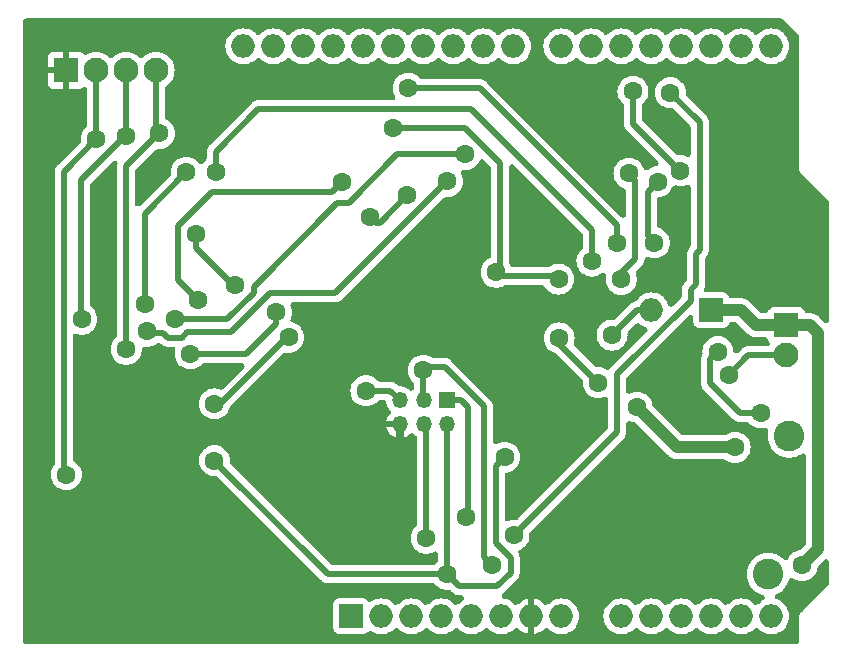
<source format=gbr>
%TF.GenerationSoftware,KiCad,Pcbnew,(6.0.5)*%
%TF.CreationDate,2022-06-24T12:54:37+01:00*%
%TF.ProjectId,Driver PCB,44726976-6572-4205-9043-422e6b696361,0*%
%TF.SameCoordinates,Original*%
%TF.FileFunction,Copper,L2,Bot*%
%TF.FilePolarity,Positive*%
%FSLAX46Y46*%
G04 Gerber Fmt 4.6, Leading zero omitted, Abs format (unit mm)*
G04 Created by KiCad (PCBNEW (6.0.5)) date 2022-06-24 12:54:37*
%MOMM*%
%LPD*%
G01*
G04 APERTURE LIST*
%TA.AperFunction,ComponentPad*%
%ADD10R,2.000000X2.000000*%
%TD*%
%TA.AperFunction,ComponentPad*%
%ADD11O,2.000000X2.000000*%
%TD*%
%TA.AperFunction,ComponentPad*%
%ADD12R,2.100000X2.100000*%
%TD*%
%TA.AperFunction,ComponentPad*%
%ADD13C,2.100000*%
%TD*%
%TA.AperFunction,ComponentPad*%
%ADD14R,1.350000X1.350000*%
%TD*%
%TA.AperFunction,ComponentPad*%
%ADD15O,1.350000X1.350000*%
%TD*%
%TA.AperFunction,ComponentPad*%
%ADD16C,2.600000*%
%TD*%
%TA.AperFunction,ViaPad*%
%ADD17C,1.600000*%
%TD*%
%TA.AperFunction,Conductor*%
%ADD18C,1.000000*%
%TD*%
%TA.AperFunction,Conductor*%
%ADD19C,0.500000*%
%TD*%
%TA.AperFunction,Conductor*%
%ADD20C,0.650000*%
%TD*%
G04 APERTURE END LIST*
D10*
%TO.P,D4,1,A*%
%TO.N,DRIVE_GND*%
X149860000Y-80010000D03*
D11*
%TO.P,D4,2,K*%
%TO.N,Net-(D4-Pad2)*%
X144780000Y-80010000D03*
%TD*%
D12*
%TO.P,J4,1,Pin_1*%
%TO.N,D_GND*%
X95245000Y-59690000D03*
D13*
%TO.P,J4,2,Pin_2*%
%TO.N,OR_OUT_3*%
X97785000Y-59690000D03*
%TO.P,J4,3,Pin_3*%
%TO.N,OR_OUT_2*%
X100325000Y-59690000D03*
%TO.P,J4,4,Pin_4*%
%TO.N,OR_OUT_1*%
X102865000Y-59690000D03*
%TD*%
D14*
%TO.P,J1,1,MISO*%
%TO.N,LOAD_INPUT*%
X127508000Y-87630000D03*
D15*
%TO.P,J1,2,VCC*%
%TO.N,D_5V*%
X127508000Y-89630000D03*
%TO.P,J1,3,SCK*%
%TO.N,DRIVE_INPUT*%
X125508000Y-87630000D03*
%TO.P,J1,4,MOSI*%
%TO.N,Net-(J1-Pad4)*%
X125508000Y-89630000D03*
%TO.P,J1,5,~{RST}*%
%TO.N,Net-(J1-Pad5)*%
X123508000Y-87630000D03*
%TO.P,J1,6,GND*%
%TO.N,D_GND*%
X123508000Y-89630000D03*
%TD*%
D10*
%TO.P,A1,1,NC*%
%TO.N,unconnected-(A1-Pad1)*%
X119380000Y-105918000D03*
D11*
%TO.P,A1,2,IOREF*%
%TO.N,unconnected-(A1-Pad2)*%
X121920000Y-105918000D03*
%TO.P,A1,3,~{RESET}*%
%TO.N,unconnected-(A1-Pad3)*%
X124460000Y-105918000D03*
%TO.P,A1,4,3V3*%
%TO.N,unconnected-(A1-Pad4)*%
X127000000Y-105918000D03*
%TO.P,A1,5,5V*%
%TO.N,D_5V*%
X129540000Y-105918000D03*
%TO.P,A1,6,GND*%
%TO.N,unconnected-(A1-Pad6)*%
X132080000Y-105918000D03*
%TO.P,A1,7,GND*%
%TO.N,D_GND*%
X134620000Y-105918000D03*
%TO.P,A1,8,Vin*%
%TO.N,unconnected-(A1-Pad8)*%
X137160000Y-105918000D03*
%TO.P,A1,9,IS_1*%
%TO.N,CURRENT_SENSE_OUT*%
X142240000Y-105918000D03*
%TO.P,A1,10,IS_2*%
%TO.N,CURRENT_SIGN_OUT*%
X144780000Y-105918000D03*
%TO.P,A1,11,A2*%
%TO.N,unconnected-(A1-Pad11)*%
X147320000Y-105918000D03*
%TO.P,A1,12,A3*%
%TO.N,unconnected-(A1-Pad12)*%
X149860000Y-105918000D03*
%TO.P,A1,13,A4*%
%TO.N,unconnected-(A1-Pad13)*%
X152400000Y-105918000D03*
%TO.P,A1,14,A5*%
%TO.N,unconnected-(A1-Pad14)*%
X154940000Y-105918000D03*
%TO.P,A1,15,D0/RX*%
%TO.N,unconnected-(A1-Pad15)*%
X154940000Y-57658000D03*
%TO.P,A1,16,D1/TX*%
%TO.N,unconnected-(A1-Pad16)*%
X152400000Y-57658000D03*
%TO.P,A1,17,D2*%
%TO.N,SUP_LED_2*%
X149860000Y-57658000D03*
%TO.P,A1,18,IN_1*%
%TO.N,unconnected-(A1-Pad18)*%
X147320000Y-57658000D03*
%TO.P,A1,19,D4*%
%TO.N,LOAD_INPUT*%
X144780000Y-57658000D03*
%TO.P,A1,20,D5*%
%TO.N,STUDENT_ENABLE*%
X142240000Y-57658000D03*
%TO.P,A1,21,D6*%
%TO.N,STU_LED_1*%
X139700000Y-57658000D03*
%TO.P,A1,22,D7*%
%TO.N,STU_LED_2*%
X137160000Y-57658000D03*
%TO.P,A1,23,D8*%
%TO.N,STU_LED_3*%
X133100000Y-57658000D03*
%TO.P,A1,24,D9*%
%TO.N,SUP_LED_3*%
X130560000Y-57658000D03*
%TO.P,A1,25,D10*%
%TO.N,SUP_LED_1*%
X128020000Y-57658000D03*
%TO.P,A1,26,IN_2*%
%TO.N,unconnected-(A1-Pad26)*%
X125480000Y-57658000D03*
%TO.P,A1,27,INH_1*%
%TO.N,DRIVE_INPUT*%
X122940000Y-57658000D03*
%TO.P,A1,28,INH_2*%
X120400000Y-57658000D03*
%TO.P,A1,29,GND*%
%TO.N,unconnected-(A1-Pad29)*%
X117860000Y-57658000D03*
%TO.P,A1,30,AREF*%
%TO.N,unconnected-(A1-Pad30)*%
X115320000Y-57658000D03*
%TO.P,A1,31,SDA/A4*%
%TO.N,unconnected-(A1-Pad31)*%
X112780000Y-57658000D03*
%TO.P,A1,32,SCL/A5*%
%TO.N,unconnected-(A1-Pad32)*%
X110240000Y-57658000D03*
%TD*%
D16*
%TO.P,J7,1,Pin_1*%
%TO.N,DRIVE_5V*%
X156464000Y-90678000D03*
%TD*%
%TO.P,J5,1,Pin_1*%
%TO.N,DRIVE_GND*%
X154686000Y-102362000D03*
%TD*%
D12*
%TO.P,J2,1,Pin_1*%
%TO.N,DRIVE_GND*%
X156210000Y-81280000D03*
D13*
%TO.P,J2,2,Pin_2*%
%TO.N,Net-(J2-Pad2)*%
X156210000Y-83820000D03*
%TD*%
D17*
%TO.N,Net-(D4-Pad2)*%
X141458188Y-82110514D03*
%TO.N,OR_OUT_1*%
X100330000Y-83312000D03*
X103124000Y-65024000D03*
%TO.N,OR_OUT_2*%
X100330000Y-65278000D03*
X96570900Y-80772000D03*
%TO.N,OR_OUT_3*%
X95260813Y-93925290D03*
X97790000Y-65532000D03*
%TO.N,SUP_LED_1*%
X141888021Y-74295100D03*
X124206000Y-61214000D03*
%TO.N,AND_SUP_LED_1*%
X105754345Y-83703230D03*
X113049946Y-80182346D03*
%TO.N,INV_2*%
X145347751Y-69108636D03*
X145041585Y-74295100D03*
%TO.N,AND_SUP_LED_2*%
X107797500Y-87934800D03*
X142890618Y-68426500D03*
X114077392Y-82301992D03*
X142240000Y-77394100D03*
%TO.N,AND_STU_LED_1*%
X129032000Y-66802000D03*
X104454605Y-80724442D03*
%TO.N,AND_STU_LED_2*%
X102108000Y-81788000D03*
X127517020Y-69088000D03*
%TO.N,INV_3*%
X139759733Y-75844600D03*
X107900917Y-68307181D03*
%TO.N,AND_SUP_LED_3*%
X109561219Y-77874900D03*
X106242710Y-73559500D03*
%TO.N,AND_STU_LED_3*%
X106371642Y-79167862D03*
X118603208Y-69179383D03*
%TO.N,Net-(J1-Pad4)*%
X125730000Y-99314000D03*
%TO.N,Net-(Q1-Pad2)*%
X136982200Y-82346800D03*
X140284200Y-86131400D03*
%TO.N,Net-(J1-Pad5)*%
X120615406Y-86818900D03*
%TO.N,STUDENT_ENABLE*%
X120929400Y-72085200D03*
X143234033Y-61483989D03*
X124130848Y-70282848D03*
X147236447Y-68191720D03*
%TO.N,D_5V*%
X122936000Y-64590980D03*
X132359500Y-92456000D03*
X131652924Y-76788924D03*
X136933074Y-77366799D03*
X107794088Y-92731988D03*
X127508000Y-102362000D03*
%TO.N,D_GND*%
X147329881Y-74295100D03*
X121920000Y-93218000D03*
X93319600Y-78638400D03*
X139700000Y-66116200D03*
X125984000Y-78789100D03*
X150418800Y-63093600D03*
%TO.N,LOAD_INPUT*%
X133157377Y-99056711D03*
X129057500Y-97536000D03*
X146405600Y-61595000D03*
%TO.N,DRIVE_INPUT*%
X105410000Y-68326000D03*
X131318000Y-101600000D03*
X101879500Y-79502000D03*
X125476000Y-85090000D03*
%TO.N,DRIVE_5V*%
X151880322Y-91622153D03*
X143586200Y-88214200D03*
%TO.N,DRIVE_GND*%
X157558500Y-101600000D03*
%TO.N,Net-(D4-Pad2)*%
X150421671Y-83503497D03*
X154051000Y-88696800D03*
%TO.N,Net-(J2-Pad2)*%
X151343423Y-85480322D03*
%TD*%
D18*
%TO.N,DRIVE_GND*%
X153670000Y-81280000D02*
X156210000Y-81280000D01*
X152400000Y-80010000D02*
X153670000Y-81280000D01*
X149860000Y-80010000D02*
X152400000Y-80010000D01*
D19*
%TO.N,Net-(D4-Pad2)*%
X143558702Y-80010000D02*
X141458188Y-82110514D01*
X144780000Y-80010000D02*
X143558702Y-80010000D01*
%TO.N,LOAD_INPUT*%
X148879392Y-64068792D02*
X146405600Y-61595000D01*
X148590000Y-75226322D02*
X148879392Y-74936930D01*
X148110489Y-78260489D02*
X148590000Y-77780978D01*
X148590000Y-77780978D02*
X148590000Y-75226322D01*
X141884501Y-85445499D02*
X148110489Y-79219511D01*
X141884501Y-90329587D02*
X141884501Y-85445499D01*
X148110489Y-79219511D02*
X148110489Y-78260489D01*
X148879392Y-74936930D02*
X148879392Y-64068792D01*
X133157377Y-99056711D02*
X141884501Y-90329587D01*
%TO.N,AND_SUP_LED_2*%
X143437521Y-68973403D02*
X142890618Y-68426500D01*
X143437521Y-75690924D02*
X143437521Y-68973403D01*
X142240000Y-76888445D02*
X143437521Y-75690924D01*
X142240000Y-77394100D02*
X142240000Y-76888445D01*
%TO.N,OR_OUT_1*%
X100330000Y-67818000D02*
X103124000Y-65024000D01*
X102865000Y-64765000D02*
X103124000Y-65024000D01*
X102865000Y-59690000D02*
X102865000Y-64765000D01*
X100330000Y-83312000D02*
X100330000Y-67818000D01*
%TO.N,OR_OUT_2*%
X96520000Y-80721100D02*
X96570900Y-80772000D01*
X96520000Y-68993341D02*
X96520000Y-80721100D01*
X100325000Y-65273000D02*
X100330000Y-65278000D01*
X100235341Y-65278000D02*
X96520000Y-68993341D01*
X100325000Y-59690000D02*
X100325000Y-65273000D01*
X100330000Y-65278000D02*
X100235341Y-65278000D01*
%TO.N,OR_OUT_3*%
X95021400Y-68300600D02*
X95021400Y-93685877D01*
X97785000Y-59690000D02*
X97785000Y-65527000D01*
X95021400Y-93685877D02*
X95260813Y-93925290D01*
X97790000Y-65532000D02*
X95021400Y-68300600D01*
X97785000Y-65527000D02*
X97790000Y-65532000D01*
%TO.N,SUP_LED_1*%
X124206000Y-61214000D02*
X130302000Y-61214000D01*
X141888021Y-72800021D02*
X141888021Y-74295100D01*
X130302000Y-61214000D02*
X141888021Y-72800021D01*
%TO.N,AND_SUP_LED_1*%
X105754345Y-83703230D02*
X110484829Y-83703230D01*
X110484829Y-83703230D02*
X113049946Y-81138113D01*
X113049946Y-81138113D02*
X113049946Y-80182346D01*
%TO.N,INV_2*%
X145347751Y-69108636D02*
X144469734Y-69986653D01*
X144469734Y-73723249D02*
X145041585Y-74295100D01*
X144469734Y-69986653D02*
X144469734Y-73723249D01*
%TO.N,AND_SUP_LED_2*%
X113935972Y-82301992D02*
X108303164Y-87934800D01*
X114077392Y-82301992D02*
X113935972Y-82301992D01*
X108303164Y-87934800D02*
X107797500Y-87934800D01*
%TO.N,AND_STU_LED_1*%
X108903003Y-80724442D02*
X104454605Y-80724442D01*
X118204775Y-70916699D02*
X111110720Y-78010754D01*
X111110720Y-78010754D02*
X111110720Y-78516725D01*
X129032000Y-66802000D02*
X123271595Y-66802000D01*
X111110720Y-78516725D02*
X108903003Y-80724442D01*
X123271595Y-66802000D02*
X119156896Y-70916699D01*
X119156896Y-70916699D02*
X118204775Y-70916699D01*
%TO.N,AND_STU_LED_2*%
X103449637Y-81942679D02*
X103836550Y-82329592D01*
X102262679Y-81942679D02*
X103449637Y-81942679D01*
X118044521Y-78560499D02*
X127517020Y-69088000D01*
X103836550Y-82329592D02*
X105037358Y-82329592D01*
X112480468Y-78560499D02*
X118044521Y-78560499D01*
X109161365Y-81879602D02*
X112480468Y-78560499D01*
X105037358Y-82329592D02*
X105487348Y-81879602D01*
X102108000Y-81788000D02*
X102262679Y-81942679D01*
X105487348Y-81879602D02*
X109161365Y-81879602D01*
%TO.N,INV_3*%
X139759733Y-73211733D02*
X139759733Y-75844600D01*
X111506000Y-62992000D02*
X129540000Y-62992000D01*
X107900917Y-68307181D02*
X107900917Y-66597083D01*
X107900917Y-66597083D02*
X111506000Y-62992000D01*
X129540000Y-62992000D02*
X139759733Y-73211733D01*
%TO.N,AND_SUP_LED_3*%
X109561219Y-77874900D02*
X109396400Y-77874900D01*
X109396400Y-77874900D02*
X106242710Y-74721210D01*
X106242710Y-74721210D02*
X106242710Y-73559500D01*
%TO.N,AND_STU_LED_3*%
X106371642Y-79167862D02*
X104693209Y-77489429D01*
X104693209Y-72917675D02*
X107592096Y-70018788D01*
X107592096Y-70018788D02*
X117763803Y-70018788D01*
X104693209Y-77489429D02*
X104693209Y-72917675D01*
X117763803Y-70018788D02*
X118603208Y-69179383D01*
%TO.N,Net-(J1-Pad4)*%
X125698000Y-89630000D02*
X125730000Y-89662000D01*
X125508000Y-89630000D02*
X125698000Y-89630000D01*
X125730000Y-89662000D02*
X125730000Y-99314000D01*
%TO.N,Net-(Q1-Pad2)*%
X136982200Y-82829400D02*
X140284200Y-86131400D01*
X136982200Y-82346800D02*
X136982200Y-82829400D01*
%TO.N,Net-(J1-Pad5)*%
X122696900Y-86818900D02*
X120615406Y-86818900D01*
X123508000Y-87630000D02*
X122696900Y-86818900D01*
%TO.N,STUDENT_ENABLE*%
X121462800Y-72618600D02*
X120929400Y-72085200D01*
X147236447Y-68191720D02*
X147218615Y-68191720D01*
X121795096Y-72618600D02*
X121462800Y-72618600D01*
X147218615Y-68191720D02*
X143234033Y-64207138D01*
X143234033Y-64207138D02*
X143234033Y-61483989D01*
X124130848Y-70282848D02*
X121795096Y-72618600D01*
%TO.N,D_5V*%
X136933074Y-77366799D02*
X136670673Y-77104398D01*
X122936000Y-64590980D02*
X129012321Y-64590980D01*
X131607866Y-99698541D02*
X132867511Y-100958186D01*
X128524000Y-103378000D02*
X127508000Y-102362000D01*
X127508000Y-102362000D02*
X117424100Y-102362000D01*
X129012321Y-64590980D02*
X131968398Y-67547057D01*
X117424100Y-102362000D02*
X107794088Y-92731988D01*
X136670673Y-77104398D02*
X131968398Y-77104398D01*
X131731341Y-103378000D02*
X128524000Y-103378000D01*
X132867511Y-102241830D02*
X131731341Y-103378000D01*
X132359500Y-92456000D02*
X131607866Y-93207634D01*
X127508000Y-89630000D02*
X127508000Y-102362000D01*
X131968398Y-77104398D02*
X131652924Y-76788924D01*
X132867511Y-100958186D02*
X132867511Y-102241830D01*
X131968398Y-67547057D02*
X131968398Y-76473450D01*
X131968398Y-76473450D02*
X131652924Y-76788924D01*
X131607866Y-93207634D02*
X131607866Y-99698541D01*
D20*
%TO.N,D_GND*%
X123508000Y-91630000D02*
X121920000Y-93218000D01*
X123508000Y-89630000D02*
X123508000Y-91630000D01*
D19*
%TO.N,LOAD_INPUT*%
X129260500Y-88207500D02*
X128683000Y-87630000D01*
X129260500Y-97333000D02*
X129260500Y-88207500D01*
X128683000Y-87630000D02*
X127508000Y-87630000D01*
X129057500Y-97536000D02*
X129260500Y-97333000D01*
%TO.N,DRIVE_INPUT*%
X101879500Y-71856500D02*
X101879500Y-79502000D01*
X131318000Y-101600000D02*
X130607011Y-100889011D01*
X130607011Y-88140477D02*
X127277134Y-84810600D01*
X130607011Y-100889011D02*
X130607011Y-88140477D01*
X125508000Y-87615436D02*
X125508000Y-87630000D01*
X125755400Y-84810600D02*
X125476000Y-85090000D01*
X125476000Y-85090000D02*
X125476000Y-87583436D01*
X105410000Y-68326000D02*
X101879500Y-71856500D01*
X127277134Y-84810600D02*
X125755400Y-84810600D01*
X125476000Y-87583436D02*
X125508000Y-87615436D01*
D18*
%TO.N,DRIVE_5V*%
X143586200Y-88214200D02*
X146994153Y-91622153D01*
X146994153Y-91622153D02*
X151880322Y-91622153D01*
%TO.N,DRIVE_GND*%
X156210000Y-81280000D02*
X158260000Y-81280000D01*
X158913511Y-81933511D02*
X158913511Y-100244989D01*
X158260000Y-81280000D02*
X158913511Y-81933511D01*
X158913511Y-100244989D02*
X157558500Y-101600000D01*
D19*
%TO.N,Net-(D4-Pad2)*%
X149758299Y-84166869D02*
X149758299Y-86189025D01*
X150421671Y-83503497D02*
X149758299Y-84166869D01*
X152266074Y-88696800D02*
X154051000Y-88696800D01*
X149758299Y-86189025D02*
X152266074Y-88696800D01*
%TO.N,Net-(J2-Pad2)*%
X153003745Y-83820000D02*
X151343423Y-85480322D01*
X156210000Y-83820000D02*
X153003745Y-83820000D01*
%TD*%
%TA.AperFunction,Conductor*%
%TO.N,D_GND*%
G36*
X155774645Y-55303487D02*
G01*
X155854976Y-55356994D01*
X157249532Y-56743888D01*
X157303731Y-56824520D01*
X157322948Y-56920878D01*
X157313651Y-62234192D01*
X157303620Y-67967434D01*
X157303614Y-67970760D01*
X157303226Y-67980218D01*
X157299926Y-67994800D01*
X157301024Y-68012507D01*
X157301024Y-68012511D01*
X157302979Y-68044025D01*
X157303457Y-68059863D01*
X157303437Y-68071623D01*
X157304677Y-68080394D01*
X157304905Y-68083666D01*
X157306278Y-68097192D01*
X157308945Y-68140177D01*
X157314966Y-68156857D01*
X157315010Y-68157068D01*
X157315407Y-68159346D01*
X157316121Y-68161541D01*
X157316183Y-68161755D01*
X157318668Y-68179324D01*
X157325982Y-68195486D01*
X157325983Y-68195488D01*
X157336427Y-68218564D01*
X157343784Y-68236683D01*
X157349531Y-68252601D01*
X157358404Y-68277181D01*
X157368866Y-68291503D01*
X157368977Y-68291711D01*
X157369989Y-68293770D01*
X157371296Y-68295684D01*
X157371408Y-68295860D01*
X157378724Y-68312024D01*
X157406166Y-68343984D01*
X157406782Y-68344702D01*
X157418547Y-68359546D01*
X157418746Y-68359779D01*
X157424425Y-68367552D01*
X157431729Y-68374857D01*
X157444549Y-68388689D01*
X157473610Y-68422535D01*
X157488187Y-68432019D01*
X157499165Y-68442292D01*
X159770570Y-70713698D01*
X159824546Y-70794480D01*
X159843500Y-70889768D01*
X159843500Y-80836126D01*
X159824546Y-80931414D01*
X159770570Y-81012196D01*
X159689788Y-81066172D01*
X159594500Y-81085126D01*
X159499212Y-81066172D01*
X159418430Y-81012196D01*
X159021554Y-80615320D01*
X159003576Y-80595283D01*
X158984032Y-80570975D01*
X158964694Y-80554748D01*
X158944468Y-80537777D01*
X158940889Y-80534655D01*
X158937925Y-80531691D01*
X158905210Y-80504818D01*
X158903267Y-80503204D01*
X158841193Y-80451118D01*
X158841188Y-80451114D01*
X158832526Y-80443846D01*
X158827856Y-80441278D01*
X158823739Y-80437897D01*
X158742422Y-80394296D01*
X158740162Y-80393068D01*
X158669129Y-80354017D01*
X158669110Y-80354008D01*
X158659213Y-80348567D01*
X158654131Y-80346955D01*
X158649437Y-80344438D01*
X158638636Y-80341136D01*
X158638631Y-80341134D01*
X158561212Y-80317465D01*
X158558721Y-80316689D01*
X158481473Y-80292184D01*
X158481467Y-80292182D01*
X158470694Y-80288765D01*
X158465398Y-80288171D01*
X158460302Y-80286613D01*
X158449053Y-80285470D01*
X158449051Y-80285470D01*
X158368411Y-80277278D01*
X158365879Y-80277008D01*
X158316773Y-80271500D01*
X158312543Y-80271500D01*
X158308007Y-80271143D01*
X158280579Y-80268357D01*
X158275648Y-80267856D01*
X158275647Y-80267856D01*
X158263538Y-80266626D01*
X158232092Y-80269599D01*
X158223666Y-80270395D01*
X158200233Y-80271500D01*
X157991234Y-80271500D01*
X157895946Y-80252546D01*
X157815164Y-80198570D01*
X157758079Y-80109905D01*
X157716842Y-79999905D01*
X157716841Y-79999904D01*
X157710615Y-79983295D01*
X157623261Y-79866739D01*
X157506705Y-79779385D01*
X157370316Y-79728255D01*
X157354802Y-79726570D01*
X157354799Y-79726569D01*
X157314831Y-79722227D01*
X157314822Y-79722226D01*
X157308134Y-79721500D01*
X155111866Y-79721500D01*
X155105178Y-79722226D01*
X155105169Y-79722227D01*
X155065201Y-79726569D01*
X155065198Y-79726570D01*
X155049684Y-79728255D01*
X154913295Y-79779385D01*
X154796739Y-79866739D01*
X154709385Y-79983295D01*
X154703159Y-79999904D01*
X154703158Y-79999905D01*
X154661921Y-80109905D01*
X154610725Y-80192477D01*
X154531827Y-80249170D01*
X154428766Y-80271500D01*
X154190874Y-80271500D01*
X154095586Y-80252546D01*
X154014805Y-80198570D01*
X153161559Y-79345325D01*
X153143580Y-79325288D01*
X153124032Y-79300975D01*
X153104694Y-79284748D01*
X153084468Y-79267777D01*
X153080889Y-79264655D01*
X153077925Y-79261691D01*
X153045210Y-79234818D01*
X153043267Y-79233204D01*
X152981193Y-79181118D01*
X152981188Y-79181114D01*
X152972526Y-79173846D01*
X152967856Y-79171278D01*
X152963739Y-79167897D01*
X152943465Y-79157026D01*
X152891050Y-79128922D01*
X152882422Y-79124296D01*
X152880162Y-79123068D01*
X152809129Y-79084017D01*
X152809110Y-79084008D01*
X152799213Y-79078567D01*
X152794131Y-79076955D01*
X152789437Y-79074438D01*
X152778636Y-79071136D01*
X152778631Y-79071134D01*
X152701212Y-79047465D01*
X152698721Y-79046689D01*
X152621473Y-79022184D01*
X152621467Y-79022182D01*
X152610694Y-79018765D01*
X152605398Y-79018171D01*
X152600302Y-79016613D01*
X152589053Y-79015470D01*
X152589051Y-79015470D01*
X152508411Y-79007278D01*
X152505879Y-79007008D01*
X152456773Y-79001500D01*
X152452543Y-79001500D01*
X152448007Y-79001143D01*
X152420579Y-78998357D01*
X152415648Y-78997856D01*
X152415647Y-78997856D01*
X152403538Y-78996626D01*
X152372092Y-78999599D01*
X152363666Y-79000395D01*
X152340233Y-79001500D01*
X151572490Y-79001500D01*
X151477202Y-78982546D01*
X151396420Y-78928570D01*
X151339335Y-78839905D01*
X151316842Y-78779905D01*
X151316841Y-78779904D01*
X151310615Y-78763295D01*
X151223261Y-78646739D01*
X151106705Y-78559385D01*
X150970316Y-78508255D01*
X150954802Y-78506570D01*
X150954799Y-78506569D01*
X150914831Y-78502227D01*
X150914822Y-78502226D01*
X150908134Y-78501500D01*
X149481760Y-78501500D01*
X149386472Y-78482546D01*
X149305690Y-78428570D01*
X149251714Y-78347788D01*
X149232760Y-78252500D01*
X149251714Y-78157212D01*
X149256179Y-78147076D01*
X149269731Y-78118078D01*
X149273534Y-78110298D01*
X149305769Y-78047170D01*
X149308953Y-78034157D01*
X149314622Y-78022028D01*
X149329049Y-77952670D01*
X149330966Y-77944196D01*
X149332441Y-77938171D01*
X149339840Y-77907930D01*
X149345171Y-77886146D01*
X149345171Y-77886143D01*
X149347808Y-77875368D01*
X149348500Y-77864214D01*
X149348500Y-77860330D01*
X149348543Y-77858946D01*
X149350640Y-77848863D01*
X149349517Y-77807328D01*
X149348591Y-77773121D01*
X149348500Y-77766387D01*
X149348500Y-75647795D01*
X149367454Y-75552507D01*
X149407737Y-75486578D01*
X149431186Y-75458977D01*
X149437162Y-75452495D01*
X149437130Y-75452467D01*
X149441941Y-75447062D01*
X149447052Y-75441951D01*
X149463351Y-75421349D01*
X149468823Y-75414674D01*
X149514725Y-75360645D01*
X149520815Y-75348719D01*
X149529126Y-75338214D01*
X149559142Y-75273990D01*
X149562926Y-75266250D01*
X149595161Y-75203122D01*
X149598345Y-75190109D01*
X149604014Y-75177980D01*
X149618441Y-75108622D01*
X149620358Y-75100148D01*
X149634563Y-75042098D01*
X149634563Y-75042095D01*
X149637200Y-75031320D01*
X149637892Y-75020166D01*
X149637892Y-75016282D01*
X149637935Y-75014898D01*
X149640032Y-75004815D01*
X149639504Y-74985272D01*
X149637983Y-74929073D01*
X149637892Y-74922339D01*
X149637892Y-64145165D01*
X149640283Y-64113543D01*
X149640416Y-64109742D01*
X149642591Y-64095443D01*
X149638712Y-64047752D01*
X149638354Y-64038937D01*
X149638311Y-64038939D01*
X149637892Y-64031725D01*
X149637892Y-64024499D01*
X149637056Y-64017325D01*
X149637055Y-64017314D01*
X149634850Y-63998400D01*
X149633995Y-63989757D01*
X149629425Y-63933574D01*
X149629425Y-63933573D01*
X149628252Y-63919155D01*
X149624125Y-63906416D01*
X149622574Y-63893111D01*
X149617640Y-63879517D01*
X149617638Y-63879510D01*
X149598398Y-63826504D01*
X149595577Y-63818288D01*
X149578204Y-63764661D01*
X149578201Y-63764655D01*
X149573743Y-63750893D01*
X149566793Y-63739440D01*
X149562225Y-63726855D01*
X149523382Y-63667609D01*
X149518750Y-63660268D01*
X149487738Y-63609162D01*
X149481987Y-63599684D01*
X149474589Y-63591308D01*
X149471866Y-63588585D01*
X149470892Y-63587549D01*
X149465248Y-63578940D01*
X149410261Y-63526850D01*
X149405434Y-63522153D01*
X147781826Y-61898545D01*
X147727850Y-61817763D01*
X147708896Y-61722475D01*
X147709844Y-61700773D01*
X147718150Y-61605836D01*
X147719098Y-61595000D01*
X147699143Y-61366913D01*
X147639884Y-61145757D01*
X147543123Y-60938251D01*
X147447576Y-60801796D01*
X147418031Y-60759601D01*
X147418028Y-60759598D01*
X147411798Y-60750700D01*
X147249900Y-60588802D01*
X147241002Y-60582572D01*
X147240999Y-60582569D01*
X147071252Y-60463711D01*
X147062349Y-60457477D01*
X146854843Y-60360716D01*
X146633687Y-60301457D01*
X146622853Y-60300509D01*
X146622852Y-60300509D01*
X146416436Y-60282450D01*
X146405600Y-60281502D01*
X146394764Y-60282450D01*
X146188348Y-60300509D01*
X146188347Y-60300509D01*
X146177513Y-60301457D01*
X145956357Y-60360716D01*
X145748851Y-60457477D01*
X145739948Y-60463711D01*
X145570201Y-60582569D01*
X145570198Y-60582572D01*
X145561300Y-60588802D01*
X145399402Y-60750700D01*
X145393172Y-60759598D01*
X145393169Y-60759601D01*
X145363624Y-60801796D01*
X145268077Y-60938251D01*
X145171316Y-61145757D01*
X145112057Y-61366913D01*
X145092102Y-61595000D01*
X145112057Y-61823087D01*
X145171316Y-62044243D01*
X145268077Y-62251749D01*
X145274311Y-62260652D01*
X145388927Y-62424340D01*
X145399402Y-62439300D01*
X145561300Y-62601198D01*
X145570198Y-62607428D01*
X145570201Y-62607431D01*
X145669636Y-62677056D01*
X145748851Y-62732523D01*
X145956357Y-62829284D01*
X146177513Y-62888543D01*
X146188347Y-62889491D01*
X146188348Y-62889491D01*
X146394764Y-62907550D01*
X146405600Y-62908498D01*
X146416436Y-62907550D01*
X146511373Y-62899244D01*
X146607951Y-62909820D01*
X146693129Y-62956551D01*
X146709145Y-62971226D01*
X148047962Y-64310043D01*
X148101938Y-64390825D01*
X148120892Y-64486113D01*
X148120892Y-66769522D01*
X148101938Y-66864810D01*
X148047962Y-66945592D01*
X147967180Y-66999568D01*
X147871892Y-67018522D01*
X147776604Y-66999568D01*
X147766661Y-66995193D01*
X147736573Y-66981163D01*
X147685690Y-66957436D01*
X147464534Y-66898177D01*
X147453700Y-66897229D01*
X147453699Y-66897229D01*
X147247283Y-66879170D01*
X147236447Y-66878222D01*
X147114275Y-66888911D01*
X147017700Y-66878335D01*
X146932522Y-66831605D01*
X146916505Y-66816929D01*
X144065463Y-63965887D01*
X144011487Y-63885105D01*
X143992533Y-63789817D01*
X143992533Y-62677056D01*
X144011487Y-62581768D01*
X144065463Y-62500986D01*
X144073735Y-62493407D01*
X144078333Y-62490187D01*
X144240231Y-62328289D01*
X144253621Y-62309167D01*
X144365322Y-62149641D01*
X144371556Y-62140738D01*
X144468317Y-61933232D01*
X144527576Y-61712076D01*
X144547531Y-61483989D01*
X144527576Y-61255902D01*
X144468317Y-61034746D01*
X144371556Y-60827240D01*
X144324195Y-60759601D01*
X144246464Y-60648590D01*
X144246461Y-60648587D01*
X144240231Y-60639689D01*
X144078333Y-60477791D01*
X144069435Y-60471561D01*
X144069432Y-60471558D01*
X143899685Y-60352700D01*
X143890782Y-60346466D01*
X143683276Y-60249705D01*
X143462120Y-60190446D01*
X143451286Y-60189498D01*
X143451285Y-60189498D01*
X143244869Y-60171439D01*
X143234033Y-60170491D01*
X143223197Y-60171439D01*
X143016781Y-60189498D01*
X143016780Y-60189498D01*
X143005946Y-60190446D01*
X142784790Y-60249705D01*
X142577284Y-60346466D01*
X142568381Y-60352700D01*
X142398634Y-60471558D01*
X142398631Y-60471561D01*
X142389733Y-60477791D01*
X142227835Y-60639689D01*
X142221605Y-60648587D01*
X142221602Y-60648590D01*
X142143871Y-60759601D01*
X142096510Y-60827240D01*
X141999749Y-61034746D01*
X141940490Y-61255902D01*
X141920535Y-61483989D01*
X141940490Y-61712076D01*
X141999749Y-61933232D01*
X142096510Y-62140738D01*
X142102744Y-62149641D01*
X142214446Y-62309167D01*
X142227835Y-62328289D01*
X142389733Y-62490187D01*
X142389713Y-62490207D01*
X142447398Y-62562078D01*
X142474585Y-62655352D01*
X142475533Y-62677056D01*
X142475533Y-64130766D01*
X142473142Y-64162383D01*
X142473009Y-64166188D01*
X142470834Y-64180487D01*
X142472007Y-64194905D01*
X142474713Y-64228178D01*
X142475071Y-64236993D01*
X142475114Y-64236991D01*
X142475533Y-64244205D01*
X142475533Y-64251431D01*
X142476369Y-64258605D01*
X142476370Y-64258616D01*
X142478575Y-64277530D01*
X142479430Y-64286173D01*
X142485173Y-64356775D01*
X142489300Y-64369514D01*
X142490851Y-64382819D01*
X142495785Y-64396413D01*
X142495787Y-64396420D01*
X142515027Y-64449426D01*
X142517848Y-64457642D01*
X142535221Y-64511269D01*
X142535224Y-64511275D01*
X142539682Y-64525037D01*
X142546632Y-64536490D01*
X142551200Y-64549075D01*
X142559128Y-64561167D01*
X142559130Y-64561171D01*
X142590049Y-64608329D01*
X142594669Y-64615651D01*
X142631438Y-64676245D01*
X142638836Y-64684622D01*
X142641562Y-64687348D01*
X142642532Y-64688380D01*
X142648177Y-64696990D01*
X142658679Y-64706938D01*
X142658680Y-64706940D01*
X142703164Y-64749080D01*
X142707991Y-64753777D01*
X145339461Y-67385247D01*
X145393437Y-67466029D01*
X145412391Y-67561317D01*
X145393437Y-67656605D01*
X145339461Y-67737387D01*
X145258679Y-67791363D01*
X145185100Y-67809368D01*
X145119664Y-67815093D01*
X145109159Y-67817908D01*
X145109158Y-67817908D01*
X145079492Y-67825857D01*
X144898508Y-67874352D01*
X144691002Y-67971113D01*
X144503451Y-68102438D01*
X144501609Y-68099807D01*
X144434930Y-68136299D01*
X144338341Y-68146777D01*
X144245096Y-68119494D01*
X144169389Y-68058605D01*
X144127005Y-67985105D01*
X144124902Y-67977257D01*
X144118897Y-67964378D01*
X144064670Y-67848089D01*
X144028141Y-67769751D01*
X143941705Y-67646308D01*
X143903049Y-67591101D01*
X143903046Y-67591098D01*
X143896816Y-67582200D01*
X143734918Y-67420302D01*
X143726020Y-67414072D01*
X143726017Y-67414069D01*
X143556270Y-67295211D01*
X143547367Y-67288977D01*
X143339861Y-67192216D01*
X143153368Y-67142245D01*
X143129211Y-67135772D01*
X143129210Y-67135772D01*
X143118705Y-67132957D01*
X143107871Y-67132009D01*
X143107870Y-67132009D01*
X142901454Y-67113950D01*
X142890618Y-67113002D01*
X142879782Y-67113950D01*
X142673366Y-67132009D01*
X142673365Y-67132009D01*
X142662531Y-67132957D01*
X142652026Y-67135772D01*
X142652025Y-67135772D01*
X142627868Y-67142245D01*
X142441375Y-67192216D01*
X142233869Y-67288977D01*
X142224966Y-67295211D01*
X142055219Y-67414069D01*
X142055216Y-67414072D01*
X142046318Y-67420302D01*
X141884420Y-67582200D01*
X141878190Y-67591098D01*
X141878187Y-67591101D01*
X141839531Y-67646308D01*
X141753095Y-67769751D01*
X141656334Y-67977257D01*
X141597075Y-68198413D01*
X141596127Y-68209247D01*
X141596127Y-68209248D01*
X141591307Y-68264336D01*
X141577120Y-68426500D01*
X141578068Y-68437336D01*
X141584629Y-68512323D01*
X141597075Y-68654587D01*
X141656334Y-68875743D01*
X141753095Y-69083249D01*
X141759329Y-69092152D01*
X141863788Y-69241334D01*
X141884420Y-69270800D01*
X142046318Y-69432698D01*
X142055216Y-69438928D01*
X142055219Y-69438931D01*
X142132111Y-69492771D01*
X142233869Y-69564023D01*
X142441375Y-69660784D01*
X142494467Y-69675010D01*
X142581603Y-69717980D01*
X142645661Y-69791025D01*
X142676891Y-69883024D01*
X142679021Y-69915525D01*
X142679021Y-71917200D01*
X142660067Y-72012488D01*
X142606091Y-72093270D01*
X142525309Y-72147246D01*
X142430021Y-72166200D01*
X142334733Y-72147246D01*
X142253951Y-72093270D01*
X130892339Y-60731658D01*
X130871680Y-60707618D01*
X130869080Y-60704829D01*
X130860508Y-60693182D01*
X130824048Y-60662207D01*
X130817565Y-60656230D01*
X130817537Y-60656262D01*
X130812132Y-60651451D01*
X130807021Y-60646340D01*
X130786419Y-60630041D01*
X130779744Y-60624569D01*
X130725715Y-60578667D01*
X130713789Y-60572577D01*
X130703284Y-60564266D01*
X130639060Y-60534250D01*
X130631320Y-60530466D01*
X130568192Y-60498231D01*
X130555179Y-60495047D01*
X130543050Y-60489378D01*
X130473692Y-60474951D01*
X130465234Y-60473038D01*
X130436328Y-60465965D01*
X130407168Y-60458829D01*
X130407165Y-60458829D01*
X130396390Y-60456192D01*
X130385236Y-60455500D01*
X130381352Y-60455500D01*
X130379968Y-60455457D01*
X130369885Y-60453360D01*
X130355424Y-60453751D01*
X130355422Y-60453751D01*
X130294143Y-60455409D01*
X130287409Y-60455500D01*
X125399067Y-60455500D01*
X125303779Y-60436546D01*
X125222997Y-60382570D01*
X125215418Y-60374298D01*
X125212198Y-60369700D01*
X125050300Y-60207802D01*
X125041402Y-60201572D01*
X125041399Y-60201569D01*
X124871652Y-60082711D01*
X124862749Y-60076477D01*
X124655243Y-59979716D01*
X124486709Y-59934557D01*
X124444593Y-59923272D01*
X124444592Y-59923272D01*
X124434087Y-59920457D01*
X124423253Y-59919509D01*
X124423252Y-59919509D01*
X124216836Y-59901450D01*
X124206000Y-59900502D01*
X124195164Y-59901450D01*
X123988748Y-59919509D01*
X123988747Y-59919509D01*
X123977913Y-59920457D01*
X123967408Y-59923272D01*
X123967407Y-59923272D01*
X123925291Y-59934557D01*
X123756757Y-59979716D01*
X123549251Y-60076477D01*
X123540348Y-60082711D01*
X123370601Y-60201569D01*
X123370598Y-60201572D01*
X123361700Y-60207802D01*
X123199802Y-60369700D01*
X123193572Y-60378598D01*
X123193569Y-60378601D01*
X123118736Y-60485474D01*
X123068477Y-60557251D01*
X122971716Y-60764757D01*
X122912457Y-60985913D01*
X122911509Y-60996747D01*
X122911509Y-60996748D01*
X122895518Y-61179531D01*
X122892502Y-61214000D01*
X122893450Y-61224836D01*
X122895477Y-61247999D01*
X122912457Y-61442087D01*
X122971716Y-61663243D01*
X122989435Y-61701241D01*
X123068477Y-61870749D01*
X123067215Y-61871338D01*
X123094595Y-61952000D01*
X123088240Y-62048946D01*
X123045270Y-62136082D01*
X122972225Y-62200141D01*
X122880225Y-62231370D01*
X122847725Y-62233500D01*
X111582373Y-62233500D01*
X111550751Y-62231109D01*
X111546950Y-62230976D01*
X111532651Y-62228801D01*
X111494709Y-62231887D01*
X111484960Y-62232680D01*
X111476145Y-62233038D01*
X111476147Y-62233081D01*
X111468933Y-62233500D01*
X111461707Y-62233500D01*
X111454533Y-62234336D01*
X111454522Y-62234337D01*
X111435608Y-62236542D01*
X111426965Y-62237397D01*
X111370782Y-62241967D01*
X111370781Y-62241967D01*
X111356363Y-62243140D01*
X111343624Y-62247267D01*
X111330319Y-62248818D01*
X111316725Y-62253752D01*
X111316718Y-62253754D01*
X111263712Y-62272994D01*
X111255496Y-62275815D01*
X111201869Y-62293188D01*
X111201863Y-62293191D01*
X111188101Y-62297649D01*
X111176648Y-62304599D01*
X111164063Y-62309167D01*
X111123179Y-62335972D01*
X111104827Y-62348004D01*
X111097487Y-62352635D01*
X111036892Y-62389405D01*
X111028516Y-62396803D01*
X111025793Y-62399526D01*
X111024757Y-62400500D01*
X111016148Y-62406144D01*
X110984739Y-62439300D01*
X110964058Y-62461131D01*
X110959361Y-62465958D01*
X107418575Y-66006744D01*
X107394535Y-66027403D01*
X107391746Y-66030003D01*
X107380099Y-66038575D01*
X107370736Y-66049596D01*
X107370735Y-66049597D01*
X107349124Y-66075035D01*
X107343147Y-66081518D01*
X107343179Y-66081546D01*
X107338368Y-66086951D01*
X107333257Y-66092062D01*
X107320926Y-66107649D01*
X107316970Y-66112649D01*
X107311486Y-66119339D01*
X107265584Y-66173368D01*
X107259494Y-66185294D01*
X107251183Y-66195799D01*
X107221167Y-66260023D01*
X107217383Y-66267763D01*
X107185148Y-66330891D01*
X107181964Y-66343904D01*
X107176295Y-66356033D01*
X107173349Y-66370197D01*
X107161869Y-66425389D01*
X107159955Y-66433849D01*
X107143109Y-66502693D01*
X107142417Y-66513847D01*
X107142417Y-66517731D01*
X107142374Y-66519115D01*
X107140277Y-66529198D01*
X107140668Y-66543659D01*
X107140668Y-66543661D01*
X107142326Y-66604940D01*
X107142417Y-66611674D01*
X107142417Y-67114114D01*
X107123463Y-67209402D01*
X107069487Y-67290184D01*
X107061215Y-67297763D01*
X107056617Y-67300983D01*
X106894719Y-67462881D01*
X106888488Y-67471780D01*
X106888482Y-67471787D01*
X106852839Y-67522691D01*
X106782658Y-67589875D01*
X106692109Y-67625088D01*
X106594977Y-67622969D01*
X106506050Y-67583840D01*
X106444901Y-67522692D01*
X106422431Y-67490601D01*
X106422428Y-67490598D01*
X106416198Y-67481700D01*
X106254300Y-67319802D01*
X106245402Y-67313572D01*
X106245399Y-67313569D01*
X106075652Y-67194711D01*
X106066749Y-67188477D01*
X105859243Y-67091716D01*
X105638087Y-67032457D01*
X105627253Y-67031509D01*
X105627252Y-67031509D01*
X105420836Y-67013450D01*
X105410000Y-67012502D01*
X105399164Y-67013450D01*
X105192748Y-67031509D01*
X105192747Y-67031509D01*
X105181913Y-67032457D01*
X104960757Y-67091716D01*
X104753251Y-67188477D01*
X104744348Y-67194711D01*
X104574601Y-67313569D01*
X104574598Y-67313572D01*
X104565700Y-67319802D01*
X104403802Y-67481700D01*
X104397572Y-67490598D01*
X104397569Y-67490601D01*
X104328122Y-67589782D01*
X104272477Y-67669251D01*
X104175716Y-67876757D01*
X104157667Y-67944117D01*
X104121500Y-68079094D01*
X104116457Y-68097913D01*
X104115509Y-68108747D01*
X104115509Y-68108748D01*
X104097725Y-68312024D01*
X104096502Y-68326000D01*
X104097450Y-68336836D01*
X104105756Y-68431773D01*
X104095180Y-68528351D01*
X104048449Y-68613529D01*
X104033774Y-68629545D01*
X101513570Y-71149749D01*
X101432788Y-71203725D01*
X101337500Y-71222679D01*
X101242212Y-71203725D01*
X101161430Y-71149749D01*
X101107454Y-71068967D01*
X101088500Y-70973679D01*
X101088500Y-68235321D01*
X101107454Y-68140033D01*
X101161430Y-68059251D01*
X102820455Y-66400226D01*
X102901237Y-66346250D01*
X102996525Y-66327296D01*
X103018227Y-66328244D01*
X103113164Y-66336550D01*
X103124000Y-66337498D01*
X103134836Y-66336550D01*
X103341252Y-66318491D01*
X103341253Y-66318491D01*
X103352087Y-66317543D01*
X103573243Y-66258284D01*
X103780749Y-66161523D01*
X103802109Y-66146567D01*
X103959399Y-66036431D01*
X103959402Y-66036428D01*
X103968300Y-66030198D01*
X104130198Y-65868300D01*
X104153134Y-65835545D01*
X104255289Y-65689652D01*
X104261523Y-65680749D01*
X104358284Y-65473243D01*
X104417543Y-65252087D01*
X104430069Y-65108920D01*
X104436550Y-65034836D01*
X104437498Y-65024000D01*
X104420488Y-64829573D01*
X104418491Y-64806748D01*
X104418491Y-64806747D01*
X104417543Y-64795913D01*
X104358284Y-64574757D01*
X104261523Y-64367251D01*
X104238756Y-64334737D01*
X104136431Y-64188601D01*
X104136428Y-64188598D01*
X104130198Y-64179700D01*
X103968300Y-64017802D01*
X103959402Y-64011572D01*
X103959399Y-64011569D01*
X103789652Y-63892711D01*
X103780749Y-63886477D01*
X103767265Y-63880189D01*
X103764679Y-63878293D01*
X103761483Y-63876448D01*
X103761685Y-63876098D01*
X103688916Y-63822740D01*
X103638516Y-63739681D01*
X103623500Y-63654520D01*
X103623500Y-61192489D01*
X103642454Y-61097201D01*
X103696430Y-61016419D01*
X103742399Y-60980181D01*
X103775547Y-60959868D01*
X103783896Y-60954752D01*
X103970433Y-60795433D01*
X104129752Y-60608896D01*
X104135000Y-60600332D01*
X104252818Y-60408070D01*
X104252820Y-60408065D01*
X104257927Y-60399732D01*
X104351805Y-60173092D01*
X104409072Y-59934557D01*
X104428319Y-59690000D01*
X104409072Y-59445443D01*
X104351805Y-59206908D01*
X104257927Y-58980268D01*
X104129752Y-58771104D01*
X103970433Y-58584567D01*
X103783896Y-58425248D01*
X103712003Y-58381192D01*
X103583070Y-58302182D01*
X103583065Y-58302180D01*
X103574732Y-58297073D01*
X103348092Y-58203195D01*
X103109557Y-58145928D01*
X102865000Y-58126681D01*
X102620443Y-58145928D01*
X102381908Y-58203195D01*
X102155268Y-58297073D01*
X102146935Y-58302180D01*
X102146930Y-58302182D01*
X102017997Y-58381192D01*
X101946104Y-58425248D01*
X101759567Y-58584567D01*
X101758082Y-58582829D01*
X101690288Y-58628127D01*
X101595000Y-58647081D01*
X101499712Y-58628127D01*
X101431918Y-58582829D01*
X101430433Y-58584567D01*
X101243896Y-58425248D01*
X101172003Y-58381192D01*
X101043070Y-58302182D01*
X101043065Y-58302180D01*
X101034732Y-58297073D01*
X100808092Y-58203195D01*
X100569557Y-58145928D01*
X100325000Y-58126681D01*
X100080443Y-58145928D01*
X99841908Y-58203195D01*
X99615268Y-58297073D01*
X99606935Y-58302180D01*
X99606930Y-58302182D01*
X99477997Y-58381192D01*
X99406104Y-58425248D01*
X99219567Y-58584567D01*
X99218082Y-58582829D01*
X99150288Y-58628127D01*
X99055000Y-58647081D01*
X98959712Y-58628127D01*
X98891918Y-58582829D01*
X98890433Y-58584567D01*
X98703896Y-58425248D01*
X98632003Y-58381192D01*
X98503070Y-58302182D01*
X98503065Y-58302180D01*
X98494732Y-58297073D01*
X98268092Y-58203195D01*
X98029557Y-58145928D01*
X97785000Y-58126681D01*
X97540443Y-58145928D01*
X97301908Y-58203195D01*
X97075268Y-58297073D01*
X97066935Y-58302180D01*
X97066930Y-58302182D01*
X96992872Y-58347565D01*
X96901721Y-58381192D01*
X96804641Y-58377377D01*
X96716411Y-58336702D01*
X96682063Y-58302859D01*
X96681086Y-58303836D01*
X96643703Y-58266453D01*
X96555660Y-58200469D01*
X96524850Y-58183600D01*
X96419822Y-58144227D01*
X96389691Y-58137062D01*
X96349786Y-58132727D01*
X96336350Y-58132000D01*
X95523527Y-58132000D01*
X95503069Y-58136069D01*
X95499000Y-58156527D01*
X95499000Y-61223472D01*
X95503069Y-61243930D01*
X95523527Y-61247999D01*
X96336346Y-61247999D01*
X96349792Y-61247271D01*
X96389685Y-61242938D01*
X96419826Y-61235772D01*
X96524850Y-61196400D01*
X96555656Y-61179533D01*
X96628169Y-61125188D01*
X96715787Y-61083209D01*
X96812799Y-61077955D01*
X96904438Y-61110226D01*
X96976752Y-61175109D01*
X97018731Y-61262727D01*
X97026500Y-61324440D01*
X97026500Y-64343128D01*
X97007546Y-64438416D01*
X96953570Y-64519198D01*
X96948511Y-64523834D01*
X96945700Y-64525802D01*
X96783802Y-64687700D01*
X96777572Y-64696598D01*
X96777569Y-64696601D01*
X96684461Y-64829573D01*
X96652477Y-64875251D01*
X96555716Y-65082757D01*
X96496457Y-65303913D01*
X96476502Y-65532000D01*
X96477450Y-65542836D01*
X96485756Y-65637773D01*
X96475180Y-65734351D01*
X96428449Y-65819529D01*
X96413774Y-65835545D01*
X94539058Y-67710261D01*
X94515018Y-67730920D01*
X94512229Y-67733520D01*
X94500582Y-67742092D01*
X94491219Y-67753113D01*
X94491218Y-67753114D01*
X94469607Y-67778552D01*
X94463630Y-67785035D01*
X94463662Y-67785063D01*
X94458851Y-67790468D01*
X94453740Y-67795579D01*
X94438302Y-67815093D01*
X94437453Y-67816166D01*
X94431969Y-67822856D01*
X94386067Y-67876885D01*
X94379977Y-67888811D01*
X94371666Y-67899316D01*
X94341650Y-67963540D01*
X94337866Y-67971280D01*
X94305631Y-68034408D01*
X94302447Y-68047421D01*
X94296778Y-68059550D01*
X94289094Y-68096491D01*
X94282352Y-68128906D01*
X94280434Y-68137382D01*
X94268071Y-68187907D01*
X94263592Y-68206210D01*
X94262900Y-68217364D01*
X94262900Y-68221248D01*
X94262857Y-68222632D01*
X94260760Y-68232715D01*
X94261151Y-68247176D01*
X94261151Y-68247178D01*
X94262809Y-68308457D01*
X94262900Y-68315191D01*
X94262900Y-92990648D01*
X94243946Y-93085936D01*
X94217868Y-93133469D01*
X94129528Y-93259630D01*
X94129521Y-93259643D01*
X94123290Y-93268541D01*
X94026529Y-93476047D01*
X93967270Y-93697203D01*
X93947315Y-93925290D01*
X93967270Y-94153377D01*
X94026529Y-94374533D01*
X94123290Y-94582039D01*
X94254615Y-94769590D01*
X94416513Y-94931488D01*
X94425411Y-94937718D01*
X94425414Y-94937721D01*
X94582704Y-95047857D01*
X94604064Y-95062813D01*
X94811570Y-95159574D01*
X95032726Y-95218833D01*
X95043560Y-95219781D01*
X95043561Y-95219781D01*
X95249977Y-95237840D01*
X95260813Y-95238788D01*
X95271649Y-95237840D01*
X95478065Y-95219781D01*
X95478066Y-95219781D01*
X95488900Y-95218833D01*
X95710056Y-95159574D01*
X95917562Y-95062813D01*
X95938922Y-95047857D01*
X96096212Y-94937721D01*
X96096215Y-94937718D01*
X96105113Y-94931488D01*
X96267011Y-94769590D01*
X96398336Y-94582039D01*
X96495097Y-94374533D01*
X96554356Y-94153377D01*
X96574311Y-93925290D01*
X96554356Y-93697203D01*
X96495097Y-93476047D01*
X96398336Y-93268541D01*
X96329849Y-93170732D01*
X96273244Y-93089891D01*
X96273241Y-93089888D01*
X96267011Y-93080990D01*
X96105113Y-92919092D01*
X96096215Y-92912862D01*
X96096212Y-92912859D01*
X95926461Y-92793998D01*
X95926460Y-92793997D01*
X95917562Y-92787767D01*
X95907713Y-92783175D01*
X95904404Y-92781264D01*
X95831358Y-92717207D01*
X95788386Y-92630072D01*
X95779900Y-92565622D01*
X95779900Y-89893078D01*
X122354939Y-89893078D01*
X122355683Y-89899029D01*
X122385267Y-90015518D01*
X122392857Y-90036951D01*
X122474326Y-90213671D01*
X122485689Y-90233353D01*
X122597996Y-90392264D01*
X122612765Y-90409555D01*
X122752149Y-90545337D01*
X122769815Y-90559643D01*
X122931610Y-90667751D01*
X122951592Y-90678601D01*
X123130380Y-90755415D01*
X123152003Y-90762440D01*
X123230077Y-90780106D01*
X123250929Y-90780652D01*
X123253687Y-90774457D01*
X123254000Y-90771653D01*
X123254000Y-89908527D01*
X123249931Y-89888069D01*
X123229473Y-89884000D01*
X122376393Y-89884000D01*
X122355935Y-89888069D01*
X122354939Y-89893078D01*
X95779900Y-89893078D01*
X95779900Y-82236495D01*
X95798854Y-82141207D01*
X95852830Y-82060425D01*
X95933612Y-82006449D01*
X96028900Y-81987495D01*
X96113265Y-82002371D01*
X96121657Y-82006284D01*
X96218238Y-82032163D01*
X96323713Y-82060425D01*
X96342813Y-82065543D01*
X96353647Y-82066491D01*
X96353648Y-82066491D01*
X96560064Y-82084550D01*
X96570900Y-82085498D01*
X96581736Y-82084550D01*
X96788152Y-82066491D01*
X96788153Y-82066491D01*
X96798987Y-82065543D01*
X96818088Y-82060425D01*
X96923562Y-82032163D01*
X97020143Y-82006284D01*
X97227649Y-81909523D01*
X97281350Y-81871921D01*
X97406299Y-81784431D01*
X97406302Y-81784428D01*
X97415200Y-81778198D01*
X97577098Y-81616300D01*
X97634506Y-81534314D01*
X97702189Y-81437652D01*
X97708423Y-81428749D01*
X97805184Y-81221243D01*
X97854195Y-81038334D01*
X97861628Y-81010593D01*
X97861628Y-81010592D01*
X97864443Y-81000087D01*
X97874779Y-80881952D01*
X97883450Y-80782836D01*
X97884398Y-80772000D01*
X97881099Y-80734288D01*
X97865391Y-80554748D01*
X97865391Y-80554747D01*
X97864443Y-80543913D01*
X97805184Y-80322757D01*
X97708423Y-80115251D01*
X97693467Y-80093891D01*
X97583331Y-79936601D01*
X97583328Y-79936598D01*
X97577098Y-79927700D01*
X97415200Y-79765802D01*
X97384679Y-79744431D01*
X97317496Y-79674251D01*
X97282283Y-79583702D01*
X97278500Y-79540463D01*
X97278500Y-69410662D01*
X97297454Y-69315374D01*
X97351430Y-69234592D01*
X99172310Y-67413712D01*
X99253092Y-67359736D01*
X99348380Y-67340782D01*
X99443668Y-67359736D01*
X99524450Y-67413712D01*
X99578426Y-67494494D01*
X99597380Y-67589782D01*
X99592163Y-67640486D01*
X99590952Y-67646308D01*
X99589038Y-67654766D01*
X99572192Y-67723610D01*
X99571500Y-67734764D01*
X99571500Y-67738648D01*
X99571457Y-67740032D01*
X99569360Y-67750115D01*
X99569751Y-67764576D01*
X99569751Y-67764578D01*
X99571409Y-67825857D01*
X99571500Y-67832591D01*
X99571500Y-82118933D01*
X99552546Y-82214221D01*
X99498570Y-82295003D01*
X99490298Y-82302582D01*
X99485700Y-82305802D01*
X99323802Y-82467700D01*
X99317572Y-82476598D01*
X99317569Y-82476601D01*
X99233175Y-82597128D01*
X99192477Y-82655251D01*
X99095716Y-82862757D01*
X99089123Y-82887362D01*
X99039880Y-83071140D01*
X99036457Y-83083913D01*
X99035509Y-83094747D01*
X99035509Y-83094748D01*
X99017450Y-83301164D01*
X99016502Y-83312000D01*
X99017450Y-83322836D01*
X99029857Y-83464643D01*
X99036457Y-83540087D01*
X99039272Y-83550592D01*
X99039272Y-83550593D01*
X99045931Y-83575443D01*
X99095716Y-83761243D01*
X99192477Y-83968749D01*
X99198711Y-83977652D01*
X99313771Y-84141974D01*
X99323802Y-84156300D01*
X99485700Y-84318198D01*
X99494598Y-84324428D01*
X99494601Y-84324431D01*
X99545369Y-84359979D01*
X99673251Y-84449523D01*
X99880757Y-84546284D01*
X99914088Y-84555215D01*
X100071725Y-84597454D01*
X100101913Y-84605543D01*
X100112747Y-84606491D01*
X100112748Y-84606491D01*
X100319164Y-84624550D01*
X100330000Y-84625498D01*
X100340836Y-84624550D01*
X100547252Y-84606491D01*
X100547253Y-84606491D01*
X100558087Y-84605543D01*
X100588276Y-84597454D01*
X100745912Y-84555215D01*
X100779243Y-84546284D01*
X100986749Y-84449523D01*
X101114631Y-84359979D01*
X101165399Y-84324431D01*
X101165402Y-84324428D01*
X101174300Y-84318198D01*
X101336198Y-84156300D01*
X101346230Y-84141974D01*
X101461289Y-83977652D01*
X101467523Y-83968749D01*
X101564284Y-83761243D01*
X101614069Y-83575443D01*
X101620728Y-83550593D01*
X101620728Y-83550592D01*
X101623543Y-83540087D01*
X101630144Y-83464643D01*
X101643498Y-83312000D01*
X101646577Y-83312269D01*
X101661504Y-83237224D01*
X101715480Y-83156442D01*
X101796262Y-83102466D01*
X101891550Y-83083512D01*
X101913235Y-83084458D01*
X102108000Y-83101498D01*
X102118836Y-83100550D01*
X102325252Y-83082491D01*
X102325253Y-83082491D01*
X102336087Y-83081543D01*
X102349064Y-83078066D01*
X102439882Y-83053731D01*
X102557243Y-83022284D01*
X102764749Y-82925523D01*
X102941733Y-82801597D01*
X103030660Y-82762468D01*
X103127792Y-82760349D01*
X103218341Y-82795561D01*
X103266662Y-82835750D01*
X103269467Y-82838759D01*
X103278042Y-82850410D01*
X103289064Y-82859774D01*
X103289065Y-82859775D01*
X103314502Y-82881385D01*
X103320985Y-82887362D01*
X103321013Y-82887331D01*
X103326430Y-82892153D01*
X103331530Y-82897253D01*
X103352171Y-82913583D01*
X103358844Y-82919056D01*
X103400934Y-82954814D01*
X103412835Y-82964925D01*
X103424758Y-82971013D01*
X103435266Y-82979327D01*
X103448370Y-82985451D01*
X103448376Y-82985455D01*
X103499457Y-83009328D01*
X103507261Y-83013142D01*
X103570358Y-83045361D01*
X103583370Y-83048545D01*
X103595500Y-83054214D01*
X103630528Y-83061500D01*
X103664848Y-83068639D01*
X103673318Y-83070556D01*
X103731390Y-83084765D01*
X103731394Y-83084766D01*
X103742160Y-83087400D01*
X103753314Y-83088092D01*
X103757162Y-83088092D01*
X103758584Y-83088136D01*
X103768665Y-83090233D01*
X103783124Y-83089842D01*
X103783126Y-83089842D01*
X103844429Y-83088183D01*
X103851164Y-83088092D01*
X104240010Y-83088092D01*
X104335298Y-83107046D01*
X104416080Y-83161022D01*
X104470056Y-83241804D01*
X104489010Y-83337092D01*
X104480526Y-83401533D01*
X104460802Y-83475143D01*
X104459854Y-83485977D01*
X104459854Y-83485978D01*
X104444082Y-83666257D01*
X104440847Y-83703230D01*
X104460802Y-83931317D01*
X104463617Y-83941822D01*
X104463617Y-83941823D01*
X104477913Y-83995175D01*
X104520061Y-84152473D01*
X104616822Y-84359979D01*
X104623056Y-84368882D01*
X104735685Y-84529732D01*
X104748147Y-84547530D01*
X104910045Y-84709428D01*
X104918943Y-84715658D01*
X104918946Y-84715661D01*
X104996335Y-84769849D01*
X105097596Y-84840753D01*
X105305102Y-84937514D01*
X105526258Y-84996773D01*
X105537092Y-84997721D01*
X105537093Y-84997721D01*
X105743509Y-85015780D01*
X105754345Y-85016728D01*
X105765181Y-85015780D01*
X105971597Y-84997721D01*
X105971598Y-84997721D01*
X105982432Y-84996773D01*
X106203588Y-84937514D01*
X106411094Y-84840753D01*
X106512355Y-84769849D01*
X106589744Y-84715661D01*
X106589747Y-84715658D01*
X106598645Y-84709428D01*
X106760543Y-84547530D01*
X106760563Y-84547550D01*
X106832434Y-84489865D01*
X106925708Y-84462678D01*
X106947412Y-84461730D01*
X110102413Y-84461730D01*
X110197701Y-84480684D01*
X110278483Y-84534660D01*
X110332459Y-84615442D01*
X110351413Y-84710730D01*
X110332459Y-84806018D01*
X110278483Y-84886800D01*
X108518017Y-86647266D01*
X108437235Y-86701242D01*
X108341947Y-86720196D01*
X108256784Y-86705179D01*
X108256596Y-86705111D01*
X108246743Y-86700516D01*
X108116656Y-86665659D01*
X108036093Y-86644072D01*
X108036092Y-86644072D01*
X108025587Y-86641257D01*
X108014753Y-86640309D01*
X108014752Y-86640309D01*
X107808336Y-86622250D01*
X107797500Y-86621302D01*
X107786664Y-86622250D01*
X107580248Y-86640309D01*
X107580247Y-86640309D01*
X107569413Y-86641257D01*
X107348257Y-86700516D01*
X107140751Y-86797277D01*
X107131848Y-86803511D01*
X106962101Y-86922369D01*
X106962098Y-86922372D01*
X106953200Y-86928602D01*
X106791302Y-87090500D01*
X106785072Y-87099398D01*
X106785069Y-87099401D01*
X106757098Y-87139348D01*
X106659977Y-87278051D01*
X106563216Y-87485557D01*
X106503957Y-87706713D01*
X106503009Y-87717547D01*
X106503009Y-87717548D01*
X106494327Y-87816780D01*
X106484002Y-87934800D01*
X106484950Y-87945636D01*
X106497638Y-88090655D01*
X106503957Y-88162887D01*
X106563216Y-88384043D01*
X106659977Y-88591549D01*
X106666211Y-88600452D01*
X106774858Y-88755615D01*
X106791302Y-88779100D01*
X106953200Y-88940998D01*
X106962098Y-88947228D01*
X106962101Y-88947231D01*
X107032445Y-88996486D01*
X107140751Y-89072323D01*
X107348257Y-89169084D01*
X107569413Y-89228343D01*
X107580247Y-89229291D01*
X107580248Y-89229291D01*
X107786664Y-89247350D01*
X107797500Y-89248298D01*
X107808336Y-89247350D01*
X108014752Y-89229291D01*
X108014753Y-89229291D01*
X108025587Y-89228343D01*
X108246743Y-89169084D01*
X108454249Y-89072323D01*
X108562555Y-88996486D01*
X108632899Y-88947231D01*
X108632902Y-88947228D01*
X108641800Y-88940998D01*
X108803698Y-88779100D01*
X108820143Y-88755615D01*
X108928789Y-88600452D01*
X108935023Y-88591549D01*
X109031784Y-88384043D01*
X109034598Y-88373542D01*
X109034600Y-88373536D01*
X109053015Y-88304809D01*
X109095985Y-88217673D01*
X109117460Y-88193185D01*
X113644388Y-83666257D01*
X113725170Y-83612281D01*
X113820458Y-83593327D01*
X113849278Y-83595849D01*
X113849305Y-83595535D01*
X114077392Y-83615490D01*
X114088228Y-83614542D01*
X114294644Y-83596483D01*
X114294645Y-83596483D01*
X114305479Y-83595535D01*
X114359411Y-83581084D01*
X114411315Y-83567176D01*
X114526635Y-83536276D01*
X114734141Y-83439515D01*
X114857700Y-83352998D01*
X114912791Y-83314423D01*
X114912794Y-83314420D01*
X114921692Y-83308190D01*
X115083590Y-83146292D01*
X115089980Y-83137167D01*
X115208681Y-82967644D01*
X115214915Y-82958741D01*
X115311676Y-82751235D01*
X115370935Y-82530079D01*
X115376393Y-82467700D01*
X115389942Y-82312828D01*
X115390890Y-82301992D01*
X115370935Y-82073905D01*
X115311676Y-81852749D01*
X115214915Y-81645243D01*
X115161032Y-81568290D01*
X115089823Y-81466593D01*
X115089820Y-81466590D01*
X115083590Y-81457692D01*
X114921692Y-81295794D01*
X114912794Y-81289564D01*
X114912791Y-81289561D01*
X114755501Y-81179425D01*
X114734141Y-81164469D01*
X114526635Y-81067708D01*
X114417009Y-81038334D01*
X114329875Y-80995364D01*
X114265816Y-80922318D01*
X114234587Y-80830319D01*
X114240942Y-80733372D01*
X114255786Y-80692588D01*
X114273066Y-80655530D01*
X114284230Y-80631589D01*
X114343489Y-80410433D01*
X114356071Y-80266626D01*
X114362496Y-80193182D01*
X114363444Y-80182346D01*
X114343489Y-79954259D01*
X114336373Y-79927700D01*
X114305432Y-79812230D01*
X114284230Y-79733103D01*
X114256311Y-79673230D01*
X114233219Y-79578859D01*
X114247999Y-79482835D01*
X114298400Y-79399776D01*
X114376751Y-79342328D01*
X114471122Y-79319236D01*
X114481982Y-79318999D01*
X117968149Y-79318999D01*
X117999766Y-79321390D01*
X118003571Y-79321523D01*
X118017870Y-79323698D01*
X118055812Y-79320612D01*
X118065561Y-79319819D01*
X118074376Y-79319461D01*
X118074374Y-79319418D01*
X118081588Y-79318999D01*
X118088814Y-79318999D01*
X118095988Y-79318163D01*
X118095999Y-79318162D01*
X118114913Y-79315957D01*
X118123556Y-79315102D01*
X118179739Y-79310532D01*
X118179740Y-79310532D01*
X118194158Y-79309359D01*
X118206897Y-79305232D01*
X118220202Y-79303681D01*
X118233796Y-79298747D01*
X118233803Y-79298745D01*
X118286809Y-79279505D01*
X118295025Y-79276684D01*
X118348652Y-79259311D01*
X118348658Y-79259308D01*
X118362420Y-79254850D01*
X118373873Y-79247900D01*
X118386458Y-79243332D01*
X118398550Y-79235404D01*
X118398554Y-79235402D01*
X118445712Y-79204483D01*
X118453034Y-79199863D01*
X118513628Y-79163094D01*
X118522005Y-79155696D01*
X118524731Y-79152970D01*
X118525763Y-79152000D01*
X118534373Y-79146355D01*
X118550892Y-79128918D01*
X118586463Y-79091368D01*
X118591160Y-79086541D01*
X127213475Y-70464226D01*
X127294257Y-70410250D01*
X127389545Y-70391296D01*
X127411247Y-70392244D01*
X127506184Y-70400550D01*
X127517020Y-70401498D01*
X127527856Y-70400550D01*
X127734272Y-70382491D01*
X127734273Y-70382491D01*
X127745107Y-70381543D01*
X127966263Y-70322284D01*
X128173769Y-70225523D01*
X128195129Y-70210567D01*
X128352419Y-70100431D01*
X128352422Y-70100428D01*
X128361320Y-70094198D01*
X128523218Y-69932300D01*
X128558024Y-69882593D01*
X128648309Y-69753652D01*
X128654543Y-69744749D01*
X128751304Y-69537243D01*
X128810563Y-69316087D01*
X128830518Y-69088000D01*
X128820220Y-68970298D01*
X128811511Y-68870748D01*
X128811511Y-68870747D01*
X128810563Y-68859913D01*
X128751304Y-68638757D01*
X128667255Y-68458512D01*
X128644163Y-68364142D01*
X128658943Y-68268117D01*
X128709344Y-68185059D01*
X128787695Y-68127610D01*
X128882065Y-68104518D01*
X128914624Y-68105229D01*
X129032000Y-68115498D01*
X129042836Y-68114550D01*
X129249252Y-68096491D01*
X129249253Y-68096491D01*
X129260087Y-68095543D01*
X129481243Y-68036284D01*
X129688749Y-67939523D01*
X129742427Y-67901937D01*
X129867399Y-67814431D01*
X129867402Y-67814428D01*
X129876300Y-67808198D01*
X130038198Y-67646300D01*
X130077708Y-67589875D01*
X130163289Y-67467652D01*
X130169523Y-67458749D01*
X130174118Y-67448895D01*
X130222094Y-67346011D01*
X130279542Y-67267662D01*
X130362602Y-67217260D01*
X130458626Y-67202481D01*
X130552997Y-67225574D01*
X130623834Y-67275174D01*
X131136968Y-67788308D01*
X131190944Y-67869090D01*
X131209898Y-67964378D01*
X131209898Y-75393110D01*
X131190944Y-75488398D01*
X131136968Y-75569180D01*
X131066131Y-75618780D01*
X130996175Y-75651401D01*
X130987272Y-75657635D01*
X130817525Y-75776493D01*
X130817522Y-75776496D01*
X130808624Y-75782726D01*
X130646726Y-75944624D01*
X130640496Y-75953522D01*
X130640493Y-75953525D01*
X130552562Y-76079104D01*
X130515401Y-76132175D01*
X130418640Y-76339681D01*
X130359381Y-76560837D01*
X130339426Y-76788924D01*
X130359381Y-77017011D01*
X130418640Y-77238167D01*
X130515401Y-77445673D01*
X130521635Y-77454576D01*
X130638998Y-77622187D01*
X130646726Y-77633224D01*
X130808624Y-77795122D01*
X130817522Y-77801352D01*
X130817525Y-77801355D01*
X130905418Y-77862898D01*
X130996175Y-77926447D01*
X131203681Y-78023208D01*
X131424837Y-78082467D01*
X131435671Y-78083415D01*
X131435672Y-78083415D01*
X131642088Y-78101474D01*
X131652924Y-78102422D01*
X131663760Y-78101474D01*
X131870176Y-78083415D01*
X131870177Y-78083415D01*
X131881011Y-78082467D01*
X132102167Y-78023208D01*
X132309673Y-77926447D01*
X132336118Y-77907930D01*
X132425045Y-77868801D01*
X132478940Y-77862898D01*
X135562008Y-77862898D01*
X135657296Y-77881852D01*
X135738078Y-77935828D01*
X135787679Y-78006667D01*
X135795551Y-78023548D01*
X135801781Y-78032446D01*
X135801782Y-78032447D01*
X135914040Y-78192767D01*
X135926876Y-78211099D01*
X136088774Y-78372997D01*
X136097672Y-78379227D01*
X136097675Y-78379230D01*
X136168140Y-78428570D01*
X136276325Y-78504322D01*
X136483831Y-78601083D01*
X136704987Y-78660342D01*
X136715821Y-78661290D01*
X136715822Y-78661290D01*
X136922238Y-78679349D01*
X136933074Y-78680297D01*
X136943910Y-78679349D01*
X137150326Y-78661290D01*
X137150327Y-78661290D01*
X137161161Y-78660342D01*
X137382317Y-78601083D01*
X137589823Y-78504322D01*
X137698008Y-78428570D01*
X137768473Y-78379230D01*
X137768476Y-78379227D01*
X137777374Y-78372997D01*
X137939272Y-78211099D01*
X137952109Y-78192767D01*
X138064363Y-78032451D01*
X138070597Y-78023548D01*
X138167358Y-77816042D01*
X138210227Y-77656054D01*
X138223802Y-77605392D01*
X138223802Y-77605391D01*
X138226617Y-77594886D01*
X138233232Y-77519282D01*
X138245624Y-77377635D01*
X138246572Y-77366799D01*
X138233567Y-77218151D01*
X138227565Y-77149547D01*
X138227565Y-77149546D01*
X138226617Y-77138712D01*
X138167358Y-76917556D01*
X138070597Y-76710050D01*
X137982456Y-76584172D01*
X137945505Y-76531400D01*
X137945502Y-76531397D01*
X137939272Y-76522499D01*
X137777374Y-76360601D01*
X137768476Y-76354371D01*
X137768473Y-76354368D01*
X137598726Y-76235510D01*
X137589823Y-76229276D01*
X137382317Y-76132515D01*
X137161161Y-76073256D01*
X137150327Y-76072308D01*
X137150326Y-76072308D01*
X136943910Y-76054249D01*
X136933074Y-76053301D01*
X136922238Y-76054249D01*
X136715822Y-76072308D01*
X136715821Y-76072308D01*
X136704987Y-76073256D01*
X136483831Y-76132515D01*
X136276325Y-76229276D01*
X136267422Y-76235510D01*
X136174083Y-76300867D01*
X136085156Y-76339996D01*
X136031262Y-76345898D01*
X133048738Y-76345898D01*
X132953450Y-76326944D01*
X132872668Y-76272968D01*
X132823067Y-76202130D01*
X132808991Y-76171942D01*
X132790447Y-76132175D01*
X132771930Y-76105730D01*
X132732801Y-76016803D01*
X132726898Y-75962908D01*
X132726898Y-67852719D01*
X132745852Y-67757431D01*
X132799828Y-67676649D01*
X132880610Y-67622673D01*
X132975898Y-67603719D01*
X133071186Y-67622673D01*
X133151968Y-67676649D01*
X138928303Y-73452984D01*
X138982279Y-73533766D01*
X139001233Y-73629054D01*
X139001233Y-74651533D01*
X138982279Y-74746821D01*
X138928303Y-74827603D01*
X138920031Y-74835182D01*
X138915433Y-74838402D01*
X138753535Y-75000300D01*
X138747305Y-75009198D01*
X138747302Y-75009201D01*
X138668912Y-75121154D01*
X138622210Y-75187851D01*
X138525449Y-75395357D01*
X138466190Y-75616513D01*
X138446235Y-75844600D01*
X138447183Y-75855436D01*
X138455458Y-75950014D01*
X138466190Y-76072687D01*
X138469004Y-76083190D01*
X138469005Y-76083193D01*
X138475643Y-76107966D01*
X138525449Y-76293843D01*
X138622210Y-76501349D01*
X138628444Y-76510252D01*
X138677569Y-76580409D01*
X138753535Y-76688900D01*
X138915433Y-76850798D01*
X138924331Y-76857028D01*
X138924334Y-76857031D01*
X138996707Y-76907707D01*
X139102984Y-76982123D01*
X139310490Y-77078884D01*
X139531646Y-77138143D01*
X139542480Y-77139091D01*
X139542481Y-77139091D01*
X139748897Y-77157150D01*
X139759733Y-77158098D01*
X139770569Y-77157150D01*
X139976985Y-77139091D01*
X139976986Y-77139091D01*
X139987820Y-77138143D01*
X140208976Y-77078884D01*
X140416482Y-76982123D01*
X140569109Y-76875252D01*
X140658036Y-76836123D01*
X140755168Y-76834004D01*
X140845717Y-76869216D01*
X140915899Y-76936400D01*
X140955028Y-77025327D01*
X140957147Y-77122459D01*
X140952446Y-77143662D01*
X140946457Y-77166013D01*
X140945509Y-77176847D01*
X140945509Y-77176848D01*
X140928004Y-77376929D01*
X140926502Y-77394100D01*
X140927450Y-77404936D01*
X140943121Y-77584051D01*
X140946457Y-77622187D01*
X140949272Y-77632692D01*
X140949272Y-77632693D01*
X140954393Y-77651805D01*
X141005716Y-77843343D01*
X141102477Y-78050849D01*
X141108711Y-78059752D01*
X141214686Y-78211099D01*
X141233802Y-78238400D01*
X141395700Y-78400298D01*
X141404598Y-78406528D01*
X141404601Y-78406531D01*
X141535358Y-78498088D01*
X141583251Y-78531623D01*
X141790757Y-78628384D01*
X141910025Y-78660342D01*
X141984498Y-78680297D01*
X142011913Y-78687643D01*
X142022747Y-78688591D01*
X142022748Y-78688591D01*
X142229164Y-78706650D01*
X142240000Y-78707598D01*
X142250836Y-78706650D01*
X142457252Y-78688591D01*
X142457253Y-78688591D01*
X142468087Y-78687643D01*
X142495503Y-78680297D01*
X142569975Y-78660342D01*
X142689243Y-78628384D01*
X142896749Y-78531623D01*
X142944642Y-78498088D01*
X143075399Y-78406531D01*
X143075402Y-78406528D01*
X143084300Y-78400298D01*
X143246198Y-78238400D01*
X143265315Y-78211099D01*
X143371289Y-78059752D01*
X143377523Y-78050849D01*
X143474284Y-77843343D01*
X143525607Y-77651805D01*
X143530728Y-77632693D01*
X143530728Y-77632692D01*
X143533543Y-77622187D01*
X143536880Y-77584051D01*
X143552550Y-77404936D01*
X143553498Y-77394100D01*
X143551996Y-77376929D01*
X143534491Y-77176848D01*
X143534491Y-77176847D01*
X143533543Y-77166013D01*
X143529131Y-77149547D01*
X143477098Y-76955358D01*
X143477097Y-76955355D01*
X143474284Y-76944857D01*
X143469692Y-76935010D01*
X143469622Y-76934817D01*
X143454844Y-76838792D01*
X143477939Y-76744422D01*
X143527537Y-76673589D01*
X143919863Y-76281263D01*
X143943903Y-76260604D01*
X143946692Y-76258004D01*
X143958339Y-76249432D01*
X143989314Y-76212972D01*
X143995291Y-76206489D01*
X143995259Y-76206461D01*
X144000070Y-76201056D01*
X144005181Y-76195945D01*
X144021480Y-76175343D01*
X144026952Y-76168668D01*
X144072854Y-76114639D01*
X144078944Y-76102713D01*
X144087255Y-76092208D01*
X144117271Y-76027984D01*
X144121055Y-76020244D01*
X144153290Y-75957116D01*
X144156474Y-75944103D01*
X144162143Y-75931974D01*
X144176570Y-75862616D01*
X144178487Y-75854142D01*
X144192692Y-75796092D01*
X144192692Y-75796089D01*
X144195329Y-75785314D01*
X144196021Y-75774160D01*
X144196021Y-75770276D01*
X144196064Y-75768892D01*
X144198161Y-75758809D01*
X144197731Y-75742917D01*
X144198079Y-75740883D01*
X144199056Y-75729936D01*
X144199937Y-75730015D01*
X144214101Y-75647152D01*
X144265873Y-75564940D01*
X144345164Y-75508798D01*
X144439905Y-75487274D01*
X144535671Y-75503644D01*
X144551857Y-75510505D01*
X144592342Y-75529384D01*
X144813498Y-75588643D01*
X144824332Y-75589591D01*
X144824333Y-75589591D01*
X145030749Y-75607650D01*
X145041585Y-75608598D01*
X145052421Y-75607650D01*
X145258837Y-75589591D01*
X145258838Y-75589591D01*
X145269672Y-75588643D01*
X145490828Y-75529384D01*
X145698334Y-75432623D01*
X145801129Y-75360645D01*
X145876984Y-75307531D01*
X145876987Y-75307528D01*
X145885885Y-75301298D01*
X146047783Y-75139400D01*
X146057151Y-75126022D01*
X146172874Y-74960752D01*
X146179108Y-74951849D01*
X146275869Y-74744343D01*
X146335128Y-74523187D01*
X146355083Y-74295100D01*
X146335128Y-74067013D01*
X146319515Y-74008743D01*
X146278682Y-73856356D01*
X146275869Y-73845857D01*
X146179108Y-73638351D01*
X146047783Y-73450800D01*
X145885885Y-73288902D01*
X145876987Y-73282672D01*
X145876984Y-73282669D01*
X145707237Y-73163811D01*
X145698334Y-73157577D01*
X145490828Y-73060816D01*
X145412786Y-73039905D01*
X145325652Y-72996935D01*
X145261593Y-72923889D01*
X145230364Y-72831890D01*
X145228234Y-72799390D01*
X145228234Y-70660756D01*
X145247188Y-70565468D01*
X145301164Y-70484686D01*
X145381946Y-70430710D01*
X145455525Y-70412705D01*
X145575838Y-70402179D01*
X145796994Y-70342920D01*
X146004500Y-70246159D01*
X146101341Y-70178350D01*
X146183150Y-70121067D01*
X146183153Y-70121064D01*
X146192051Y-70114834D01*
X146353949Y-69952936D01*
X146485274Y-69765385D01*
X146571187Y-69581143D01*
X146628636Y-69502792D01*
X146711695Y-69452391D01*
X146807719Y-69437611D01*
X146861301Y-69445858D01*
X147008360Y-69485263D01*
X147019194Y-69486211D01*
X147019195Y-69486211D01*
X147225611Y-69504270D01*
X147236447Y-69505218D01*
X147247283Y-69504270D01*
X147453699Y-69486211D01*
X147453700Y-69486211D01*
X147464534Y-69485263D01*
X147685690Y-69426004D01*
X147766660Y-69388247D01*
X147861032Y-69365155D01*
X147957056Y-69379935D01*
X148040115Y-69430337D01*
X148097563Y-69508687D01*
X148120655Y-69603058D01*
X148120892Y-69613918D01*
X148120892Y-74515457D01*
X148101938Y-74610745D01*
X148061655Y-74676674D01*
X148038206Y-74704275D01*
X148032230Y-74710757D01*
X148032262Y-74710785D01*
X148027451Y-74716190D01*
X148022340Y-74721301D01*
X148017853Y-74726973D01*
X148006053Y-74741888D01*
X148000569Y-74748578D01*
X147954667Y-74802607D01*
X147948577Y-74814533D01*
X147940266Y-74825038D01*
X147910250Y-74889262D01*
X147906466Y-74897002D01*
X147874231Y-74960130D01*
X147871047Y-74973143D01*
X147865378Y-74985272D01*
X147855800Y-75031320D01*
X147850952Y-75054628D01*
X147849038Y-75063088D01*
X147832192Y-75131932D01*
X147831500Y-75143086D01*
X147831500Y-75146970D01*
X147831457Y-75148354D01*
X147829360Y-75158437D01*
X147829751Y-75172898D01*
X147829751Y-75172900D01*
X147831409Y-75234179D01*
X147831500Y-75240913D01*
X147831500Y-77363657D01*
X147812546Y-77458945D01*
X147758570Y-77539727D01*
X147628147Y-77670150D01*
X147604107Y-77690809D01*
X147601318Y-77693409D01*
X147589671Y-77701981D01*
X147580308Y-77713002D01*
X147580307Y-77713003D01*
X147558696Y-77738441D01*
X147552719Y-77744924D01*
X147552751Y-77744952D01*
X147547940Y-77750357D01*
X147542829Y-77755468D01*
X147531525Y-77769757D01*
X147526542Y-77776055D01*
X147521058Y-77782745D01*
X147475156Y-77836774D01*
X147469066Y-77848700D01*
X147460755Y-77859205D01*
X147430739Y-77923429D01*
X147426955Y-77931169D01*
X147394720Y-77994297D01*
X147391536Y-78007310D01*
X147385867Y-78019439D01*
X147382921Y-78033603D01*
X147371441Y-78088795D01*
X147369527Y-78097255D01*
X147352681Y-78166099D01*
X147351989Y-78177253D01*
X147351989Y-78181137D01*
X147351946Y-78182521D01*
X147349849Y-78192604D01*
X147350240Y-78207065D01*
X147350240Y-78207067D01*
X147351898Y-78268346D01*
X147351989Y-78275080D01*
X147351989Y-78802190D01*
X147333035Y-78897478D01*
X147279059Y-78978260D01*
X146627406Y-79629913D01*
X146546624Y-79683889D01*
X146451336Y-79702843D01*
X146356048Y-79683889D01*
X146275266Y-79629913D01*
X146221290Y-79549131D01*
X146219657Y-79544703D01*
X146219105Y-79542406D01*
X146209044Y-79518115D01*
X146153953Y-79385114D01*
X146128240Y-79323037D01*
X146004176Y-79120584D01*
X145994440Y-79109184D01*
X145856326Y-78947474D01*
X145849969Y-78940031D01*
X145836550Y-78928570D01*
X145676849Y-78792172D01*
X145676846Y-78792170D01*
X145669416Y-78785824D01*
X145466963Y-78661760D01*
X145247594Y-78570895D01*
X145238086Y-78568612D01*
X145238082Y-78568611D01*
X145103149Y-78536217D01*
X145016711Y-78515465D01*
X144780000Y-78496835D01*
X144543289Y-78515465D01*
X144456851Y-78536217D01*
X144321918Y-78568611D01*
X144321914Y-78568612D01*
X144312406Y-78570895D01*
X144093037Y-78661760D01*
X143890584Y-78785824D01*
X143883154Y-78792170D01*
X143883151Y-78792172D01*
X143723450Y-78928570D01*
X143710031Y-78940031D01*
X143703674Y-78947474D01*
X143565561Y-79109184D01*
X143555824Y-79120584D01*
X143550717Y-79128918D01*
X143550714Y-79128922D01*
X143533225Y-79157461D01*
X143467276Y-79228803D01*
X143384916Y-79266597D01*
X143383021Y-79266818D01*
X143369425Y-79271753D01*
X143369417Y-79271755D01*
X143316414Y-79290994D01*
X143308198Y-79293815D01*
X143254571Y-79311188D01*
X143254565Y-79311191D01*
X143240803Y-79315649D01*
X143229350Y-79322599D01*
X143216765Y-79327167D01*
X143157529Y-79366004D01*
X143150189Y-79370635D01*
X143089594Y-79407405D01*
X143081218Y-79414803D01*
X143078495Y-79417526D01*
X143077459Y-79418500D01*
X143068850Y-79424144D01*
X143038929Y-79455729D01*
X143016760Y-79479131D01*
X143012063Y-79483958D01*
X141761733Y-80734288D01*
X141680951Y-80788264D01*
X141585663Y-80807218D01*
X141563961Y-80806270D01*
X141469024Y-80797964D01*
X141458188Y-80797016D01*
X141447352Y-80797964D01*
X141240936Y-80816023D01*
X141240935Y-80816023D01*
X141230101Y-80816971D01*
X141219596Y-80819786D01*
X141219595Y-80819786D01*
X141180286Y-80830319D01*
X141008945Y-80876230D01*
X140801439Y-80972991D01*
X140792536Y-80979225D01*
X140622789Y-81098083D01*
X140622786Y-81098086D01*
X140613888Y-81104316D01*
X140451990Y-81266214D01*
X140445760Y-81275112D01*
X140445757Y-81275115D01*
X140384931Y-81361984D01*
X140320665Y-81453765D01*
X140223904Y-81661271D01*
X140164645Y-81882427D01*
X140163697Y-81893261D01*
X140163697Y-81893262D01*
X140147893Y-82073905D01*
X140144690Y-82110514D01*
X140145638Y-82121350D01*
X140160581Y-82292144D01*
X140164645Y-82338601D01*
X140223904Y-82559757D01*
X140320665Y-82767263D01*
X140326899Y-82776166D01*
X140441224Y-82939438D01*
X140451990Y-82954814D01*
X140613888Y-83116712D01*
X140622786Y-83122942D01*
X140622789Y-83122945D01*
X140773367Y-83228381D01*
X140801439Y-83248037D01*
X141008945Y-83344798D01*
X141230101Y-83404057D01*
X141240935Y-83405005D01*
X141240936Y-83405005D01*
X141447352Y-83423064D01*
X141458188Y-83424012D01*
X141469024Y-83423064D01*
X141675440Y-83405005D01*
X141675441Y-83405005D01*
X141686275Y-83404057D01*
X141907431Y-83344798D01*
X142114937Y-83248037D01*
X142143009Y-83228381D01*
X142293587Y-83122945D01*
X142293590Y-83122942D01*
X142302488Y-83116712D01*
X142464386Y-82954814D01*
X142475153Y-82939438D01*
X142589477Y-82776166D01*
X142595711Y-82767263D01*
X142692472Y-82559757D01*
X142751731Y-82338601D01*
X142755796Y-82292144D01*
X142770738Y-82121350D01*
X142771686Y-82110514D01*
X142767834Y-82066491D01*
X142762432Y-82004741D01*
X142773008Y-81908163D01*
X142819739Y-81822985D01*
X142834414Y-81806969D01*
X143467117Y-81174266D01*
X143547899Y-81120290D01*
X143643187Y-81101336D01*
X143738475Y-81120290D01*
X143804900Y-81160995D01*
X143863149Y-81210744D01*
X143890584Y-81234176D01*
X144093037Y-81358240D01*
X144102077Y-81361984D01*
X144102076Y-81361984D01*
X144312406Y-81449105D01*
X144311759Y-81450667D01*
X144385553Y-81491993D01*
X144445702Y-81568290D01*
X144472075Y-81661797D01*
X144460657Y-81758279D01*
X144413186Y-81843046D01*
X144399913Y-81857406D01*
X141402159Y-84855160D01*
X141378119Y-84875819D01*
X141375330Y-84878419D01*
X141363683Y-84886991D01*
X141354320Y-84898012D01*
X141354319Y-84898013D01*
X141332708Y-84923451D01*
X141326731Y-84929934D01*
X141326763Y-84929962D01*
X141321954Y-84935365D01*
X141316841Y-84940478D01*
X141301906Y-84959356D01*
X141301370Y-84960033D01*
X141227384Y-85023002D01*
X141134932Y-85052864D01*
X141038090Y-85045074D01*
X140963270Y-85009506D01*
X140949857Y-85000114D01*
X140949853Y-85000112D01*
X140940949Y-84993877D01*
X140733443Y-84897116D01*
X140512287Y-84837857D01*
X140501453Y-84836909D01*
X140501452Y-84836909D01*
X140295036Y-84818850D01*
X140284200Y-84817902D01*
X140273364Y-84818850D01*
X140178427Y-84827156D01*
X140081849Y-84816580D01*
X139996671Y-84769849D01*
X139980655Y-84755174D01*
X138275889Y-83050408D01*
X138221913Y-82969626D01*
X138202959Y-82874338D01*
X138216750Y-82796114D01*
X138216484Y-82796043D01*
X138217299Y-82793002D01*
X138217299Y-82793000D01*
X138225481Y-82762468D01*
X138272928Y-82585393D01*
X138272928Y-82585392D01*
X138275743Y-82574887D01*
X138294021Y-82365974D01*
X138294750Y-82357636D01*
X138295698Y-82346800D01*
X138294033Y-82327766D01*
X138276691Y-82129548D01*
X138276691Y-82129547D01*
X138275743Y-82118713D01*
X138258712Y-82055151D01*
X138245662Y-82006449D01*
X138216484Y-81897557D01*
X138119723Y-81690051D01*
X138034465Y-81568290D01*
X137994631Y-81511401D01*
X137994628Y-81511398D01*
X137988398Y-81502500D01*
X137826500Y-81340602D01*
X137817602Y-81334372D01*
X137817599Y-81334369D01*
X137647852Y-81215511D01*
X137638949Y-81209277D01*
X137431443Y-81112516D01*
X137265346Y-81068010D01*
X137220793Y-81056072D01*
X137220792Y-81056072D01*
X137210287Y-81053257D01*
X137199453Y-81052309D01*
X137199452Y-81052309D01*
X136993036Y-81034250D01*
X136982200Y-81033302D01*
X136971364Y-81034250D01*
X136764948Y-81052309D01*
X136764947Y-81052309D01*
X136754113Y-81053257D01*
X136743608Y-81056072D01*
X136743607Y-81056072D01*
X136699054Y-81068010D01*
X136532957Y-81112516D01*
X136325451Y-81209277D01*
X136316548Y-81215511D01*
X136146801Y-81334369D01*
X136146798Y-81334372D01*
X136137900Y-81340602D01*
X135976002Y-81502500D01*
X135969772Y-81511398D01*
X135969769Y-81511401D01*
X135929935Y-81568290D01*
X135844677Y-81690051D01*
X135747916Y-81897557D01*
X135718738Y-82006449D01*
X135705689Y-82055151D01*
X135688657Y-82118713D01*
X135687709Y-82129547D01*
X135687709Y-82129548D01*
X135670367Y-82327766D01*
X135668702Y-82346800D01*
X135669650Y-82357636D01*
X135670380Y-82365974D01*
X135688657Y-82574887D01*
X135691472Y-82585392D01*
X135691472Y-82585393D01*
X135695504Y-82600442D01*
X135747916Y-82796043D01*
X135844677Y-83003549D01*
X135850911Y-83012452D01*
X135950007Y-83153975D01*
X135976002Y-83191100D01*
X136137900Y-83352998D01*
X136146798Y-83359228D01*
X136146801Y-83359231D01*
X136297345Y-83464643D01*
X136325451Y-83484323D01*
X136532957Y-83581084D01*
X136643702Y-83610758D01*
X136730833Y-83653727D01*
X136755321Y-83675202D01*
X138907974Y-85827855D01*
X138961950Y-85908637D01*
X138980904Y-86003925D01*
X138979956Y-86025627D01*
X138974121Y-86092320D01*
X138970702Y-86131400D01*
X138971650Y-86142236D01*
X138987574Y-86324243D01*
X138990657Y-86359487D01*
X138993472Y-86369992D01*
X138993472Y-86369993D01*
X138995700Y-86378307D01*
X139049916Y-86580643D01*
X139146677Y-86788149D01*
X139152911Y-86797052D01*
X139245024Y-86928602D01*
X139278002Y-86975700D01*
X139439900Y-87137598D01*
X139448798Y-87143828D01*
X139448801Y-87143831D01*
X139531545Y-87201769D01*
X139627451Y-87268923D01*
X139834957Y-87365684D01*
X140056113Y-87424943D01*
X140066947Y-87425891D01*
X140066948Y-87425891D01*
X140273364Y-87443950D01*
X140284200Y-87444898D01*
X140295036Y-87443950D01*
X140501452Y-87425891D01*
X140501453Y-87425891D01*
X140512287Y-87424943D01*
X140733443Y-87365684D01*
X140771770Y-87347812D01*
X140866141Y-87324720D01*
X140962165Y-87339500D01*
X141045224Y-87389902D01*
X141102672Y-87468252D01*
X141125764Y-87562623D01*
X141126001Y-87573483D01*
X141126001Y-89912266D01*
X141107047Y-90007554D01*
X141053071Y-90088336D01*
X133460922Y-97680485D01*
X133380140Y-97734461D01*
X133284852Y-97753415D01*
X133263150Y-97752467D01*
X133168213Y-97744161D01*
X133157377Y-97743213D01*
X133146541Y-97744161D01*
X132940125Y-97762220D01*
X132940124Y-97762220D01*
X132929290Y-97763168D01*
X132708134Y-97822427D01*
X132699792Y-97826317D01*
X132604502Y-97840983D01*
X132510131Y-97817889D01*
X132431782Y-97760440D01*
X132381382Y-97677380D01*
X132366366Y-97592220D01*
X132366366Y-93996524D01*
X132385320Y-93901236D01*
X132439296Y-93820454D01*
X132520078Y-93766478D01*
X132572124Y-93751308D01*
X132576763Y-93750490D01*
X132587587Y-93749543D01*
X132598084Y-93746730D01*
X132598086Y-93746730D01*
X132698165Y-93719914D01*
X132808743Y-93690284D01*
X133016249Y-93593523D01*
X133184022Y-93476047D01*
X133194899Y-93468431D01*
X133194902Y-93468428D01*
X133203800Y-93462198D01*
X133365698Y-93300300D01*
X133497023Y-93112749D01*
X133593784Y-92905243D01*
X133643111Y-92721152D01*
X133650228Y-92694593D01*
X133650228Y-92694592D01*
X133653043Y-92684087D01*
X133657687Y-92631012D01*
X133672050Y-92466836D01*
X133672998Y-92456000D01*
X133657504Y-92278902D01*
X133653991Y-92238748D01*
X133653991Y-92238747D01*
X133653043Y-92227913D01*
X133648386Y-92210531D01*
X133596597Y-92017256D01*
X133593784Y-92006757D01*
X133497023Y-91799251D01*
X133399403Y-91659835D01*
X133371931Y-91620601D01*
X133371928Y-91620598D01*
X133365698Y-91611700D01*
X133203800Y-91449802D01*
X133194902Y-91443572D01*
X133194899Y-91443569D01*
X133025152Y-91324711D01*
X133016249Y-91318477D01*
X132808743Y-91221716D01*
X132587587Y-91162457D01*
X132576753Y-91161509D01*
X132576752Y-91161509D01*
X132370336Y-91143450D01*
X132359500Y-91142502D01*
X132348664Y-91143450D01*
X132142248Y-91161509D01*
X132142247Y-91161509D01*
X132131413Y-91162457D01*
X131910257Y-91221716D01*
X131810003Y-91268465D01*
X131719742Y-91310554D01*
X131625372Y-91333646D01*
X131529347Y-91318866D01*
X131446289Y-91268465D01*
X131388840Y-91190114D01*
X131365748Y-91095744D01*
X131365511Y-91084883D01*
X131365511Y-88216850D01*
X131367902Y-88185228D01*
X131368035Y-88181427D01*
X131370210Y-88167128D01*
X131366331Y-88119437D01*
X131365973Y-88110622D01*
X131365930Y-88110624D01*
X131365511Y-88103410D01*
X131365511Y-88096184D01*
X131364675Y-88089010D01*
X131364674Y-88088999D01*
X131362469Y-88070085D01*
X131361614Y-88061442D01*
X131357044Y-88005259D01*
X131357044Y-88005258D01*
X131355871Y-87990840D01*
X131351744Y-87978101D01*
X131350193Y-87964796D01*
X131345259Y-87951202D01*
X131345257Y-87951195D01*
X131326017Y-87898189D01*
X131323196Y-87889973D01*
X131305823Y-87836346D01*
X131305820Y-87836340D01*
X131301362Y-87822578D01*
X131294412Y-87811125D01*
X131289844Y-87798540D01*
X131251001Y-87739294D01*
X131246369Y-87731953D01*
X131221277Y-87690602D01*
X131209606Y-87671369D01*
X131202208Y-87662993D01*
X131199485Y-87660270D01*
X131198511Y-87659234D01*
X131192867Y-87650625D01*
X131137880Y-87598535D01*
X131133053Y-87593838D01*
X127867473Y-84328258D01*
X127846814Y-84304218D01*
X127844214Y-84301429D01*
X127835642Y-84289782D01*
X127799182Y-84258807D01*
X127792699Y-84252830D01*
X127792671Y-84252862D01*
X127787266Y-84248051D01*
X127782155Y-84242940D01*
X127761553Y-84226641D01*
X127754878Y-84221169D01*
X127700849Y-84175267D01*
X127688923Y-84169177D01*
X127678418Y-84160866D01*
X127614194Y-84130850D01*
X127606454Y-84127066D01*
X127543326Y-84094831D01*
X127530313Y-84091647D01*
X127518184Y-84085978D01*
X127448826Y-84071551D01*
X127440368Y-84069638D01*
X127407933Y-84061701D01*
X127382302Y-84055429D01*
X127382299Y-84055429D01*
X127371524Y-84052792D01*
X127360370Y-84052100D01*
X127356486Y-84052100D01*
X127355102Y-84052057D01*
X127345019Y-84049960D01*
X127330558Y-84050351D01*
X127330556Y-84050351D01*
X127269277Y-84052009D01*
X127262543Y-84052100D01*
X126353535Y-84052100D01*
X126258247Y-84033146D01*
X126210714Y-84007068D01*
X126141660Y-83958715D01*
X126141647Y-83958708D01*
X126132749Y-83952477D01*
X125925243Y-83855716D01*
X125704087Y-83796457D01*
X125693253Y-83795509D01*
X125693252Y-83795509D01*
X125486836Y-83777450D01*
X125476000Y-83776502D01*
X125465164Y-83777450D01*
X125258748Y-83795509D01*
X125258747Y-83795509D01*
X125247913Y-83796457D01*
X125026757Y-83855716D01*
X124819251Y-83952477D01*
X124810348Y-83958711D01*
X124640601Y-84077569D01*
X124640598Y-84077572D01*
X124631700Y-84083802D01*
X124469802Y-84245700D01*
X124463572Y-84254598D01*
X124463569Y-84254601D01*
X124428827Y-84304218D01*
X124338477Y-84433251D01*
X124241716Y-84640757D01*
X124211058Y-84755174D01*
X124188149Y-84840672D01*
X124182457Y-84861913D01*
X124181509Y-84872747D01*
X124181509Y-84872748D01*
X124165751Y-85052864D01*
X124162502Y-85090000D01*
X124182457Y-85318087D01*
X124185272Y-85328592D01*
X124185272Y-85328593D01*
X124197586Y-85374549D01*
X124241716Y-85539243D01*
X124338477Y-85746749D01*
X124344711Y-85755652D01*
X124452757Y-85909957D01*
X124469802Y-85934300D01*
X124631700Y-86096198D01*
X124631680Y-86096218D01*
X124689365Y-86168089D01*
X124716552Y-86261363D01*
X124717500Y-86283067D01*
X124717500Y-86566984D01*
X124698546Y-86662272D01*
X124644570Y-86743054D01*
X124563788Y-86797030D01*
X124468500Y-86815984D01*
X124373212Y-86797030D01*
X124299479Y-86749831D01*
X124239938Y-86694792D01*
X124239937Y-86694791D01*
X124231556Y-86687044D01*
X124163450Y-86644072D01*
X124057256Y-86577069D01*
X124057255Y-86577069D01*
X124047599Y-86570976D01*
X124036999Y-86566747D01*
X124036995Y-86566745D01*
X123856176Y-86494606D01*
X123856171Y-86494604D01*
X123845572Y-86490376D01*
X123834374Y-86488148D01*
X123834372Y-86488148D01*
X123729643Y-86467316D01*
X123632239Y-86447941D01*
X123620825Y-86447792D01*
X123620819Y-86447791D01*
X123496749Y-86446167D01*
X123401717Y-86425967D01*
X123323939Y-86373258D01*
X123287239Y-86336558D01*
X123266580Y-86312518D01*
X123263980Y-86309729D01*
X123255408Y-86298082D01*
X123218948Y-86267107D01*
X123212465Y-86261130D01*
X123212437Y-86261162D01*
X123207032Y-86256351D01*
X123201921Y-86251240D01*
X123181319Y-86234941D01*
X123174644Y-86229469D01*
X123120615Y-86183567D01*
X123108689Y-86177477D01*
X123098184Y-86169166D01*
X123033960Y-86139150D01*
X123026220Y-86135366D01*
X122963092Y-86103131D01*
X122950079Y-86099947D01*
X122937950Y-86094278D01*
X122868592Y-86079851D01*
X122860134Y-86077938D01*
X122831228Y-86070865D01*
X122802068Y-86063729D01*
X122802065Y-86063729D01*
X122791290Y-86061092D01*
X122780136Y-86060400D01*
X122776252Y-86060400D01*
X122774868Y-86060357D01*
X122764785Y-86058260D01*
X122750324Y-86058651D01*
X122750322Y-86058651D01*
X122689043Y-86060309D01*
X122682309Y-86060400D01*
X121808473Y-86060400D01*
X121713185Y-86041446D01*
X121632403Y-85987470D01*
X121624824Y-85979198D01*
X121621604Y-85974600D01*
X121459706Y-85812702D01*
X121450808Y-85806472D01*
X121450805Y-85806469D01*
X121281058Y-85687611D01*
X121272155Y-85681377D01*
X121064649Y-85584616D01*
X120895316Y-85539243D01*
X120853999Y-85528172D01*
X120853998Y-85528172D01*
X120843493Y-85525357D01*
X120832659Y-85524409D01*
X120832658Y-85524409D01*
X120626242Y-85506350D01*
X120615406Y-85505402D01*
X120604570Y-85506350D01*
X120398154Y-85524409D01*
X120398153Y-85524409D01*
X120387319Y-85525357D01*
X120376814Y-85528172D01*
X120376813Y-85528172D01*
X120335496Y-85539243D01*
X120166163Y-85584616D01*
X119958657Y-85681377D01*
X119949754Y-85687611D01*
X119780007Y-85806469D01*
X119780004Y-85806472D01*
X119771106Y-85812702D01*
X119609208Y-85974600D01*
X119602978Y-85983498D01*
X119602975Y-85983501D01*
X119529445Y-86088513D01*
X119477883Y-86162151D01*
X119381122Y-86369657D01*
X119321863Y-86590813D01*
X119320915Y-86601647D01*
X119320915Y-86601648D01*
X119310543Y-86720196D01*
X119301908Y-86818900D01*
X119321863Y-87046987D01*
X119324678Y-87057492D01*
X119324678Y-87057493D01*
X119329818Y-87076677D01*
X119381122Y-87268143D01*
X119477883Y-87475649D01*
X119484117Y-87484552D01*
X119600403Y-87650625D01*
X119609208Y-87663200D01*
X119771106Y-87825098D01*
X119780004Y-87831328D01*
X119780007Y-87831331D01*
X119828620Y-87865370D01*
X119958657Y-87956423D01*
X120166163Y-88053184D01*
X120387319Y-88112443D01*
X120398153Y-88113391D01*
X120398154Y-88113391D01*
X120604570Y-88131450D01*
X120615406Y-88132398D01*
X120626242Y-88131450D01*
X120832658Y-88113391D01*
X120832659Y-88113391D01*
X120843493Y-88112443D01*
X121064649Y-88053184D01*
X121272155Y-87956423D01*
X121402192Y-87865370D01*
X121450805Y-87831331D01*
X121450808Y-87831328D01*
X121459706Y-87825098D01*
X121621604Y-87663200D01*
X121621624Y-87663220D01*
X121693495Y-87605535D01*
X121786769Y-87578348D01*
X121808473Y-87577400D01*
X122085215Y-87577400D01*
X122180503Y-87596354D01*
X122261285Y-87650330D01*
X122315261Y-87731112D01*
X122329814Y-87793536D01*
X122331530Y-87793264D01*
X122333317Y-87804544D01*
X122334063Y-87815933D01*
X122336872Y-87826994D01*
X122336873Y-87826999D01*
X122374170Y-87973852D01*
X122387605Y-88026753D01*
X122392384Y-88037120D01*
X122392386Y-88037125D01*
X122417064Y-88090655D01*
X122478668Y-88224285D01*
X122604204Y-88401914D01*
X122653050Y-88449498D01*
X122708078Y-88529563D01*
X122728279Y-88624595D01*
X122710574Y-88720123D01*
X122659915Y-88799260D01*
X122639139Y-88821153D01*
X122518669Y-88973968D01*
X122506286Y-88993036D01*
X122415684Y-89165242D01*
X122406982Y-89186251D01*
X122355337Y-89352578D01*
X122353157Y-89373321D01*
X122354698Y-89374158D01*
X122366841Y-89376000D01*
X123513000Y-89376000D01*
X123608288Y-89394954D01*
X123689070Y-89448930D01*
X123743046Y-89529712D01*
X123762000Y-89625000D01*
X123762000Y-90764100D01*
X123766069Y-90784558D01*
X123775724Y-90786478D01*
X123796165Y-90781571D01*
X123980413Y-90719026D01*
X124001198Y-90709772D01*
X124170967Y-90614697D01*
X124189706Y-90601818D01*
X124348091Y-90470091D01*
X124349716Y-90472045D01*
X124415260Y-90428250D01*
X124510548Y-90409296D01*
X124605836Y-90428250D01*
X124684296Y-90479936D01*
X124760009Y-90553692D01*
X124860839Y-90621065D01*
X124929536Y-90689762D01*
X124966716Y-90779522D01*
X124971500Y-90828099D01*
X124971500Y-98120933D01*
X124952546Y-98216221D01*
X124898570Y-98297003D01*
X124890298Y-98304582D01*
X124885700Y-98307802D01*
X124723802Y-98469700D01*
X124592477Y-98657251D01*
X124495716Y-98864757D01*
X124436457Y-99085913D01*
X124416502Y-99314000D01*
X124436457Y-99542087D01*
X124495716Y-99763243D01*
X124592477Y-99970749D01*
X124598711Y-99979652D01*
X124651629Y-100055226D01*
X124723802Y-100158300D01*
X124885700Y-100320198D01*
X124894598Y-100326428D01*
X124894601Y-100326431D01*
X125018814Y-100413406D01*
X125073251Y-100451523D01*
X125280757Y-100548284D01*
X125424556Y-100586815D01*
X125486806Y-100603495D01*
X125501913Y-100607543D01*
X125512747Y-100608491D01*
X125512748Y-100608491D01*
X125719164Y-100626550D01*
X125730000Y-100627498D01*
X125740836Y-100626550D01*
X125947252Y-100608491D01*
X125947253Y-100608491D01*
X125958087Y-100607543D01*
X125973195Y-100603495D01*
X126035444Y-100586815D01*
X126179243Y-100548284D01*
X126386749Y-100451523D01*
X126387338Y-100452785D01*
X126468000Y-100425405D01*
X126564946Y-100431760D01*
X126652082Y-100474730D01*
X126716141Y-100547775D01*
X126747370Y-100639775D01*
X126749500Y-100672275D01*
X126749500Y-101168933D01*
X126730546Y-101264221D01*
X126676570Y-101345003D01*
X126668298Y-101352582D01*
X126663700Y-101355802D01*
X126501802Y-101517700D01*
X126501782Y-101517680D01*
X126429911Y-101575365D01*
X126336637Y-101602552D01*
X126314933Y-101603500D01*
X117841421Y-101603500D01*
X117746133Y-101584546D01*
X117665351Y-101530570D01*
X109170314Y-93035533D01*
X109116338Y-92954751D01*
X109097384Y-92859463D01*
X109098332Y-92837761D01*
X109106638Y-92742824D01*
X109107586Y-92731988D01*
X109087631Y-92503901D01*
X109028372Y-92282745D01*
X108931611Y-92075239D01*
X108800286Y-91887688D01*
X108638388Y-91725790D01*
X108629490Y-91719560D01*
X108629487Y-91719557D01*
X108459740Y-91600699D01*
X108450837Y-91594465D01*
X108243331Y-91497704D01*
X108022175Y-91438445D01*
X108011341Y-91437497D01*
X108011340Y-91437497D01*
X107804924Y-91419438D01*
X107794088Y-91418490D01*
X107783252Y-91419438D01*
X107576836Y-91437497D01*
X107576835Y-91437497D01*
X107566001Y-91438445D01*
X107344845Y-91497704D01*
X107137339Y-91594465D01*
X107128436Y-91600699D01*
X106958689Y-91719557D01*
X106958686Y-91719560D01*
X106949788Y-91725790D01*
X106787890Y-91887688D01*
X106656565Y-92075239D01*
X106559804Y-92282745D01*
X106500545Y-92503901D01*
X106480590Y-92731988D01*
X106481538Y-92742824D01*
X106496610Y-92915092D01*
X106500545Y-92960075D01*
X106559804Y-93181231D01*
X106656565Y-93388737D01*
X106787890Y-93576288D01*
X106949788Y-93738186D01*
X106958686Y-93744416D01*
X106958689Y-93744419D01*
X107115979Y-93854555D01*
X107137339Y-93869511D01*
X107344845Y-93966272D01*
X107566001Y-94025531D01*
X107576835Y-94026479D01*
X107576836Y-94026479D01*
X107783252Y-94044538D01*
X107794088Y-94045486D01*
X107804924Y-94044538D01*
X107899861Y-94036232D01*
X107996439Y-94046808D01*
X108081617Y-94093539D01*
X108097633Y-94108214D01*
X116833761Y-102844342D01*
X116854420Y-102868382D01*
X116857020Y-102871171D01*
X116865592Y-102882818D01*
X116876613Y-102892181D01*
X116876614Y-102892182D01*
X116902052Y-102913793D01*
X116908535Y-102919770D01*
X116908563Y-102919739D01*
X116913980Y-102924561D01*
X116919080Y-102929661D01*
X116939721Y-102945991D01*
X116946394Y-102951464D01*
X117000385Y-102997333D01*
X117012308Y-103003421D01*
X117022816Y-103011735D01*
X117035920Y-103017859D01*
X117035926Y-103017863D01*
X117087007Y-103041736D01*
X117094811Y-103045550D01*
X117157908Y-103077769D01*
X117170920Y-103080953D01*
X117183050Y-103086622D01*
X117203867Y-103090952D01*
X117252398Y-103101047D01*
X117260868Y-103102964D01*
X117318940Y-103117173D01*
X117318944Y-103117174D01*
X117329710Y-103119808D01*
X117340864Y-103120500D01*
X117344712Y-103120500D01*
X117346134Y-103120544D01*
X117356215Y-103122641D01*
X117370674Y-103122250D01*
X117370676Y-103122250D01*
X117431979Y-103120591D01*
X117438714Y-103120500D01*
X126314933Y-103120500D01*
X126410221Y-103139454D01*
X126491003Y-103193430D01*
X126498582Y-103201702D01*
X126501802Y-103206300D01*
X126663700Y-103368198D01*
X126672598Y-103374428D01*
X126672601Y-103374431D01*
X126813467Y-103473066D01*
X126851251Y-103499523D01*
X127058757Y-103596284D01*
X127209027Y-103636549D01*
X127253931Y-103648581D01*
X127279913Y-103655543D01*
X127290747Y-103656491D01*
X127290748Y-103656491D01*
X127497164Y-103674550D01*
X127508000Y-103675498D01*
X127518836Y-103674550D01*
X127613773Y-103666244D01*
X127710351Y-103676820D01*
X127795529Y-103723551D01*
X127811545Y-103738226D01*
X127933661Y-103860342D01*
X127954320Y-103884382D01*
X127956920Y-103887171D01*
X127965492Y-103898818D01*
X127976513Y-103908181D01*
X127976514Y-103908182D01*
X128001952Y-103929793D01*
X128008435Y-103935770D01*
X128008463Y-103935738D01*
X128013868Y-103940549D01*
X128018979Y-103945660D01*
X128039581Y-103961959D01*
X128046256Y-103967431D01*
X128100285Y-104013333D01*
X128112211Y-104019423D01*
X128122716Y-104027734D01*
X128186940Y-104057750D01*
X128194680Y-104061534D01*
X128257808Y-104093769D01*
X128270821Y-104096953D01*
X128282950Y-104102622D01*
X128346777Y-104115898D01*
X128352306Y-104117048D01*
X128360766Y-104118962D01*
X128376176Y-104122733D01*
X128418832Y-104133171D01*
X128418835Y-104133171D01*
X128429610Y-104135808D01*
X128440764Y-104136500D01*
X128444648Y-104136500D01*
X128446032Y-104136543D01*
X128456115Y-104138640D01*
X128470576Y-104138249D01*
X128470578Y-104138249D01*
X128531857Y-104136591D01*
X128538591Y-104136500D01*
X128677166Y-104136500D01*
X128772454Y-104155454D01*
X128853236Y-104209430D01*
X128907212Y-104290212D01*
X128926166Y-104385500D01*
X128907212Y-104480788D01*
X128853236Y-104561570D01*
X128807268Y-104597807D01*
X128669825Y-104682033D01*
X128650584Y-104693824D01*
X128470031Y-104848031D01*
X128463674Y-104855474D01*
X128463671Y-104855477D01*
X128459339Y-104860549D01*
X128383040Y-104920696D01*
X128289533Y-104947067D01*
X128193051Y-104935646D01*
X128108285Y-104888173D01*
X128080661Y-104860549D01*
X128076329Y-104855477D01*
X128076326Y-104855474D01*
X128069969Y-104848031D01*
X127889416Y-104693824D01*
X127686963Y-104569760D01*
X127467594Y-104478895D01*
X127458086Y-104476612D01*
X127458082Y-104476611D01*
X127358300Y-104452656D01*
X127236711Y-104423465D01*
X127000000Y-104404835D01*
X126763289Y-104423465D01*
X126641700Y-104452656D01*
X126541918Y-104476611D01*
X126541914Y-104476612D01*
X126532406Y-104478895D01*
X126313037Y-104569760D01*
X126110584Y-104693824D01*
X125930031Y-104848031D01*
X125923674Y-104855474D01*
X125923671Y-104855477D01*
X125919339Y-104860549D01*
X125843040Y-104920696D01*
X125749533Y-104947067D01*
X125653051Y-104935646D01*
X125568285Y-104888173D01*
X125540661Y-104860549D01*
X125536329Y-104855477D01*
X125536326Y-104855474D01*
X125529969Y-104848031D01*
X125349416Y-104693824D01*
X125146963Y-104569760D01*
X124927594Y-104478895D01*
X124918086Y-104476612D01*
X124918082Y-104476611D01*
X124818300Y-104452656D01*
X124696711Y-104423465D01*
X124460000Y-104404835D01*
X124223289Y-104423465D01*
X124101700Y-104452656D01*
X124001918Y-104476611D01*
X124001914Y-104476612D01*
X123992406Y-104478895D01*
X123773037Y-104569760D01*
X123570584Y-104693824D01*
X123390031Y-104848031D01*
X123383674Y-104855474D01*
X123383671Y-104855477D01*
X123379339Y-104860549D01*
X123303040Y-104920696D01*
X123209533Y-104947067D01*
X123113051Y-104935646D01*
X123028285Y-104888173D01*
X123000661Y-104860549D01*
X122996329Y-104855477D01*
X122996326Y-104855474D01*
X122989969Y-104848031D01*
X122809416Y-104693824D01*
X122606963Y-104569760D01*
X122387594Y-104478895D01*
X122378086Y-104476612D01*
X122378082Y-104476611D01*
X122278300Y-104452656D01*
X122156711Y-104423465D01*
X121920000Y-104404835D01*
X121683289Y-104423465D01*
X121561700Y-104452656D01*
X121461918Y-104476611D01*
X121461914Y-104476612D01*
X121452406Y-104478895D01*
X121233037Y-104569760D01*
X121098474Y-104652221D01*
X121007326Y-104685847D01*
X120910246Y-104682033D01*
X120822015Y-104641359D01*
X120769121Y-104589244D01*
X120753901Y-104568936D01*
X120743261Y-104554739D01*
X120626705Y-104467385D01*
X120490316Y-104416255D01*
X120474802Y-104414570D01*
X120474799Y-104414569D01*
X120434831Y-104410227D01*
X120434822Y-104410226D01*
X120428134Y-104409500D01*
X118331866Y-104409500D01*
X118325178Y-104410226D01*
X118325169Y-104410227D01*
X118285201Y-104414569D01*
X118285198Y-104414570D01*
X118269684Y-104416255D01*
X118133295Y-104467385D01*
X118016739Y-104554739D01*
X117929385Y-104671295D01*
X117878255Y-104807684D01*
X117876570Y-104823198D01*
X117876569Y-104823201D01*
X117872227Y-104863169D01*
X117872226Y-104863178D01*
X117871500Y-104869866D01*
X117871500Y-106966134D01*
X117872226Y-106972822D01*
X117872227Y-106972831D01*
X117876569Y-107012799D01*
X117878255Y-107028316D01*
X117929385Y-107164705D01*
X118016739Y-107281261D01*
X118133295Y-107368615D01*
X118269684Y-107419745D01*
X118285198Y-107421430D01*
X118285201Y-107421431D01*
X118325169Y-107425773D01*
X118325178Y-107425774D01*
X118331866Y-107426500D01*
X120428134Y-107426500D01*
X120434822Y-107425774D01*
X120434831Y-107425773D01*
X120474799Y-107421431D01*
X120474802Y-107421430D01*
X120490316Y-107419745D01*
X120626705Y-107368615D01*
X120743261Y-107281261D01*
X120769121Y-107246756D01*
X120841435Y-107181873D01*
X120933073Y-107149602D01*
X121030086Y-107154856D01*
X121098473Y-107183779D01*
X121233037Y-107266240D01*
X121452406Y-107357105D01*
X121461914Y-107359388D01*
X121461918Y-107359389D01*
X121557709Y-107382386D01*
X121683289Y-107412535D01*
X121920000Y-107431165D01*
X122156711Y-107412535D01*
X122282291Y-107382386D01*
X122378082Y-107359389D01*
X122378086Y-107359388D01*
X122387594Y-107357105D01*
X122606963Y-107266240D01*
X122809416Y-107142176D01*
X122989969Y-106987969D01*
X122996326Y-106980526D01*
X122996329Y-106980523D01*
X123000661Y-106975451D01*
X123076960Y-106915304D01*
X123170467Y-106888933D01*
X123266949Y-106900354D01*
X123351715Y-106947827D01*
X123379339Y-106975451D01*
X123383671Y-106980523D01*
X123383674Y-106980526D01*
X123390031Y-106987969D01*
X123570584Y-107142176D01*
X123773037Y-107266240D01*
X123992406Y-107357105D01*
X124001914Y-107359388D01*
X124001918Y-107359389D01*
X124097709Y-107382386D01*
X124223289Y-107412535D01*
X124460000Y-107431165D01*
X124696711Y-107412535D01*
X124822291Y-107382386D01*
X124918082Y-107359389D01*
X124918086Y-107359388D01*
X124927594Y-107357105D01*
X125146963Y-107266240D01*
X125349416Y-107142176D01*
X125529969Y-106987969D01*
X125536326Y-106980526D01*
X125536329Y-106980523D01*
X125540661Y-106975451D01*
X125616960Y-106915304D01*
X125710467Y-106888933D01*
X125806949Y-106900354D01*
X125891715Y-106947827D01*
X125919339Y-106975451D01*
X125923671Y-106980523D01*
X125923674Y-106980526D01*
X125930031Y-106987969D01*
X126110584Y-107142176D01*
X126313037Y-107266240D01*
X126532406Y-107357105D01*
X126541914Y-107359388D01*
X126541918Y-107359389D01*
X126637709Y-107382386D01*
X126763289Y-107412535D01*
X127000000Y-107431165D01*
X127236711Y-107412535D01*
X127362291Y-107382386D01*
X127458082Y-107359389D01*
X127458086Y-107359388D01*
X127467594Y-107357105D01*
X127686963Y-107266240D01*
X127889416Y-107142176D01*
X128069969Y-106987969D01*
X128076326Y-106980526D01*
X128076329Y-106980523D01*
X128080661Y-106975451D01*
X128156960Y-106915304D01*
X128250467Y-106888933D01*
X128346949Y-106900354D01*
X128431715Y-106947827D01*
X128459339Y-106975451D01*
X128463671Y-106980523D01*
X128463674Y-106980526D01*
X128470031Y-106987969D01*
X128650584Y-107142176D01*
X128853037Y-107266240D01*
X129072406Y-107357105D01*
X129081914Y-107359388D01*
X129081918Y-107359389D01*
X129177709Y-107382386D01*
X129303289Y-107412535D01*
X129540000Y-107431165D01*
X129776711Y-107412535D01*
X129902291Y-107382386D01*
X129998082Y-107359389D01*
X129998086Y-107359388D01*
X130007594Y-107357105D01*
X130226963Y-107266240D01*
X130429416Y-107142176D01*
X130609969Y-106987969D01*
X130616326Y-106980526D01*
X130616329Y-106980523D01*
X130620661Y-106975451D01*
X130696960Y-106915304D01*
X130790467Y-106888933D01*
X130886949Y-106900354D01*
X130971715Y-106947827D01*
X130999339Y-106975451D01*
X131003671Y-106980523D01*
X131003674Y-106980526D01*
X131010031Y-106987969D01*
X131190584Y-107142176D01*
X131393037Y-107266240D01*
X131612406Y-107357105D01*
X131621914Y-107359388D01*
X131621918Y-107359389D01*
X131717709Y-107382386D01*
X131843289Y-107412535D01*
X132080000Y-107431165D01*
X132316711Y-107412535D01*
X132442291Y-107382386D01*
X132538082Y-107359389D01*
X132538086Y-107359388D01*
X132547594Y-107357105D01*
X132766963Y-107266240D01*
X132969416Y-107142176D01*
X133149969Y-106987969D01*
X133160987Y-106975068D01*
X133237282Y-106914921D01*
X133330789Y-106888548D01*
X133427271Y-106899966D01*
X133512039Y-106947436D01*
X133539671Y-106975069D01*
X133544025Y-106980167D01*
X133557829Y-106993971D01*
X133723447Y-107135422D01*
X133739213Y-107146877D01*
X133924923Y-107260681D01*
X133942305Y-107269537D01*
X134143528Y-107352886D01*
X134162066Y-107358910D01*
X134342154Y-107402146D01*
X134362994Y-107402965D01*
X134365481Y-107397569D01*
X134366000Y-107393187D01*
X134366000Y-107383344D01*
X134874000Y-107383344D01*
X134878069Y-107403802D01*
X134883900Y-107404961D01*
X134888278Y-107404443D01*
X135077934Y-107358910D01*
X135096472Y-107352886D01*
X135297695Y-107269537D01*
X135315077Y-107260681D01*
X135500787Y-107146877D01*
X135516553Y-107135422D01*
X135682171Y-106993971D01*
X135695975Y-106980167D01*
X135700329Y-106975069D01*
X135776626Y-106914920D01*
X135870133Y-106888548D01*
X135966615Y-106899966D01*
X136051382Y-106947438D01*
X136079010Y-106975065D01*
X136090031Y-106987969D01*
X136270584Y-107142176D01*
X136473037Y-107266240D01*
X136692406Y-107357105D01*
X136701914Y-107359388D01*
X136701918Y-107359389D01*
X136797709Y-107382386D01*
X136923289Y-107412535D01*
X137160000Y-107431165D01*
X137396711Y-107412535D01*
X137522291Y-107382386D01*
X137618082Y-107359389D01*
X137618086Y-107359388D01*
X137627594Y-107357105D01*
X137846963Y-107266240D01*
X138049416Y-107142176D01*
X138229969Y-106987969D01*
X138236326Y-106980526D01*
X138377828Y-106814849D01*
X138377830Y-106814846D01*
X138384176Y-106807416D01*
X138508240Y-106604963D01*
X138599105Y-106385594D01*
X138654535Y-106154711D01*
X138673165Y-105918000D01*
X138654535Y-105681289D01*
X138599105Y-105450406D01*
X138508240Y-105231037D01*
X138384176Y-105028584D01*
X138304800Y-104935646D01*
X138236326Y-104855474D01*
X138229969Y-104848031D01*
X138049416Y-104693824D01*
X137846963Y-104569760D01*
X137627594Y-104478895D01*
X137618086Y-104476612D01*
X137618082Y-104476611D01*
X137518300Y-104452656D01*
X137396711Y-104423465D01*
X137160000Y-104404835D01*
X136923289Y-104423465D01*
X136801700Y-104452656D01*
X136701918Y-104476611D01*
X136701914Y-104476612D01*
X136692406Y-104478895D01*
X136473037Y-104569760D01*
X136270584Y-104693824D01*
X136090031Y-104848031D01*
X136079013Y-104860932D01*
X136002718Y-104921079D01*
X135909211Y-104947452D01*
X135812729Y-104936034D01*
X135727961Y-104888564D01*
X135700329Y-104860931D01*
X135695975Y-104855833D01*
X135682171Y-104842029D01*
X135516553Y-104700578D01*
X135500787Y-104689123D01*
X135315077Y-104575319D01*
X135297695Y-104566463D01*
X135096472Y-104483114D01*
X135077934Y-104477090D01*
X134897846Y-104433854D01*
X134877006Y-104433035D01*
X134874519Y-104438431D01*
X134874000Y-104442813D01*
X134874000Y-107383344D01*
X134366000Y-107383344D01*
X134366000Y-104452656D01*
X134361931Y-104432198D01*
X134356100Y-104431039D01*
X134351722Y-104431557D01*
X134162066Y-104477090D01*
X134143528Y-104483114D01*
X133942305Y-104566463D01*
X133924923Y-104575319D01*
X133739213Y-104689123D01*
X133723447Y-104700578D01*
X133557829Y-104842029D01*
X133544025Y-104855833D01*
X133539671Y-104860931D01*
X133463374Y-104921080D01*
X133369867Y-104947452D01*
X133273385Y-104936034D01*
X133188618Y-104888562D01*
X133160990Y-104860935D01*
X133149969Y-104848031D01*
X132969416Y-104693824D01*
X132766963Y-104569760D01*
X132547594Y-104478895D01*
X132538086Y-104476612D01*
X132538082Y-104476611D01*
X132356573Y-104433035D01*
X132316711Y-104423465D01*
X132310786Y-104422999D01*
X132221086Y-104389908D01*
X132149742Y-104323960D01*
X132109067Y-104235730D01*
X132105251Y-104138650D01*
X132138877Y-104047499D01*
X132200216Y-103980736D01*
X132200448Y-103980595D01*
X132208825Y-103973197D01*
X132211552Y-103970470D01*
X132212583Y-103969501D01*
X132221193Y-103963856D01*
X132238431Y-103945660D01*
X132273283Y-103908869D01*
X132277980Y-103904042D01*
X133349853Y-102832169D01*
X133373893Y-102811510D01*
X133376682Y-102808910D01*
X133388329Y-102800338D01*
X133419304Y-102763878D01*
X133425281Y-102757395D01*
X133425249Y-102757367D01*
X133430060Y-102751962D01*
X133435171Y-102746851D01*
X133451470Y-102726249D01*
X133456942Y-102719574D01*
X133502844Y-102665545D01*
X133508934Y-102653619D01*
X133517245Y-102643114D01*
X133547261Y-102578890D01*
X133551045Y-102571150D01*
X133583280Y-102508022D01*
X133586464Y-102495009D01*
X133592133Y-102482880D01*
X133606560Y-102413522D01*
X133608477Y-102405048D01*
X133622682Y-102346998D01*
X133622682Y-102346995D01*
X133625319Y-102336220D01*
X133626011Y-102325066D01*
X133626011Y-102321182D01*
X133626054Y-102319798D01*
X133628151Y-102309715D01*
X133626102Y-102233973D01*
X133626011Y-102227239D01*
X133626011Y-101034558D01*
X133628402Y-101002941D01*
X133628535Y-100999136D01*
X133630710Y-100984837D01*
X133627624Y-100946895D01*
X133626831Y-100937146D01*
X133626473Y-100928331D01*
X133626430Y-100928333D01*
X133626011Y-100921119D01*
X133626011Y-100913893D01*
X133625175Y-100906719D01*
X133625174Y-100906708D01*
X133622969Y-100887794D01*
X133622114Y-100879151D01*
X133617544Y-100822968D01*
X133617544Y-100822967D01*
X133616371Y-100808549D01*
X133612244Y-100795810D01*
X133610693Y-100782505D01*
X133605759Y-100768911D01*
X133605757Y-100768904D01*
X133586517Y-100715898D01*
X133583696Y-100707682D01*
X133566323Y-100654055D01*
X133566320Y-100654049D01*
X133561862Y-100640287D01*
X133554912Y-100628834D01*
X133550344Y-100616249D01*
X133542414Y-100604153D01*
X133542084Y-100603495D01*
X133516368Y-100509805D01*
X133528463Y-100413406D01*
X133576527Y-100328973D01*
X133659498Y-100266338D01*
X133814126Y-100194234D01*
X133835486Y-100179278D01*
X133992776Y-100069142D01*
X133992779Y-100069139D01*
X134001677Y-100062909D01*
X134163575Y-99901011D01*
X134215221Y-99827254D01*
X134288666Y-99722363D01*
X134294900Y-99713460D01*
X134391661Y-99505954D01*
X134450920Y-99284798D01*
X134470875Y-99056711D01*
X134461621Y-98950938D01*
X134472197Y-98854360D01*
X134518928Y-98769182D01*
X134533603Y-98753166D01*
X142366843Y-90919926D01*
X142390883Y-90899267D01*
X142393672Y-90896667D01*
X142405319Y-90888095D01*
X142436294Y-90851635D01*
X142442271Y-90845152D01*
X142442239Y-90845124D01*
X142447050Y-90839719D01*
X142452161Y-90834608D01*
X142468460Y-90814006D01*
X142473932Y-90807331D01*
X142519834Y-90753302D01*
X142525924Y-90741376D01*
X142534235Y-90730871D01*
X142564251Y-90666647D01*
X142568035Y-90658907D01*
X142600270Y-90595779D01*
X142603454Y-90582766D01*
X142609123Y-90570637D01*
X142623550Y-90501279D01*
X142625467Y-90492805D01*
X142627468Y-90484630D01*
X142642309Y-90423977D01*
X142643001Y-90412823D01*
X142643001Y-90408939D01*
X142643044Y-90407555D01*
X142645141Y-90397472D01*
X142644460Y-90372277D01*
X142643092Y-90321730D01*
X142643001Y-90314996D01*
X142643001Y-89609001D01*
X142661955Y-89513713D01*
X142715931Y-89432931D01*
X142796713Y-89378955D01*
X142892001Y-89360001D01*
X142987289Y-89378955D01*
X142997232Y-89383330D01*
X143062265Y-89413655D01*
X143136957Y-89448484D01*
X143358113Y-89507743D01*
X143371518Y-89508916D01*
X143372366Y-89508990D01*
X143375012Y-89509761D01*
X143379655Y-89510580D01*
X143379565Y-89511088D01*
X143465640Y-89536175D01*
X143526738Y-89580973D01*
X146232599Y-92286833D01*
X146250577Y-92306870D01*
X146270121Y-92331178D01*
X146304525Y-92360046D01*
X146309685Y-92364376D01*
X146313267Y-92367501D01*
X146316228Y-92370462D01*
X146320921Y-92374316D01*
X146320920Y-92374316D01*
X146348906Y-92397304D01*
X146350912Y-92398970D01*
X146421627Y-92458307D01*
X146426301Y-92460876D01*
X146430414Y-92464255D01*
X146440363Y-92469590D01*
X146440367Y-92469592D01*
X146511702Y-92507842D01*
X146513992Y-92509085D01*
X146548501Y-92528056D01*
X146594940Y-92553586D01*
X146600022Y-92555198D01*
X146604716Y-92557715D01*
X146615517Y-92561017D01*
X146615522Y-92561019D01*
X146692941Y-92584688D01*
X146695432Y-92585464D01*
X146772680Y-92609969D01*
X146772686Y-92609971D01*
X146783459Y-92613388D01*
X146788755Y-92613982D01*
X146793851Y-92615540D01*
X146805100Y-92616683D01*
X146805102Y-92616683D01*
X146885742Y-92624875D01*
X146888274Y-92625145D01*
X146937380Y-92630653D01*
X146941610Y-92630653D01*
X146946146Y-92631010D01*
X146973574Y-92633796D01*
X146978505Y-92634297D01*
X146978506Y-92634297D01*
X146990615Y-92635527D01*
X147022061Y-92632554D01*
X147030487Y-92631758D01*
X147053920Y-92630653D01*
X150960800Y-92630653D01*
X151056088Y-92649607D01*
X151103621Y-92675685D01*
X151214662Y-92753438D01*
X151214675Y-92753445D01*
X151223573Y-92759676D01*
X151431079Y-92856437D01*
X151652235Y-92915696D01*
X151663069Y-92916644D01*
X151663070Y-92916644D01*
X151869486Y-92934703D01*
X151880322Y-92935651D01*
X151891158Y-92934703D01*
X152097574Y-92916644D01*
X152097575Y-92916644D01*
X152108409Y-92915696D01*
X152329565Y-92856437D01*
X152537071Y-92759676D01*
X152561138Y-92742824D01*
X152715721Y-92634584D01*
X152715724Y-92634581D01*
X152724622Y-92628351D01*
X152886520Y-92466453D01*
X152893840Y-92456000D01*
X153011611Y-92287805D01*
X153017845Y-92278902D01*
X153114606Y-92071396D01*
X153173865Y-91850240D01*
X153193820Y-91622153D01*
X153173865Y-91394066D01*
X153114606Y-91172910D01*
X153017845Y-90965404D01*
X152938183Y-90851635D01*
X152892753Y-90786754D01*
X152892750Y-90786751D01*
X152886520Y-90777853D01*
X152724622Y-90615955D01*
X152715724Y-90609725D01*
X152715721Y-90609722D01*
X152545974Y-90490864D01*
X152537071Y-90484630D01*
X152329565Y-90387869D01*
X152108409Y-90328610D01*
X152097575Y-90327662D01*
X152097574Y-90327662D01*
X151891158Y-90309603D01*
X151880322Y-90308655D01*
X151869486Y-90309603D01*
X151663070Y-90327662D01*
X151663069Y-90327662D01*
X151652235Y-90328610D01*
X151431079Y-90387869D01*
X151223573Y-90484630D01*
X151214675Y-90490861D01*
X151214662Y-90490868D01*
X151103621Y-90568621D01*
X151014694Y-90607750D01*
X150960800Y-90613653D01*
X147515028Y-90613653D01*
X147419740Y-90594699D01*
X147338958Y-90540723D01*
X144952973Y-88154739D01*
X144898997Y-88073957D01*
X144882766Y-88007622D01*
X144882580Y-88007655D01*
X144882080Y-88004820D01*
X144880990Y-88000365D01*
X144880690Y-87996940D01*
X144879743Y-87986113D01*
X144820484Y-87764957D01*
X144723723Y-87557451D01*
X144673382Y-87485557D01*
X144598631Y-87378801D01*
X144598628Y-87378798D01*
X144592398Y-87369900D01*
X144430500Y-87208002D01*
X144421602Y-87201772D01*
X144421599Y-87201769D01*
X144251852Y-87082911D01*
X144242949Y-87076677D01*
X144035443Y-86979916D01*
X143843938Y-86928602D01*
X143824793Y-86923472D01*
X143824792Y-86923472D01*
X143814287Y-86920657D01*
X143803453Y-86919709D01*
X143803452Y-86919709D01*
X143597036Y-86901650D01*
X143586200Y-86900702D01*
X143575364Y-86901650D01*
X143368948Y-86919709D01*
X143368947Y-86919709D01*
X143358113Y-86920657D01*
X143347608Y-86923472D01*
X143347607Y-86923472D01*
X143328462Y-86928602D01*
X143136957Y-86979916D01*
X143087496Y-87002980D01*
X142997232Y-87045070D01*
X142902861Y-87068162D01*
X142806837Y-87053382D01*
X142723778Y-87002980D01*
X142666330Y-86924630D01*
X142643238Y-86830259D01*
X142643001Y-86819399D01*
X142643001Y-85862820D01*
X142661955Y-85767532D01*
X142715931Y-85686750D01*
X147926430Y-80476251D01*
X148007212Y-80422275D01*
X148102500Y-80403321D01*
X148197788Y-80422275D01*
X148278570Y-80476251D01*
X148332546Y-80557033D01*
X148351500Y-80652321D01*
X148351500Y-81058134D01*
X148352226Y-81064822D01*
X148352227Y-81064831D01*
X148356193Y-81101336D01*
X148358255Y-81120316D01*
X148409385Y-81256705D01*
X148420022Y-81270898D01*
X148434009Y-81289561D01*
X148496739Y-81373261D01*
X148613295Y-81460615D01*
X148749684Y-81511745D01*
X148765198Y-81513430D01*
X148765201Y-81513431D01*
X148805169Y-81517773D01*
X148805178Y-81517774D01*
X148811866Y-81518500D01*
X150908134Y-81518500D01*
X150914822Y-81517774D01*
X150914831Y-81517773D01*
X150954799Y-81513431D01*
X150954802Y-81513430D01*
X150970316Y-81511745D01*
X151106705Y-81460615D01*
X151223261Y-81373261D01*
X151285991Y-81289561D01*
X151299978Y-81270898D01*
X151310615Y-81256705D01*
X151331557Y-81200844D01*
X151339335Y-81180095D01*
X151390531Y-81097523D01*
X151469429Y-81040830D01*
X151572490Y-81018500D01*
X151879126Y-81018500D01*
X151974414Y-81037454D01*
X152055195Y-81091430D01*
X152908441Y-81944675D01*
X152926420Y-81964712D01*
X152945968Y-81989025D01*
X152966537Y-82006284D01*
X152985532Y-82022223D01*
X152989114Y-82025348D01*
X152992075Y-82028309D01*
X152996768Y-82032163D01*
X152996767Y-82032163D01*
X153024753Y-82055151D01*
X153026759Y-82056817D01*
X153097474Y-82116154D01*
X153102148Y-82118723D01*
X153106261Y-82122102D01*
X153116210Y-82127437D01*
X153116214Y-82127439D01*
X153187549Y-82165689D01*
X153189839Y-82166932D01*
X153224348Y-82185903D01*
X153270787Y-82211433D01*
X153275869Y-82213045D01*
X153280563Y-82215562D01*
X153291364Y-82218864D01*
X153291369Y-82218866D01*
X153368788Y-82242535D01*
X153371279Y-82243311D01*
X153448527Y-82267816D01*
X153448533Y-82267818D01*
X153459306Y-82271235D01*
X153464602Y-82271829D01*
X153469698Y-82273387D01*
X153480947Y-82274530D01*
X153480949Y-82274530D01*
X153561589Y-82282722D01*
X153564121Y-82282992D01*
X153613227Y-82288500D01*
X153617457Y-82288500D01*
X153621993Y-82288857D01*
X153649421Y-82291643D01*
X153654352Y-82292144D01*
X153654353Y-82292144D01*
X153666462Y-82293374D01*
X153697908Y-82290401D01*
X153706334Y-82289605D01*
X153729767Y-82288500D01*
X154428766Y-82288500D01*
X154524054Y-82307454D01*
X154604836Y-82361430D01*
X154661921Y-82450095D01*
X154699096Y-82549258D01*
X154709385Y-82576705D01*
X154720022Y-82590898D01*
X154774186Y-82663169D01*
X154816165Y-82750787D01*
X154821419Y-82847800D01*
X154789148Y-82939438D01*
X154724265Y-83011752D01*
X154636647Y-83053731D01*
X154574934Y-83061500D01*
X153080117Y-83061500D01*
X153048500Y-83059109D01*
X153044695Y-83058976D01*
X153030396Y-83056801D01*
X152992454Y-83059887D01*
X152982705Y-83060680D01*
X152973891Y-83061038D01*
X152973893Y-83061081D01*
X152966680Y-83061500D01*
X152959452Y-83061500D01*
X152952273Y-83062337D01*
X152952272Y-83062337D01*
X152933358Y-83064542D01*
X152924716Y-83065397D01*
X152854109Y-83071140D01*
X152841371Y-83075267D01*
X152828064Y-83076818D01*
X152814466Y-83081754D01*
X152814461Y-83081755D01*
X152761454Y-83100995D01*
X152753238Y-83103816D01*
X152699614Y-83121188D01*
X152699608Y-83121191D01*
X152685846Y-83125649D01*
X152674393Y-83132599D01*
X152661808Y-83137167D01*
X152649716Y-83145095D01*
X152649712Y-83145097D01*
X152602554Y-83176016D01*
X152595232Y-83180636D01*
X152534638Y-83217405D01*
X152526261Y-83224803D01*
X152523535Y-83227529D01*
X152522503Y-83228499D01*
X152513893Y-83234144D01*
X152503945Y-83244646D01*
X152503943Y-83244647D01*
X152461803Y-83289131D01*
X152457106Y-83293958D01*
X152153974Y-83597090D01*
X152073192Y-83651066D01*
X151977904Y-83670020D01*
X151882616Y-83651066D01*
X151801834Y-83597090D01*
X151747858Y-83516308D01*
X151729852Y-83442722D01*
X151716162Y-83286245D01*
X151716162Y-83286244D01*
X151715214Y-83275410D01*
X151699672Y-83217405D01*
X151680296Y-83145097D01*
X151655955Y-83054254D01*
X151559194Y-82846748D01*
X151503538Y-82767263D01*
X151434102Y-82668098D01*
X151434099Y-82668095D01*
X151427869Y-82659197D01*
X151265971Y-82497299D01*
X151257073Y-82491069D01*
X151257070Y-82491066D01*
X151087323Y-82372208D01*
X151078420Y-82365974D01*
X150870914Y-82269213D01*
X150649758Y-82209954D01*
X150638924Y-82209006D01*
X150638923Y-82209006D01*
X150432507Y-82190947D01*
X150421671Y-82189999D01*
X150410835Y-82190947D01*
X150204419Y-82209006D01*
X150204418Y-82209006D01*
X150193584Y-82209954D01*
X149972428Y-82269213D01*
X149764922Y-82365974D01*
X149756019Y-82372208D01*
X149586272Y-82491066D01*
X149586269Y-82491069D01*
X149577371Y-82497299D01*
X149415473Y-82659197D01*
X149409243Y-82668095D01*
X149409240Y-82668098D01*
X149339804Y-82767263D01*
X149284148Y-82846748D01*
X149187387Y-83054254D01*
X149163046Y-83145097D01*
X149143671Y-83217405D01*
X149128128Y-83275410D01*
X149127180Y-83286244D01*
X149127180Y-83286245D01*
X149109706Y-83485978D01*
X149108173Y-83503497D01*
X149121317Y-83653727D01*
X149121724Y-83658384D01*
X149111148Y-83754962D01*
X149099251Y-83785513D01*
X149078566Y-83829772D01*
X149074765Y-83837549D01*
X149042530Y-83900677D01*
X149039346Y-83913690D01*
X149033677Y-83925819D01*
X149026835Y-83958715D01*
X149019251Y-83995175D01*
X149017333Y-84003651D01*
X149005478Y-84052100D01*
X149000491Y-84072479D01*
X148999799Y-84083633D01*
X148999799Y-84087517D01*
X148999756Y-84088901D01*
X148997659Y-84098984D01*
X148998050Y-84113445D01*
X148998050Y-84113447D01*
X148999708Y-84174726D01*
X148999799Y-84181460D01*
X148999799Y-86112653D01*
X148997408Y-86144270D01*
X148997275Y-86148075D01*
X148995100Y-86162374D01*
X148996604Y-86180867D01*
X148998979Y-86210065D01*
X148999337Y-86218880D01*
X148999380Y-86218878D01*
X148999799Y-86226092D01*
X148999799Y-86233318D01*
X149000635Y-86240492D01*
X149000636Y-86240503D01*
X149002841Y-86259417D01*
X149003696Y-86268060D01*
X149006138Y-86298082D01*
X149009439Y-86338662D01*
X149013566Y-86351401D01*
X149015117Y-86364706D01*
X149020051Y-86378300D01*
X149020053Y-86378307D01*
X149039293Y-86431313D01*
X149042114Y-86439529D01*
X149059487Y-86493156D01*
X149059490Y-86493162D01*
X149063948Y-86506924D01*
X149070898Y-86518377D01*
X149075466Y-86530962D01*
X149083394Y-86543054D01*
X149083396Y-86543058D01*
X149114315Y-86590216D01*
X149118935Y-86597538D01*
X149155704Y-86658132D01*
X149163102Y-86666509D01*
X149165828Y-86669235D01*
X149166798Y-86670267D01*
X149172443Y-86678877D01*
X149182945Y-86688825D01*
X149182946Y-86688827D01*
X149227430Y-86730967D01*
X149232257Y-86735664D01*
X151675735Y-89179142D01*
X151696394Y-89203182D01*
X151698994Y-89205971D01*
X151707566Y-89217618D01*
X151718587Y-89226981D01*
X151718588Y-89226982D01*
X151744026Y-89248593D01*
X151750509Y-89254570D01*
X151750537Y-89254538D01*
X151755942Y-89259349D01*
X151761053Y-89264460D01*
X151781655Y-89280759D01*
X151788330Y-89286231D01*
X151842359Y-89332133D01*
X151854285Y-89338223D01*
X151864790Y-89346534D01*
X151929014Y-89376550D01*
X151936754Y-89380334D01*
X151999882Y-89412569D01*
X152012895Y-89415753D01*
X152025024Y-89421422D01*
X152080356Y-89432931D01*
X152094380Y-89435848D01*
X152102840Y-89437762D01*
X152127886Y-89443891D01*
X152160906Y-89451971D01*
X152160909Y-89451971D01*
X152171684Y-89454608D01*
X152182838Y-89455300D01*
X152186722Y-89455300D01*
X152188106Y-89455343D01*
X152198189Y-89457440D01*
X152212650Y-89457049D01*
X152212652Y-89457049D01*
X152273931Y-89455391D01*
X152280665Y-89455300D01*
X152857933Y-89455300D01*
X152953221Y-89474254D01*
X153034003Y-89528230D01*
X153041582Y-89536502D01*
X153044802Y-89541100D01*
X153206700Y-89702998D01*
X153215598Y-89709228D01*
X153215601Y-89709231D01*
X153367987Y-89815933D01*
X153394251Y-89834323D01*
X153601757Y-89931084D01*
X153822913Y-89990343D01*
X153833747Y-89991291D01*
X153833748Y-89991291D01*
X154040164Y-90009350D01*
X154051000Y-90010298D01*
X154061836Y-90009350D01*
X154268252Y-89991291D01*
X154268253Y-89991291D01*
X154279087Y-89990343D01*
X154398325Y-89958393D01*
X154495271Y-89952038D01*
X154587271Y-89983267D01*
X154660316Y-90047326D01*
X154703286Y-90134462D01*
X154709641Y-90231408D01*
X154704111Y-90260190D01*
X154677981Y-90363077D01*
X154667008Y-90472045D01*
X154653252Y-90608663D01*
X154651050Y-90630526D01*
X154654857Y-90709772D01*
X154662893Y-90877073D01*
X154663947Y-90899019D01*
X154716388Y-91162656D01*
X154807220Y-91415646D01*
X154811592Y-91423783D01*
X154811594Y-91423787D01*
X154912564Y-91611700D01*
X154934450Y-91652431D01*
X154939979Y-91659835D01*
X155028097Y-91777839D01*
X155095281Y-91867810D01*
X155286180Y-92057050D01*
X155502954Y-92215995D01*
X155628024Y-92281798D01*
X155703842Y-92321688D01*
X155740840Y-92341154D01*
X155749560Y-92344199D01*
X155749562Y-92344200D01*
X155918552Y-92403213D01*
X155994613Y-92429775D01*
X156176225Y-92464255D01*
X156249622Y-92478190D01*
X156249624Y-92478190D01*
X156258698Y-92479913D01*
X156267923Y-92480275D01*
X156267928Y-92480276D01*
X156386467Y-92484933D01*
X156527293Y-92490466D01*
X156536468Y-92489461D01*
X156536474Y-92489461D01*
X156785313Y-92462209D01*
X156785316Y-92462208D01*
X156794497Y-92461203D01*
X156925445Y-92426727D01*
X157045498Y-92395120D01*
X157045504Y-92395118D01*
X157054441Y-92392765D01*
X157301414Y-92286657D01*
X157524983Y-92148308D01*
X157615986Y-92114284D01*
X157713082Y-92117675D01*
X157801489Y-92157964D01*
X157867749Y-92229019D01*
X157901773Y-92320021D01*
X157905011Y-92360046D01*
X157905011Y-99724115D01*
X157886057Y-99819403D01*
X157832081Y-99900184D01*
X157499040Y-100233226D01*
X157418259Y-100287203D01*
X157351922Y-100303434D01*
X157351955Y-100303620D01*
X157349120Y-100304120D01*
X157344665Y-100305210D01*
X157343289Y-100305330D01*
X157330413Y-100306457D01*
X157109257Y-100365716D01*
X156901751Y-100462477D01*
X156892848Y-100468711D01*
X156723101Y-100587569D01*
X156723098Y-100587572D01*
X156714200Y-100593802D01*
X156552302Y-100755700D01*
X156546072Y-100764598D01*
X156546069Y-100764601D01*
X156458792Y-100889246D01*
X156420977Y-100943251D01*
X156416383Y-100953103D01*
X156382445Y-101025884D01*
X156324997Y-101104234D01*
X156241938Y-101154636D01*
X156145914Y-101169416D01*
X156051543Y-101146324D01*
X155986164Y-101102018D01*
X155834042Y-100958917D01*
X155834040Y-100958916D01*
X155827317Y-100952591D01*
X155793813Y-100929348D01*
X155614051Y-100804642D01*
X155614049Y-100804641D01*
X155606457Y-100799374D01*
X155598168Y-100795286D01*
X155598164Y-100795284D01*
X155373662Y-100684572D01*
X155373660Y-100684571D01*
X155365376Y-100680486D01*
X155186424Y-100623203D01*
X155118168Y-100601354D01*
X155118165Y-100601353D01*
X155109370Y-100598538D01*
X154979774Y-100577432D01*
X154853178Y-100556814D01*
X154853172Y-100556813D01*
X154844063Y-100555330D01*
X154834833Y-100555209D01*
X154834831Y-100555209D01*
X154650994Y-100552803D01*
X154575284Y-100551812D01*
X154566129Y-100553058D01*
X154566128Y-100553058D01*
X154473856Y-100565616D01*
X154308937Y-100588060D01*
X154050874Y-100663278D01*
X154042489Y-100667143D01*
X154042485Y-100667145D01*
X153831088Y-100764601D01*
X153806763Y-100775815D01*
X153756562Y-100808728D01*
X153589694Y-100918131D01*
X153589689Y-100918135D01*
X153581968Y-100923197D01*
X153381426Y-101102188D01*
X153209544Y-101308854D01*
X153172395Y-101370073D01*
X153074885Y-101530763D01*
X153074882Y-101530769D01*
X153070096Y-101538656D01*
X153066527Y-101547167D01*
X153066525Y-101547171D01*
X152993817Y-101720561D01*
X152966148Y-101786545D01*
X152899981Y-102047077D01*
X152892295Y-102123407D01*
X152878809Y-102257338D01*
X152873050Y-102314526D01*
X152877805Y-102413524D01*
X152882345Y-102508022D01*
X152885947Y-102583019D01*
X152938388Y-102846656D01*
X153029220Y-103099646D01*
X153033592Y-103107783D01*
X153033594Y-103107787D01*
X153097844Y-103227361D01*
X153156450Y-103336431D01*
X153317281Y-103551810D01*
X153508180Y-103741050D01*
X153515632Y-103746514D01*
X153703661Y-103884382D01*
X153724954Y-103899995D01*
X153826370Y-103953353D01*
X153952303Y-104019610D01*
X153962840Y-104025154D01*
X153971560Y-104028199D01*
X153971562Y-104028200D01*
X154216613Y-104113775D01*
X154215872Y-104115898D01*
X154289543Y-104152216D01*
X154353612Y-104225252D01*
X154384854Y-104317247D01*
X154378513Y-104414195D01*
X154335555Y-104501336D01*
X154262519Y-104565405D01*
X154259201Y-104567207D01*
X154253037Y-104569760D01*
X154244700Y-104574869D01*
X154244696Y-104574871D01*
X154098641Y-104664374D01*
X154050584Y-104693824D01*
X153870031Y-104848031D01*
X153863674Y-104855474D01*
X153863671Y-104855477D01*
X153859339Y-104860549D01*
X153783040Y-104920696D01*
X153689533Y-104947067D01*
X153593051Y-104935646D01*
X153508285Y-104888173D01*
X153480661Y-104860549D01*
X153476329Y-104855477D01*
X153476326Y-104855474D01*
X153469969Y-104848031D01*
X153289416Y-104693824D01*
X153086963Y-104569760D01*
X152867594Y-104478895D01*
X152858086Y-104476612D01*
X152858082Y-104476611D01*
X152758300Y-104452656D01*
X152636711Y-104423465D01*
X152400000Y-104404835D01*
X152163289Y-104423465D01*
X152041700Y-104452656D01*
X151941918Y-104476611D01*
X151941914Y-104476612D01*
X151932406Y-104478895D01*
X151713037Y-104569760D01*
X151510584Y-104693824D01*
X151330031Y-104848031D01*
X151323674Y-104855474D01*
X151323671Y-104855477D01*
X151319339Y-104860549D01*
X151243040Y-104920696D01*
X151149533Y-104947067D01*
X151053051Y-104935646D01*
X150968285Y-104888173D01*
X150940661Y-104860549D01*
X150936329Y-104855477D01*
X150936326Y-104855474D01*
X150929969Y-104848031D01*
X150749416Y-104693824D01*
X150546963Y-104569760D01*
X150327594Y-104478895D01*
X150318086Y-104476612D01*
X150318082Y-104476611D01*
X150218300Y-104452656D01*
X150096711Y-104423465D01*
X149860000Y-104404835D01*
X149623289Y-104423465D01*
X149501700Y-104452656D01*
X149401918Y-104476611D01*
X149401914Y-104476612D01*
X149392406Y-104478895D01*
X149173037Y-104569760D01*
X148970584Y-104693824D01*
X148790031Y-104848031D01*
X148783674Y-104855474D01*
X148783671Y-104855477D01*
X148779339Y-104860549D01*
X148703040Y-104920696D01*
X148609533Y-104947067D01*
X148513051Y-104935646D01*
X148428285Y-104888173D01*
X148400661Y-104860549D01*
X148396329Y-104855477D01*
X148396326Y-104855474D01*
X148389969Y-104848031D01*
X148209416Y-104693824D01*
X148006963Y-104569760D01*
X147787594Y-104478895D01*
X147778086Y-104476612D01*
X147778082Y-104476611D01*
X147678300Y-104452656D01*
X147556711Y-104423465D01*
X147320000Y-104404835D01*
X147083289Y-104423465D01*
X146961700Y-104452656D01*
X146861918Y-104476611D01*
X146861914Y-104476612D01*
X146852406Y-104478895D01*
X146633037Y-104569760D01*
X146430584Y-104693824D01*
X146250031Y-104848031D01*
X146243674Y-104855474D01*
X146243671Y-104855477D01*
X146239339Y-104860549D01*
X146163040Y-104920696D01*
X146069533Y-104947067D01*
X145973051Y-104935646D01*
X145888285Y-104888173D01*
X145860661Y-104860549D01*
X145856329Y-104855477D01*
X145856326Y-104855474D01*
X145849969Y-104848031D01*
X145669416Y-104693824D01*
X145466963Y-104569760D01*
X145247594Y-104478895D01*
X145238086Y-104476612D01*
X145238082Y-104476611D01*
X145138300Y-104452656D01*
X145016711Y-104423465D01*
X144780000Y-104404835D01*
X144543289Y-104423465D01*
X144421700Y-104452656D01*
X144321918Y-104476611D01*
X144321914Y-104476612D01*
X144312406Y-104478895D01*
X144093037Y-104569760D01*
X143890584Y-104693824D01*
X143710031Y-104848031D01*
X143703674Y-104855474D01*
X143703671Y-104855477D01*
X143699339Y-104860549D01*
X143623040Y-104920696D01*
X143529533Y-104947067D01*
X143433051Y-104935646D01*
X143348285Y-104888173D01*
X143320661Y-104860549D01*
X143316329Y-104855477D01*
X143316326Y-104855474D01*
X143309969Y-104848031D01*
X143129416Y-104693824D01*
X142926963Y-104569760D01*
X142707594Y-104478895D01*
X142698086Y-104476612D01*
X142698082Y-104476611D01*
X142598300Y-104452656D01*
X142476711Y-104423465D01*
X142240000Y-104404835D01*
X142003289Y-104423465D01*
X141881700Y-104452656D01*
X141781918Y-104476611D01*
X141781914Y-104476612D01*
X141772406Y-104478895D01*
X141553037Y-104569760D01*
X141350584Y-104693824D01*
X141170031Y-104848031D01*
X141163674Y-104855474D01*
X141095201Y-104935646D01*
X141015824Y-105028584D01*
X140891760Y-105231037D01*
X140800895Y-105450406D01*
X140745465Y-105681289D01*
X140726835Y-105918000D01*
X140745465Y-106154711D01*
X140800895Y-106385594D01*
X140891760Y-106604963D01*
X141015824Y-106807416D01*
X141022170Y-106814846D01*
X141022172Y-106814849D01*
X141163674Y-106980526D01*
X141170031Y-106987969D01*
X141350584Y-107142176D01*
X141553037Y-107266240D01*
X141772406Y-107357105D01*
X141781914Y-107359388D01*
X141781918Y-107359389D01*
X141877709Y-107382386D01*
X142003289Y-107412535D01*
X142240000Y-107431165D01*
X142476711Y-107412535D01*
X142602291Y-107382386D01*
X142698082Y-107359389D01*
X142698086Y-107359388D01*
X142707594Y-107357105D01*
X142926963Y-107266240D01*
X143129416Y-107142176D01*
X143309969Y-106987969D01*
X143316326Y-106980526D01*
X143316329Y-106980523D01*
X143320661Y-106975451D01*
X143396960Y-106915304D01*
X143490467Y-106888933D01*
X143586949Y-106900354D01*
X143671715Y-106947827D01*
X143699339Y-106975451D01*
X143703671Y-106980523D01*
X143703674Y-106980526D01*
X143710031Y-106987969D01*
X143890584Y-107142176D01*
X144093037Y-107266240D01*
X144312406Y-107357105D01*
X144321914Y-107359388D01*
X144321918Y-107359389D01*
X144417709Y-107382386D01*
X144543289Y-107412535D01*
X144780000Y-107431165D01*
X145016711Y-107412535D01*
X145142291Y-107382386D01*
X145238082Y-107359389D01*
X145238086Y-107359388D01*
X145247594Y-107357105D01*
X145466963Y-107266240D01*
X145669416Y-107142176D01*
X145849969Y-106987969D01*
X145856326Y-106980526D01*
X145856329Y-106980523D01*
X145860661Y-106975451D01*
X145936960Y-106915304D01*
X146030467Y-106888933D01*
X146126949Y-106900354D01*
X146211715Y-106947827D01*
X146239339Y-106975451D01*
X146243671Y-106980523D01*
X146243674Y-106980526D01*
X146250031Y-106987969D01*
X146430584Y-107142176D01*
X146633037Y-107266240D01*
X146852406Y-107357105D01*
X146861914Y-107359388D01*
X146861918Y-107359389D01*
X146957709Y-107382386D01*
X147083289Y-107412535D01*
X147320000Y-107431165D01*
X147556711Y-107412535D01*
X147682291Y-107382386D01*
X147778082Y-107359389D01*
X147778086Y-107359388D01*
X147787594Y-107357105D01*
X148006963Y-107266240D01*
X148209416Y-107142176D01*
X148389969Y-106987969D01*
X148396326Y-106980526D01*
X148396329Y-106980523D01*
X148400661Y-106975451D01*
X148476960Y-106915304D01*
X148570467Y-106888933D01*
X148666949Y-106900354D01*
X148751715Y-106947827D01*
X148779339Y-106975451D01*
X148783671Y-106980523D01*
X148783674Y-106980526D01*
X148790031Y-106987969D01*
X148970584Y-107142176D01*
X149173037Y-107266240D01*
X149392406Y-107357105D01*
X149401914Y-107359388D01*
X149401918Y-107359389D01*
X149497709Y-107382386D01*
X149623289Y-107412535D01*
X149860000Y-107431165D01*
X150096711Y-107412535D01*
X150222291Y-107382386D01*
X150318082Y-107359389D01*
X150318086Y-107359388D01*
X150327594Y-107357105D01*
X150546963Y-107266240D01*
X150749416Y-107142176D01*
X150929969Y-106987969D01*
X150936326Y-106980526D01*
X150936329Y-106980523D01*
X150940661Y-106975451D01*
X151016960Y-106915304D01*
X151110467Y-106888933D01*
X151206949Y-106900354D01*
X151291715Y-106947827D01*
X151319339Y-106975451D01*
X151323671Y-106980523D01*
X151323674Y-106980526D01*
X151330031Y-106987969D01*
X151510584Y-107142176D01*
X151713037Y-107266240D01*
X151932406Y-107357105D01*
X151941914Y-107359388D01*
X151941918Y-107359389D01*
X152037709Y-107382386D01*
X152163289Y-107412535D01*
X152400000Y-107431165D01*
X152636711Y-107412535D01*
X152762291Y-107382386D01*
X152858082Y-107359389D01*
X152858086Y-107359388D01*
X152867594Y-107357105D01*
X153086963Y-107266240D01*
X153289416Y-107142176D01*
X153469969Y-106987969D01*
X153476326Y-106980526D01*
X153476329Y-106980523D01*
X153480661Y-106975451D01*
X153556960Y-106915304D01*
X153650467Y-106888933D01*
X153746949Y-106900354D01*
X153831715Y-106947827D01*
X153859339Y-106975451D01*
X153863671Y-106980523D01*
X153863674Y-106980526D01*
X153870031Y-106987969D01*
X154050584Y-107142176D01*
X154253037Y-107266240D01*
X154472406Y-107357105D01*
X154481914Y-107359388D01*
X154481918Y-107359389D01*
X154577709Y-107382386D01*
X154703289Y-107412535D01*
X154940000Y-107431165D01*
X155176711Y-107412535D01*
X155302291Y-107382386D01*
X155398082Y-107359389D01*
X155398086Y-107359388D01*
X155407594Y-107357105D01*
X155626963Y-107266240D01*
X155829416Y-107142176D01*
X156009969Y-106987969D01*
X156016326Y-106980526D01*
X156157828Y-106814849D01*
X156157830Y-106814846D01*
X156164176Y-106807416D01*
X156288240Y-106604963D01*
X156379105Y-106385594D01*
X156434535Y-106154711D01*
X156453165Y-105918000D01*
X156434535Y-105681289D01*
X156379105Y-105450406D01*
X156288240Y-105231037D01*
X156164176Y-105028584D01*
X156084800Y-104935646D01*
X156016326Y-104855474D01*
X156009969Y-104848031D01*
X155829416Y-104693824D01*
X155626963Y-104569760D01*
X155409535Y-104479699D01*
X155328753Y-104425723D01*
X155274776Y-104344942D01*
X155255822Y-104249654D01*
X155274776Y-104154366D01*
X155328752Y-104073584D01*
X155406531Y-104020874D01*
X155425182Y-104012861D01*
X155523414Y-103970657D01*
X155751990Y-103829210D01*
X155957149Y-103655530D01*
X156054324Y-103544723D01*
X156128290Y-103460381D01*
X156128292Y-103460378D01*
X156134382Y-103453434D01*
X156279797Y-103227361D01*
X156285823Y-103213985D01*
X156386403Y-102990705D01*
X156386403Y-102990704D01*
X156390199Y-102982278D01*
X156398890Y-102951464D01*
X156437010Y-102816299D01*
X156481117Y-102729733D01*
X156554994Y-102666636D01*
X156647394Y-102636613D01*
X156744249Y-102644236D01*
X156819481Y-102679918D01*
X156892842Y-102731286D01*
X156892851Y-102731291D01*
X156901751Y-102737523D01*
X157109257Y-102834284D01*
X157330413Y-102893543D01*
X157341247Y-102894491D01*
X157341248Y-102894491D01*
X157547664Y-102912550D01*
X157558500Y-102913498D01*
X157569336Y-102912550D01*
X157775752Y-102894491D01*
X157775753Y-102894491D01*
X157786587Y-102893543D01*
X158007743Y-102834284D01*
X158215249Y-102737523D01*
X158318044Y-102665545D01*
X158393899Y-102612431D01*
X158393902Y-102612428D01*
X158402800Y-102606198D01*
X158564698Y-102444300D01*
X158616374Y-102370500D01*
X158689789Y-102265652D01*
X158696023Y-102256749D01*
X158792784Y-102049243D01*
X158852043Y-101828087D01*
X158853290Y-101813835D01*
X158854061Y-101811190D01*
X158854880Y-101806545D01*
X158855389Y-101806635D01*
X158880475Y-101720561D01*
X158925273Y-101659461D01*
X159418430Y-101166304D01*
X159499212Y-101112328D01*
X159594500Y-101093374D01*
X159689788Y-101112328D01*
X159770570Y-101166304D01*
X159824546Y-101247086D01*
X159843500Y-101342374D01*
X159843500Y-103103979D01*
X159824546Y-103199267D01*
X159771261Y-103279354D01*
X159596384Y-103455614D01*
X157626206Y-105441368D01*
X157506237Y-105562285D01*
X157500681Y-105567433D01*
X157489042Y-105574776D01*
X157477298Y-105588074D01*
X157454910Y-105613423D01*
X157445038Y-105623967D01*
X157441548Y-105627484D01*
X157441543Y-105627490D01*
X157435307Y-105633775D01*
X157430023Y-105640884D01*
X157425445Y-105646206D01*
X157419702Y-105653288D01*
X157392622Y-105683951D01*
X157385081Y-105700012D01*
X157382887Y-105703352D01*
X157380998Y-105706834D01*
X157370416Y-105721071D01*
X157364255Y-105737703D01*
X157364253Y-105737708D01*
X157356204Y-105759440D01*
X157348100Y-105778779D01*
X157338258Y-105799741D01*
X157338257Y-105799745D01*
X157330719Y-105815800D01*
X157327989Y-105833333D01*
X157326823Y-105837147D01*
X157325986Y-105841026D01*
X157319825Y-105857660D01*
X157318580Y-105875353D01*
X157316953Y-105898471D01*
X157315204Y-105913970D01*
X157314978Y-105916892D01*
X157313500Y-105926386D01*
X157313500Y-105938808D01*
X157312886Y-105956283D01*
X157309602Y-106002959D01*
X157313063Y-106018863D01*
X157313500Y-106031013D01*
X157313500Y-108028610D01*
X157294546Y-108123898D01*
X157240570Y-108204680D01*
X157159788Y-108258656D01*
X157064537Y-108277610D01*
X125011136Y-108282416D01*
X91859535Y-108287386D01*
X91764246Y-108268446D01*
X91683457Y-108214482D01*
X91629468Y-108133709D01*
X91610500Y-108038386D01*
X91610500Y-60781346D01*
X93687001Y-60781346D01*
X93687729Y-60794792D01*
X93692062Y-60834685D01*
X93699228Y-60864826D01*
X93738600Y-60969850D01*
X93755469Y-61000660D01*
X93821453Y-61088703D01*
X93846297Y-61113547D01*
X93934340Y-61179531D01*
X93965150Y-61196400D01*
X94070178Y-61235773D01*
X94100309Y-61242938D01*
X94140214Y-61247273D01*
X94153650Y-61248000D01*
X94966473Y-61248000D01*
X94986931Y-61243931D01*
X94991000Y-61223473D01*
X94991000Y-59968527D01*
X94986931Y-59948069D01*
X94966473Y-59944000D01*
X93711528Y-59944000D01*
X93691070Y-59948069D01*
X93687001Y-59968527D01*
X93687001Y-60781346D01*
X91610500Y-60781346D01*
X91610500Y-59411473D01*
X93687000Y-59411473D01*
X93691069Y-59431931D01*
X93711527Y-59436000D01*
X94966473Y-59436000D01*
X94986931Y-59431931D01*
X94991000Y-59411473D01*
X94991000Y-58156528D01*
X94986931Y-58136070D01*
X94966473Y-58132001D01*
X94153654Y-58132001D01*
X94140208Y-58132729D01*
X94100315Y-58137062D01*
X94070174Y-58144228D01*
X93965150Y-58183600D01*
X93934340Y-58200469D01*
X93846297Y-58266453D01*
X93821453Y-58291297D01*
X93755469Y-58379340D01*
X93738600Y-58410150D01*
X93699227Y-58515178D01*
X93692062Y-58545309D01*
X93687727Y-58585214D01*
X93687000Y-58598650D01*
X93687000Y-59411473D01*
X91610500Y-59411473D01*
X91610500Y-57658000D01*
X108726835Y-57658000D01*
X108745465Y-57894711D01*
X108800895Y-58125594D01*
X108891760Y-58344963D01*
X109015824Y-58547416D01*
X109022170Y-58554846D01*
X109022172Y-58554849D01*
X109163674Y-58720526D01*
X109170031Y-58727969D01*
X109177474Y-58734326D01*
X109230563Y-58779668D01*
X109350584Y-58882176D01*
X109553037Y-59006240D01*
X109772406Y-59097105D01*
X109781914Y-59099388D01*
X109781918Y-59099389D01*
X109877709Y-59122386D01*
X110003289Y-59152535D01*
X110240000Y-59171165D01*
X110476711Y-59152535D01*
X110602291Y-59122386D01*
X110698082Y-59099389D01*
X110698086Y-59099388D01*
X110707594Y-59097105D01*
X110926963Y-59006240D01*
X111129416Y-58882176D01*
X111249438Y-58779668D01*
X111302526Y-58734326D01*
X111309969Y-58727969D01*
X111316326Y-58720526D01*
X111316329Y-58720523D01*
X111320661Y-58715451D01*
X111396960Y-58655304D01*
X111490467Y-58628933D01*
X111586949Y-58640354D01*
X111671715Y-58687827D01*
X111699339Y-58715451D01*
X111703671Y-58720523D01*
X111703674Y-58720526D01*
X111710031Y-58727969D01*
X111717474Y-58734326D01*
X111770563Y-58779668D01*
X111890584Y-58882176D01*
X112093037Y-59006240D01*
X112312406Y-59097105D01*
X112321914Y-59099388D01*
X112321918Y-59099389D01*
X112417709Y-59122386D01*
X112543289Y-59152535D01*
X112780000Y-59171165D01*
X113016711Y-59152535D01*
X113142291Y-59122386D01*
X113238082Y-59099389D01*
X113238086Y-59099388D01*
X113247594Y-59097105D01*
X113466963Y-59006240D01*
X113669416Y-58882176D01*
X113789438Y-58779668D01*
X113842526Y-58734326D01*
X113849969Y-58727969D01*
X113856326Y-58720526D01*
X113856329Y-58720523D01*
X113860661Y-58715451D01*
X113936960Y-58655304D01*
X114030467Y-58628933D01*
X114126949Y-58640354D01*
X114211715Y-58687827D01*
X114239339Y-58715451D01*
X114243671Y-58720523D01*
X114243674Y-58720526D01*
X114250031Y-58727969D01*
X114257474Y-58734326D01*
X114310563Y-58779668D01*
X114430584Y-58882176D01*
X114633037Y-59006240D01*
X114852406Y-59097105D01*
X114861914Y-59099388D01*
X114861918Y-59099389D01*
X114957709Y-59122386D01*
X115083289Y-59152535D01*
X115320000Y-59171165D01*
X115556711Y-59152535D01*
X115682291Y-59122386D01*
X115778082Y-59099389D01*
X115778086Y-59099388D01*
X115787594Y-59097105D01*
X116006963Y-59006240D01*
X116209416Y-58882176D01*
X116329438Y-58779668D01*
X116382526Y-58734326D01*
X116389969Y-58727969D01*
X116396326Y-58720526D01*
X116396329Y-58720523D01*
X116400661Y-58715451D01*
X116476960Y-58655304D01*
X116570467Y-58628933D01*
X116666949Y-58640354D01*
X116751715Y-58687827D01*
X116779339Y-58715451D01*
X116783671Y-58720523D01*
X116783674Y-58720526D01*
X116790031Y-58727969D01*
X116797474Y-58734326D01*
X116850563Y-58779668D01*
X116970584Y-58882176D01*
X117173037Y-59006240D01*
X117392406Y-59097105D01*
X117401914Y-59099388D01*
X117401918Y-59099389D01*
X117497709Y-59122386D01*
X117623289Y-59152535D01*
X117860000Y-59171165D01*
X118096711Y-59152535D01*
X118222291Y-59122386D01*
X118318082Y-59099389D01*
X118318086Y-59099388D01*
X118327594Y-59097105D01*
X118546963Y-59006240D01*
X118749416Y-58882176D01*
X118869438Y-58779668D01*
X118922526Y-58734326D01*
X118929969Y-58727969D01*
X118936326Y-58720526D01*
X118936329Y-58720523D01*
X118940661Y-58715451D01*
X119016960Y-58655304D01*
X119110467Y-58628933D01*
X119206949Y-58640354D01*
X119291715Y-58687827D01*
X119319339Y-58715451D01*
X119323671Y-58720523D01*
X119323674Y-58720526D01*
X119330031Y-58727969D01*
X119337474Y-58734326D01*
X119390563Y-58779668D01*
X119510584Y-58882176D01*
X119713037Y-59006240D01*
X119932406Y-59097105D01*
X119941914Y-59099388D01*
X119941918Y-59099389D01*
X120037709Y-59122386D01*
X120163289Y-59152535D01*
X120400000Y-59171165D01*
X120636711Y-59152535D01*
X120762291Y-59122386D01*
X120858082Y-59099389D01*
X120858086Y-59099388D01*
X120867594Y-59097105D01*
X121086963Y-59006240D01*
X121289416Y-58882176D01*
X121409438Y-58779668D01*
X121462526Y-58734326D01*
X121469969Y-58727969D01*
X121476326Y-58720526D01*
X121476329Y-58720523D01*
X121480661Y-58715451D01*
X121556960Y-58655304D01*
X121650467Y-58628933D01*
X121746949Y-58640354D01*
X121831715Y-58687827D01*
X121859339Y-58715451D01*
X121863671Y-58720523D01*
X121863674Y-58720526D01*
X121870031Y-58727969D01*
X121877474Y-58734326D01*
X121930563Y-58779668D01*
X122050584Y-58882176D01*
X122253037Y-59006240D01*
X122472406Y-59097105D01*
X122481914Y-59099388D01*
X122481918Y-59099389D01*
X122577709Y-59122386D01*
X122703289Y-59152535D01*
X122940000Y-59171165D01*
X123176711Y-59152535D01*
X123302291Y-59122386D01*
X123398082Y-59099389D01*
X123398086Y-59099388D01*
X123407594Y-59097105D01*
X123626963Y-59006240D01*
X123829416Y-58882176D01*
X123949438Y-58779668D01*
X124002526Y-58734326D01*
X124009969Y-58727969D01*
X124016326Y-58720526D01*
X124016329Y-58720523D01*
X124020661Y-58715451D01*
X124096960Y-58655304D01*
X124190467Y-58628933D01*
X124286949Y-58640354D01*
X124371715Y-58687827D01*
X124399339Y-58715451D01*
X124403671Y-58720523D01*
X124403674Y-58720526D01*
X124410031Y-58727969D01*
X124417474Y-58734326D01*
X124470563Y-58779668D01*
X124590584Y-58882176D01*
X124793037Y-59006240D01*
X125012406Y-59097105D01*
X125021914Y-59099388D01*
X125021918Y-59099389D01*
X125117709Y-59122386D01*
X125243289Y-59152535D01*
X125480000Y-59171165D01*
X125716711Y-59152535D01*
X125842291Y-59122386D01*
X125938082Y-59099389D01*
X125938086Y-59099388D01*
X125947594Y-59097105D01*
X126166963Y-59006240D01*
X126369416Y-58882176D01*
X126489438Y-58779668D01*
X126542526Y-58734326D01*
X126549969Y-58727969D01*
X126556326Y-58720526D01*
X126556329Y-58720523D01*
X126560661Y-58715451D01*
X126636960Y-58655304D01*
X126730467Y-58628933D01*
X126826949Y-58640354D01*
X126911715Y-58687827D01*
X126939339Y-58715451D01*
X126943671Y-58720523D01*
X126943674Y-58720526D01*
X126950031Y-58727969D01*
X126957474Y-58734326D01*
X127010563Y-58779668D01*
X127130584Y-58882176D01*
X127333037Y-59006240D01*
X127552406Y-59097105D01*
X127561914Y-59099388D01*
X127561918Y-59099389D01*
X127657709Y-59122386D01*
X127783289Y-59152535D01*
X128020000Y-59171165D01*
X128256711Y-59152535D01*
X128382291Y-59122386D01*
X128478082Y-59099389D01*
X128478086Y-59099388D01*
X128487594Y-59097105D01*
X128706963Y-59006240D01*
X128909416Y-58882176D01*
X129029438Y-58779668D01*
X129082526Y-58734326D01*
X129089969Y-58727969D01*
X129096326Y-58720526D01*
X129096329Y-58720523D01*
X129100661Y-58715451D01*
X129176960Y-58655304D01*
X129270467Y-58628933D01*
X129366949Y-58640354D01*
X129451715Y-58687827D01*
X129479339Y-58715451D01*
X129483671Y-58720523D01*
X129483674Y-58720526D01*
X129490031Y-58727969D01*
X129497474Y-58734326D01*
X129550563Y-58779668D01*
X129670584Y-58882176D01*
X129873037Y-59006240D01*
X130092406Y-59097105D01*
X130101914Y-59099388D01*
X130101918Y-59099389D01*
X130197709Y-59122386D01*
X130323289Y-59152535D01*
X130560000Y-59171165D01*
X130796711Y-59152535D01*
X130922291Y-59122386D01*
X131018082Y-59099389D01*
X131018086Y-59099388D01*
X131027594Y-59097105D01*
X131246963Y-59006240D01*
X131449416Y-58882176D01*
X131569438Y-58779668D01*
X131622526Y-58734326D01*
X131629969Y-58727969D01*
X131636326Y-58720526D01*
X131636329Y-58720523D01*
X131640661Y-58715451D01*
X131716960Y-58655304D01*
X131810467Y-58628933D01*
X131906949Y-58640354D01*
X131991715Y-58687827D01*
X132019339Y-58715451D01*
X132023671Y-58720523D01*
X132023674Y-58720526D01*
X132030031Y-58727969D01*
X132037474Y-58734326D01*
X132090563Y-58779668D01*
X132210584Y-58882176D01*
X132413037Y-59006240D01*
X132632406Y-59097105D01*
X132641914Y-59099388D01*
X132641918Y-59099389D01*
X132737709Y-59122386D01*
X132863289Y-59152535D01*
X133100000Y-59171165D01*
X133336711Y-59152535D01*
X133462291Y-59122386D01*
X133558082Y-59099389D01*
X133558086Y-59099388D01*
X133567594Y-59097105D01*
X133786963Y-59006240D01*
X133989416Y-58882176D01*
X134109438Y-58779668D01*
X134162526Y-58734326D01*
X134169969Y-58727969D01*
X134176326Y-58720526D01*
X134317828Y-58554849D01*
X134317830Y-58554846D01*
X134324176Y-58547416D01*
X134448240Y-58344963D01*
X134539105Y-58125594D01*
X134594535Y-57894711D01*
X134613165Y-57658000D01*
X135646835Y-57658000D01*
X135665465Y-57894711D01*
X135720895Y-58125594D01*
X135811760Y-58344963D01*
X135935824Y-58547416D01*
X135942170Y-58554846D01*
X135942172Y-58554849D01*
X136083674Y-58720526D01*
X136090031Y-58727969D01*
X136097474Y-58734326D01*
X136150563Y-58779668D01*
X136270584Y-58882176D01*
X136473037Y-59006240D01*
X136692406Y-59097105D01*
X136701914Y-59099388D01*
X136701918Y-59099389D01*
X136797709Y-59122386D01*
X136923289Y-59152535D01*
X137160000Y-59171165D01*
X137396711Y-59152535D01*
X137522291Y-59122386D01*
X137618082Y-59099389D01*
X137618086Y-59099388D01*
X137627594Y-59097105D01*
X137846963Y-59006240D01*
X138049416Y-58882176D01*
X138169438Y-58779668D01*
X138222526Y-58734326D01*
X138229969Y-58727969D01*
X138236326Y-58720526D01*
X138236329Y-58720523D01*
X138240661Y-58715451D01*
X138316960Y-58655304D01*
X138410467Y-58628933D01*
X138506949Y-58640354D01*
X138591715Y-58687827D01*
X138619339Y-58715451D01*
X138623671Y-58720523D01*
X138623674Y-58720526D01*
X138630031Y-58727969D01*
X138637474Y-58734326D01*
X138690563Y-58779668D01*
X138810584Y-58882176D01*
X139013037Y-59006240D01*
X139232406Y-59097105D01*
X139241914Y-59099388D01*
X139241918Y-59099389D01*
X139337709Y-59122386D01*
X139463289Y-59152535D01*
X139700000Y-59171165D01*
X139936711Y-59152535D01*
X140062291Y-59122386D01*
X140158082Y-59099389D01*
X140158086Y-59099388D01*
X140167594Y-59097105D01*
X140386963Y-59006240D01*
X140589416Y-58882176D01*
X140709438Y-58779668D01*
X140762526Y-58734326D01*
X140769969Y-58727969D01*
X140776326Y-58720526D01*
X140776329Y-58720523D01*
X140780661Y-58715451D01*
X140856960Y-58655304D01*
X140950467Y-58628933D01*
X141046949Y-58640354D01*
X141131715Y-58687827D01*
X141159339Y-58715451D01*
X141163671Y-58720523D01*
X141163674Y-58720526D01*
X141170031Y-58727969D01*
X141177474Y-58734326D01*
X141230563Y-58779668D01*
X141350584Y-58882176D01*
X141553037Y-59006240D01*
X141772406Y-59097105D01*
X141781914Y-59099388D01*
X141781918Y-59099389D01*
X141877709Y-59122386D01*
X142003289Y-59152535D01*
X142240000Y-59171165D01*
X142476711Y-59152535D01*
X142602291Y-59122386D01*
X142698082Y-59099389D01*
X142698086Y-59099388D01*
X142707594Y-59097105D01*
X142926963Y-59006240D01*
X143129416Y-58882176D01*
X143249438Y-58779668D01*
X143302526Y-58734326D01*
X143309969Y-58727969D01*
X143316326Y-58720526D01*
X143316329Y-58720523D01*
X143320661Y-58715451D01*
X143396960Y-58655304D01*
X143490467Y-58628933D01*
X143586949Y-58640354D01*
X143671715Y-58687827D01*
X143699339Y-58715451D01*
X143703671Y-58720523D01*
X143703674Y-58720526D01*
X143710031Y-58727969D01*
X143717474Y-58734326D01*
X143770563Y-58779668D01*
X143890584Y-58882176D01*
X144093037Y-59006240D01*
X144312406Y-59097105D01*
X144321914Y-59099388D01*
X144321918Y-59099389D01*
X144417709Y-59122386D01*
X144543289Y-59152535D01*
X144780000Y-59171165D01*
X145016711Y-59152535D01*
X145142291Y-59122386D01*
X145238082Y-59099389D01*
X145238086Y-59099388D01*
X145247594Y-59097105D01*
X145466963Y-59006240D01*
X145669416Y-58882176D01*
X145789438Y-58779668D01*
X145842526Y-58734326D01*
X145849969Y-58727969D01*
X145856326Y-58720526D01*
X145856329Y-58720523D01*
X145860661Y-58715451D01*
X145936960Y-58655304D01*
X146030467Y-58628933D01*
X146126949Y-58640354D01*
X146211715Y-58687827D01*
X146239339Y-58715451D01*
X146243671Y-58720523D01*
X146243674Y-58720526D01*
X146250031Y-58727969D01*
X146257474Y-58734326D01*
X146310563Y-58779668D01*
X146430584Y-58882176D01*
X146633037Y-59006240D01*
X146852406Y-59097105D01*
X146861914Y-59099388D01*
X146861918Y-59099389D01*
X146957709Y-59122386D01*
X147083289Y-59152535D01*
X147320000Y-59171165D01*
X147556711Y-59152535D01*
X147682291Y-59122386D01*
X147778082Y-59099389D01*
X147778086Y-59099388D01*
X147787594Y-59097105D01*
X148006963Y-59006240D01*
X148209416Y-58882176D01*
X148329438Y-58779668D01*
X148382526Y-58734326D01*
X148389969Y-58727969D01*
X148396326Y-58720526D01*
X148396329Y-58720523D01*
X148400661Y-58715451D01*
X148476960Y-58655304D01*
X148570467Y-58628933D01*
X148666949Y-58640354D01*
X148751715Y-58687827D01*
X148779339Y-58715451D01*
X148783671Y-58720523D01*
X148783674Y-58720526D01*
X148790031Y-58727969D01*
X148797474Y-58734326D01*
X148850563Y-58779668D01*
X148970584Y-58882176D01*
X149173037Y-59006240D01*
X149392406Y-59097105D01*
X149401914Y-59099388D01*
X149401918Y-59099389D01*
X149497709Y-59122386D01*
X149623289Y-59152535D01*
X149860000Y-59171165D01*
X150096711Y-59152535D01*
X150222291Y-59122386D01*
X150318082Y-59099389D01*
X150318086Y-59099388D01*
X150327594Y-59097105D01*
X150546963Y-59006240D01*
X150749416Y-58882176D01*
X150869438Y-58779668D01*
X150922526Y-58734326D01*
X150929969Y-58727969D01*
X150936326Y-58720526D01*
X150936329Y-58720523D01*
X150940661Y-58715451D01*
X151016960Y-58655304D01*
X151110467Y-58628933D01*
X151206949Y-58640354D01*
X151291715Y-58687827D01*
X151319339Y-58715451D01*
X151323671Y-58720523D01*
X151323674Y-58720526D01*
X151330031Y-58727969D01*
X151337474Y-58734326D01*
X151390563Y-58779668D01*
X151510584Y-58882176D01*
X151713037Y-59006240D01*
X151932406Y-59097105D01*
X151941914Y-59099388D01*
X151941918Y-59099389D01*
X152037709Y-59122386D01*
X152163289Y-59152535D01*
X152400000Y-59171165D01*
X152636711Y-59152535D01*
X152762291Y-59122386D01*
X152858082Y-59099389D01*
X152858086Y-59099388D01*
X152867594Y-59097105D01*
X153086963Y-59006240D01*
X153289416Y-58882176D01*
X153409438Y-58779668D01*
X153462526Y-58734326D01*
X153469969Y-58727969D01*
X153476326Y-58720526D01*
X153476329Y-58720523D01*
X153480661Y-58715451D01*
X153556960Y-58655304D01*
X153650467Y-58628933D01*
X153746949Y-58640354D01*
X153831715Y-58687827D01*
X153859339Y-58715451D01*
X153863671Y-58720523D01*
X153863674Y-58720526D01*
X153870031Y-58727969D01*
X153877474Y-58734326D01*
X153930563Y-58779668D01*
X154050584Y-58882176D01*
X154253037Y-59006240D01*
X154472406Y-59097105D01*
X154481914Y-59099388D01*
X154481918Y-59099389D01*
X154577709Y-59122386D01*
X154703289Y-59152535D01*
X154940000Y-59171165D01*
X155176711Y-59152535D01*
X155302291Y-59122386D01*
X155398082Y-59099389D01*
X155398086Y-59099388D01*
X155407594Y-59097105D01*
X155626963Y-59006240D01*
X155829416Y-58882176D01*
X155949438Y-58779668D01*
X156002526Y-58734326D01*
X156009969Y-58727969D01*
X156016326Y-58720526D01*
X156157828Y-58554849D01*
X156157830Y-58554846D01*
X156164176Y-58547416D01*
X156288240Y-58344963D01*
X156379105Y-58125594D01*
X156434535Y-57894711D01*
X156453165Y-57658000D01*
X156434535Y-57421289D01*
X156379105Y-57190406D01*
X156288240Y-56971037D01*
X156164176Y-56768584D01*
X156084800Y-56675646D01*
X156016326Y-56595474D01*
X156009969Y-56588031D01*
X155989299Y-56570377D01*
X155836849Y-56440172D01*
X155836846Y-56440170D01*
X155829416Y-56433824D01*
X155626963Y-56309760D01*
X155407594Y-56218895D01*
X155398086Y-56216612D01*
X155398082Y-56216611D01*
X155302291Y-56193614D01*
X155176711Y-56163465D01*
X154940000Y-56144835D01*
X154703289Y-56163465D01*
X154577709Y-56193614D01*
X154481918Y-56216611D01*
X154481914Y-56216612D01*
X154472406Y-56218895D01*
X154253037Y-56309760D01*
X154050584Y-56433824D01*
X154043154Y-56440170D01*
X154043151Y-56440172D01*
X153890701Y-56570377D01*
X153870031Y-56588031D01*
X153863674Y-56595474D01*
X153863671Y-56595477D01*
X153859339Y-56600549D01*
X153783040Y-56660696D01*
X153689533Y-56687067D01*
X153593051Y-56675646D01*
X153508285Y-56628173D01*
X153480661Y-56600549D01*
X153476329Y-56595477D01*
X153476326Y-56595474D01*
X153469969Y-56588031D01*
X153449299Y-56570377D01*
X153296849Y-56440172D01*
X153296846Y-56440170D01*
X153289416Y-56433824D01*
X153086963Y-56309760D01*
X152867594Y-56218895D01*
X152858086Y-56216612D01*
X152858082Y-56216611D01*
X152762291Y-56193614D01*
X152636711Y-56163465D01*
X152400000Y-56144835D01*
X152163289Y-56163465D01*
X152037709Y-56193614D01*
X151941918Y-56216611D01*
X151941914Y-56216612D01*
X151932406Y-56218895D01*
X151713037Y-56309760D01*
X151510584Y-56433824D01*
X151503154Y-56440170D01*
X151503151Y-56440172D01*
X151350701Y-56570377D01*
X151330031Y-56588031D01*
X151323674Y-56595474D01*
X151323671Y-56595477D01*
X151319339Y-56600549D01*
X151243040Y-56660696D01*
X151149533Y-56687067D01*
X151053051Y-56675646D01*
X150968285Y-56628173D01*
X150940661Y-56600549D01*
X150936329Y-56595477D01*
X150936326Y-56595474D01*
X150929969Y-56588031D01*
X150909299Y-56570377D01*
X150756849Y-56440172D01*
X150756846Y-56440170D01*
X150749416Y-56433824D01*
X150546963Y-56309760D01*
X150327594Y-56218895D01*
X150318086Y-56216612D01*
X150318082Y-56216611D01*
X150222291Y-56193614D01*
X150096711Y-56163465D01*
X149860000Y-56144835D01*
X149623289Y-56163465D01*
X149497709Y-56193614D01*
X149401918Y-56216611D01*
X149401914Y-56216612D01*
X149392406Y-56218895D01*
X149173037Y-56309760D01*
X148970584Y-56433824D01*
X148963154Y-56440170D01*
X148963151Y-56440172D01*
X148810701Y-56570377D01*
X148790031Y-56588031D01*
X148783674Y-56595474D01*
X148783671Y-56595477D01*
X148779339Y-56600549D01*
X148703040Y-56660696D01*
X148609533Y-56687067D01*
X148513051Y-56675646D01*
X148428285Y-56628173D01*
X148400661Y-56600549D01*
X148396329Y-56595477D01*
X148396326Y-56595474D01*
X148389969Y-56588031D01*
X148369299Y-56570377D01*
X148216849Y-56440172D01*
X148216846Y-56440170D01*
X148209416Y-56433824D01*
X148006963Y-56309760D01*
X147787594Y-56218895D01*
X147778086Y-56216612D01*
X147778082Y-56216611D01*
X147682291Y-56193614D01*
X147556711Y-56163465D01*
X147320000Y-56144835D01*
X147083289Y-56163465D01*
X146957709Y-56193614D01*
X146861918Y-56216611D01*
X146861914Y-56216612D01*
X146852406Y-56218895D01*
X146633037Y-56309760D01*
X146430584Y-56433824D01*
X146423154Y-56440170D01*
X146423151Y-56440172D01*
X146270701Y-56570377D01*
X146250031Y-56588031D01*
X146243674Y-56595474D01*
X146243671Y-56595477D01*
X146239339Y-56600549D01*
X146163040Y-56660696D01*
X146069533Y-56687067D01*
X145973051Y-56675646D01*
X145888285Y-56628173D01*
X145860661Y-56600549D01*
X145856329Y-56595477D01*
X145856326Y-56595474D01*
X145849969Y-56588031D01*
X145829299Y-56570377D01*
X145676849Y-56440172D01*
X145676846Y-56440170D01*
X145669416Y-56433824D01*
X145466963Y-56309760D01*
X145247594Y-56218895D01*
X145238086Y-56216612D01*
X145238082Y-56216611D01*
X145142291Y-56193614D01*
X145016711Y-56163465D01*
X144780000Y-56144835D01*
X144543289Y-56163465D01*
X144417709Y-56193614D01*
X144321918Y-56216611D01*
X144321914Y-56216612D01*
X144312406Y-56218895D01*
X144093037Y-56309760D01*
X143890584Y-56433824D01*
X143883154Y-56440170D01*
X143883151Y-56440172D01*
X143730701Y-56570377D01*
X143710031Y-56588031D01*
X143703674Y-56595474D01*
X143703671Y-56595477D01*
X143699339Y-56600549D01*
X143623040Y-56660696D01*
X143529533Y-56687067D01*
X143433051Y-56675646D01*
X143348285Y-56628173D01*
X143320661Y-56600549D01*
X143316329Y-56595477D01*
X143316326Y-56595474D01*
X143309969Y-56588031D01*
X143289299Y-56570377D01*
X143136849Y-56440172D01*
X143136846Y-56440170D01*
X143129416Y-56433824D01*
X142926963Y-56309760D01*
X142707594Y-56218895D01*
X142698086Y-56216612D01*
X142698082Y-56216611D01*
X142602291Y-56193614D01*
X142476711Y-56163465D01*
X142240000Y-56144835D01*
X142003289Y-56163465D01*
X141877709Y-56193614D01*
X141781918Y-56216611D01*
X141781914Y-56216612D01*
X141772406Y-56218895D01*
X141553037Y-56309760D01*
X141350584Y-56433824D01*
X141343154Y-56440170D01*
X141343151Y-56440172D01*
X141190701Y-56570377D01*
X141170031Y-56588031D01*
X141163674Y-56595474D01*
X141163671Y-56595477D01*
X141159339Y-56600549D01*
X141083040Y-56660696D01*
X140989533Y-56687067D01*
X140893051Y-56675646D01*
X140808285Y-56628173D01*
X140780661Y-56600549D01*
X140776329Y-56595477D01*
X140776326Y-56595474D01*
X140769969Y-56588031D01*
X140749299Y-56570377D01*
X140596849Y-56440172D01*
X140596846Y-56440170D01*
X140589416Y-56433824D01*
X140386963Y-56309760D01*
X140167594Y-56218895D01*
X140158086Y-56216612D01*
X140158082Y-56216611D01*
X140062291Y-56193614D01*
X139936711Y-56163465D01*
X139700000Y-56144835D01*
X139463289Y-56163465D01*
X139337709Y-56193614D01*
X139241918Y-56216611D01*
X139241914Y-56216612D01*
X139232406Y-56218895D01*
X139013037Y-56309760D01*
X138810584Y-56433824D01*
X138803154Y-56440170D01*
X138803151Y-56440172D01*
X138650701Y-56570377D01*
X138630031Y-56588031D01*
X138623674Y-56595474D01*
X138623671Y-56595477D01*
X138619339Y-56600549D01*
X138543040Y-56660696D01*
X138449533Y-56687067D01*
X138353051Y-56675646D01*
X138268285Y-56628173D01*
X138240661Y-56600549D01*
X138236329Y-56595477D01*
X138236326Y-56595474D01*
X138229969Y-56588031D01*
X138209299Y-56570377D01*
X138056849Y-56440172D01*
X138056846Y-56440170D01*
X138049416Y-56433824D01*
X137846963Y-56309760D01*
X137627594Y-56218895D01*
X137618086Y-56216612D01*
X137618082Y-56216611D01*
X137522291Y-56193614D01*
X137396711Y-56163465D01*
X137160000Y-56144835D01*
X136923289Y-56163465D01*
X136797709Y-56193614D01*
X136701918Y-56216611D01*
X136701914Y-56216612D01*
X136692406Y-56218895D01*
X136473037Y-56309760D01*
X136270584Y-56433824D01*
X136263154Y-56440170D01*
X136263151Y-56440172D01*
X136110701Y-56570377D01*
X136090031Y-56588031D01*
X136083674Y-56595474D01*
X136015201Y-56675646D01*
X135935824Y-56768584D01*
X135811760Y-56971037D01*
X135720895Y-57190406D01*
X135665465Y-57421289D01*
X135646835Y-57658000D01*
X134613165Y-57658000D01*
X134594535Y-57421289D01*
X134539105Y-57190406D01*
X134448240Y-56971037D01*
X134324176Y-56768584D01*
X134244800Y-56675646D01*
X134176326Y-56595474D01*
X134169969Y-56588031D01*
X134149299Y-56570377D01*
X133996849Y-56440172D01*
X133996846Y-56440170D01*
X133989416Y-56433824D01*
X133786963Y-56309760D01*
X133567594Y-56218895D01*
X133558086Y-56216612D01*
X133558082Y-56216611D01*
X133462291Y-56193614D01*
X133336711Y-56163465D01*
X133100000Y-56144835D01*
X132863289Y-56163465D01*
X132737709Y-56193614D01*
X132641918Y-56216611D01*
X132641914Y-56216612D01*
X132632406Y-56218895D01*
X132413037Y-56309760D01*
X132210584Y-56433824D01*
X132203154Y-56440170D01*
X132203151Y-56440172D01*
X132050701Y-56570377D01*
X132030031Y-56588031D01*
X132023674Y-56595474D01*
X132023671Y-56595477D01*
X132019339Y-56600549D01*
X131943040Y-56660696D01*
X131849533Y-56687067D01*
X131753051Y-56675646D01*
X131668285Y-56628173D01*
X131640661Y-56600549D01*
X131636329Y-56595477D01*
X131636326Y-56595474D01*
X131629969Y-56588031D01*
X131609299Y-56570377D01*
X131456849Y-56440172D01*
X131456846Y-56440170D01*
X131449416Y-56433824D01*
X131246963Y-56309760D01*
X131027594Y-56218895D01*
X131018086Y-56216612D01*
X131018082Y-56216611D01*
X130922291Y-56193614D01*
X130796711Y-56163465D01*
X130560000Y-56144835D01*
X130323289Y-56163465D01*
X130197709Y-56193614D01*
X130101918Y-56216611D01*
X130101914Y-56216612D01*
X130092406Y-56218895D01*
X129873037Y-56309760D01*
X129670584Y-56433824D01*
X129663154Y-56440170D01*
X129663151Y-56440172D01*
X129510701Y-56570377D01*
X129490031Y-56588031D01*
X129483674Y-56595474D01*
X129483671Y-56595477D01*
X129479339Y-56600549D01*
X129403040Y-56660696D01*
X129309533Y-56687067D01*
X129213051Y-56675646D01*
X129128285Y-56628173D01*
X129100661Y-56600549D01*
X129096329Y-56595477D01*
X129096326Y-56595474D01*
X129089969Y-56588031D01*
X129069299Y-56570377D01*
X128916849Y-56440172D01*
X128916846Y-56440170D01*
X128909416Y-56433824D01*
X128706963Y-56309760D01*
X128487594Y-56218895D01*
X128478086Y-56216612D01*
X128478082Y-56216611D01*
X128382291Y-56193614D01*
X128256711Y-56163465D01*
X128020000Y-56144835D01*
X127783289Y-56163465D01*
X127657709Y-56193614D01*
X127561918Y-56216611D01*
X127561914Y-56216612D01*
X127552406Y-56218895D01*
X127333037Y-56309760D01*
X127130584Y-56433824D01*
X127123154Y-56440170D01*
X127123151Y-56440172D01*
X126970701Y-56570377D01*
X126950031Y-56588031D01*
X126943674Y-56595474D01*
X126943671Y-56595477D01*
X126939339Y-56600549D01*
X126863040Y-56660696D01*
X126769533Y-56687067D01*
X126673051Y-56675646D01*
X126588285Y-56628173D01*
X126560661Y-56600549D01*
X126556329Y-56595477D01*
X126556326Y-56595474D01*
X126549969Y-56588031D01*
X126529299Y-56570377D01*
X126376849Y-56440172D01*
X126376846Y-56440170D01*
X126369416Y-56433824D01*
X126166963Y-56309760D01*
X125947594Y-56218895D01*
X125938086Y-56216612D01*
X125938082Y-56216611D01*
X125842291Y-56193614D01*
X125716711Y-56163465D01*
X125480000Y-56144835D01*
X125243289Y-56163465D01*
X125117709Y-56193614D01*
X125021918Y-56216611D01*
X125021914Y-56216612D01*
X125012406Y-56218895D01*
X124793037Y-56309760D01*
X124590584Y-56433824D01*
X124583154Y-56440170D01*
X124583151Y-56440172D01*
X124430701Y-56570377D01*
X124410031Y-56588031D01*
X124403674Y-56595474D01*
X124403671Y-56595477D01*
X124399339Y-56600549D01*
X124323040Y-56660696D01*
X124229533Y-56687067D01*
X124133051Y-56675646D01*
X124048285Y-56628173D01*
X124020661Y-56600549D01*
X124016329Y-56595477D01*
X124016326Y-56595474D01*
X124009969Y-56588031D01*
X123989299Y-56570377D01*
X123836849Y-56440172D01*
X123836846Y-56440170D01*
X123829416Y-56433824D01*
X123626963Y-56309760D01*
X123407594Y-56218895D01*
X123398086Y-56216612D01*
X123398082Y-56216611D01*
X123302291Y-56193614D01*
X123176711Y-56163465D01*
X122940000Y-56144835D01*
X122703289Y-56163465D01*
X122577709Y-56193614D01*
X122481918Y-56216611D01*
X122481914Y-56216612D01*
X122472406Y-56218895D01*
X122253037Y-56309760D01*
X122050584Y-56433824D01*
X122043154Y-56440170D01*
X122043151Y-56440172D01*
X121890701Y-56570377D01*
X121870031Y-56588031D01*
X121863674Y-56595474D01*
X121863671Y-56595477D01*
X121859339Y-56600549D01*
X121783040Y-56660696D01*
X121689533Y-56687067D01*
X121593051Y-56675646D01*
X121508285Y-56628173D01*
X121480661Y-56600549D01*
X121476329Y-56595477D01*
X121476326Y-56595474D01*
X121469969Y-56588031D01*
X121449299Y-56570377D01*
X121296849Y-56440172D01*
X121296846Y-56440170D01*
X121289416Y-56433824D01*
X121086963Y-56309760D01*
X120867594Y-56218895D01*
X120858086Y-56216612D01*
X120858082Y-56216611D01*
X120762291Y-56193614D01*
X120636711Y-56163465D01*
X120400000Y-56144835D01*
X120163289Y-56163465D01*
X120037709Y-56193614D01*
X119941918Y-56216611D01*
X119941914Y-56216612D01*
X119932406Y-56218895D01*
X119713037Y-56309760D01*
X119510584Y-56433824D01*
X119503154Y-56440170D01*
X119503151Y-56440172D01*
X119350701Y-56570377D01*
X119330031Y-56588031D01*
X119323674Y-56595474D01*
X119323671Y-56595477D01*
X119319339Y-56600549D01*
X119243040Y-56660696D01*
X119149533Y-56687067D01*
X119053051Y-56675646D01*
X118968285Y-56628173D01*
X118940661Y-56600549D01*
X118936329Y-56595477D01*
X118936326Y-56595474D01*
X118929969Y-56588031D01*
X118909299Y-56570377D01*
X118756849Y-56440172D01*
X118756846Y-56440170D01*
X118749416Y-56433824D01*
X118546963Y-56309760D01*
X118327594Y-56218895D01*
X118318086Y-56216612D01*
X118318082Y-56216611D01*
X118222291Y-56193614D01*
X118096711Y-56163465D01*
X117860000Y-56144835D01*
X117623289Y-56163465D01*
X117497709Y-56193614D01*
X117401918Y-56216611D01*
X117401914Y-56216612D01*
X117392406Y-56218895D01*
X117173037Y-56309760D01*
X116970584Y-56433824D01*
X116963154Y-56440170D01*
X116963151Y-56440172D01*
X116810701Y-56570377D01*
X116790031Y-56588031D01*
X116783674Y-56595474D01*
X116783671Y-56595477D01*
X116779339Y-56600549D01*
X116703040Y-56660696D01*
X116609533Y-56687067D01*
X116513051Y-56675646D01*
X116428285Y-56628173D01*
X116400661Y-56600549D01*
X116396329Y-56595477D01*
X116396326Y-56595474D01*
X116389969Y-56588031D01*
X116369299Y-56570377D01*
X116216849Y-56440172D01*
X116216846Y-56440170D01*
X116209416Y-56433824D01*
X116006963Y-56309760D01*
X115787594Y-56218895D01*
X115778086Y-56216612D01*
X115778082Y-56216611D01*
X115682291Y-56193614D01*
X115556711Y-56163465D01*
X115320000Y-56144835D01*
X115083289Y-56163465D01*
X114957709Y-56193614D01*
X114861918Y-56216611D01*
X114861914Y-56216612D01*
X114852406Y-56218895D01*
X114633037Y-56309760D01*
X114430584Y-56433824D01*
X114423154Y-56440170D01*
X114423151Y-56440172D01*
X114270701Y-56570377D01*
X114250031Y-56588031D01*
X114243674Y-56595474D01*
X114243671Y-56595477D01*
X114239339Y-56600549D01*
X114163040Y-56660696D01*
X114069533Y-56687067D01*
X113973051Y-56675646D01*
X113888285Y-56628173D01*
X113860661Y-56600549D01*
X113856329Y-56595477D01*
X113856326Y-56595474D01*
X113849969Y-56588031D01*
X113829299Y-56570377D01*
X113676849Y-56440172D01*
X113676846Y-56440170D01*
X113669416Y-56433824D01*
X113466963Y-56309760D01*
X113247594Y-56218895D01*
X113238086Y-56216612D01*
X113238082Y-56216611D01*
X113142291Y-56193614D01*
X113016711Y-56163465D01*
X112780000Y-56144835D01*
X112543289Y-56163465D01*
X112417709Y-56193614D01*
X112321918Y-56216611D01*
X112321914Y-56216612D01*
X112312406Y-56218895D01*
X112093037Y-56309760D01*
X111890584Y-56433824D01*
X111883154Y-56440170D01*
X111883151Y-56440172D01*
X111730701Y-56570377D01*
X111710031Y-56588031D01*
X111703674Y-56595474D01*
X111703671Y-56595477D01*
X111699339Y-56600549D01*
X111623040Y-56660696D01*
X111529533Y-56687067D01*
X111433051Y-56675646D01*
X111348285Y-56628173D01*
X111320661Y-56600549D01*
X111316329Y-56595477D01*
X111316326Y-56595474D01*
X111309969Y-56588031D01*
X111289299Y-56570377D01*
X111136849Y-56440172D01*
X111136846Y-56440170D01*
X111129416Y-56433824D01*
X110926963Y-56309760D01*
X110707594Y-56218895D01*
X110698086Y-56216612D01*
X110698082Y-56216611D01*
X110602291Y-56193614D01*
X110476711Y-56163465D01*
X110240000Y-56144835D01*
X110003289Y-56163465D01*
X109877709Y-56193614D01*
X109781918Y-56216611D01*
X109781914Y-56216612D01*
X109772406Y-56218895D01*
X109553037Y-56309760D01*
X109350584Y-56433824D01*
X109343154Y-56440170D01*
X109343151Y-56440172D01*
X109190701Y-56570377D01*
X109170031Y-56588031D01*
X109163674Y-56595474D01*
X109095201Y-56675646D01*
X109015824Y-56768584D01*
X108891760Y-56971037D01*
X108800895Y-57190406D01*
X108745465Y-57421289D01*
X108726835Y-57658000D01*
X91610500Y-57658000D01*
X91610500Y-55543384D01*
X91629454Y-55448096D01*
X91683430Y-55367314D01*
X91764212Y-55313338D01*
X91859462Y-55294384D01*
X155679354Y-55284548D01*
X155774645Y-55303487D01*
G37*
%TD.AperFunction*%
%TD*%
M02*

</source>
